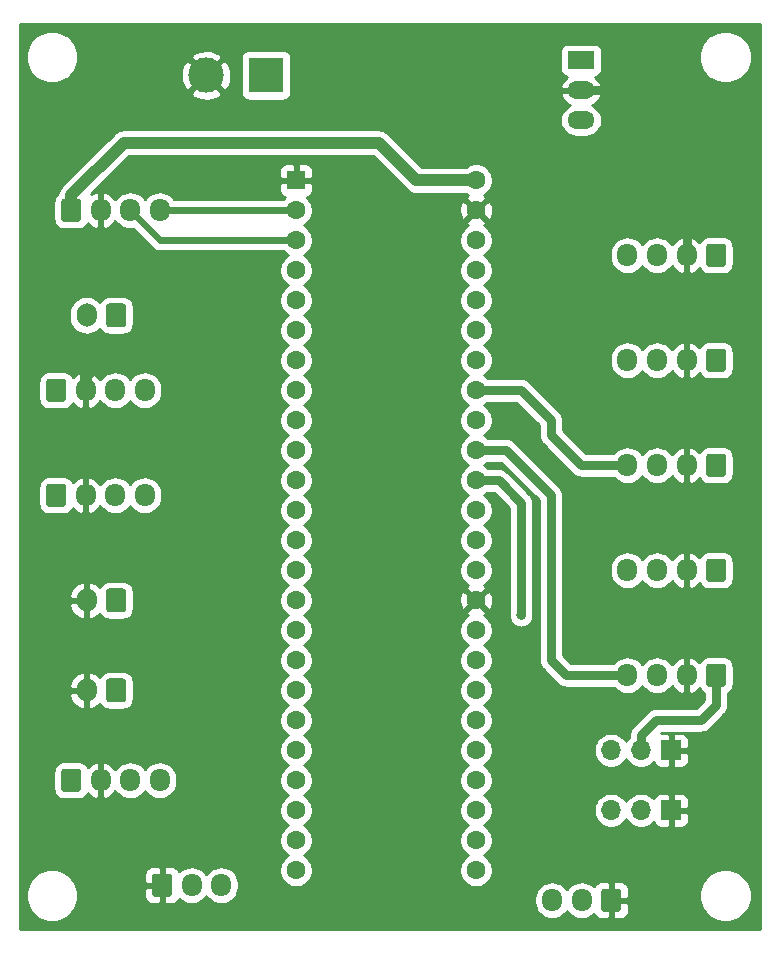
<source format=gbr>
%TF.GenerationSoftware,KiCad,Pcbnew,(5.1.9)-1*%
%TF.CreationDate,2021-03-25T13:19:16+01:00*%
%TF.ProjectId,kicad_robot_teensy,6b696361-645f-4726-9f62-6f745f746565,rev?*%
%TF.SameCoordinates,Original*%
%TF.FileFunction,Copper,L2,Bot*%
%TF.FilePolarity,Positive*%
%FSLAX46Y46*%
G04 Gerber Fmt 4.6, Leading zero omitted, Abs format (unit mm)*
G04 Created by KiCad (PCBNEW (5.1.9)-1) date 2021-03-25 13:19:16*
%MOMM*%
%LPD*%
G01*
G04 APERTURE LIST*
%TA.AperFunction,ComponentPad*%
%ADD10O,1.700000X1.700000*%
%TD*%
%TA.AperFunction,ComponentPad*%
%ADD11R,1.700000X1.700000*%
%TD*%
%TA.AperFunction,ComponentPad*%
%ADD12C,1.600000*%
%TD*%
%TA.AperFunction,ComponentPad*%
%ADD13R,1.600000X1.600000*%
%TD*%
%TA.AperFunction,ComponentPad*%
%ADD14R,3.000000X3.000000*%
%TD*%
%TA.AperFunction,ComponentPad*%
%ADD15C,3.000000*%
%TD*%
%TA.AperFunction,ComponentPad*%
%ADD16O,1.700000X1.950000*%
%TD*%
%TA.AperFunction,ComponentPad*%
%ADD17O,1.700000X2.000000*%
%TD*%
%TA.AperFunction,ComponentPad*%
%ADD18R,2.300000X1.500000*%
%TD*%
%TA.AperFunction,ComponentPad*%
%ADD19O,2.300000X1.500000*%
%TD*%
%TA.AperFunction,ViaPad*%
%ADD20C,0.800000*%
%TD*%
%TA.AperFunction,Conductor*%
%ADD21C,1.000000*%
%TD*%
%TA.AperFunction,Conductor*%
%ADD22C,0.800000*%
%TD*%
%TA.AperFunction,Conductor*%
%ADD23C,0.600000*%
%TD*%
%TA.AperFunction,Conductor*%
%ADD24C,0.254000*%
%TD*%
%TA.AperFunction,Conductor*%
%ADD25C,0.100000*%
%TD*%
G04 APERTURE END LIST*
D10*
%TO.P,CONN->SERV_BAR1,3*%
%TO.N,BAR_SERV*%
X180340000Y-139700000D03*
%TO.P,CONN->SERV_BAR1,2*%
%TO.N,+5V*%
X182880000Y-139700000D03*
D11*
%TO.P,CONN->SERV_BAR1,1*%
%TO.N,GND*%
X185420000Y-139700000D03*
%TD*%
D12*
%TO.P,CARTE_MICR_COTROL1,17*%
%TO.N,COL_GPIO*%
X153670000Y-132080000D03*
%TO.P,CARTE_MICR_COTROL1,18*%
%TO.N,Net-(CARTE_MICR_COTROL1-Pad18)*%
X153670000Y-134620000D03*
%TO.P,CARTE_MICR_COTROL1,19*%
%TO.N,Net-(CARTE_MICR_COTROL1-Pad19)*%
X153670000Y-137160000D03*
%TO.P,CARTE_MICR_COTROL1,20*%
%TO.N,Net-(CARTE_MICR_COTROL1-Pad20)*%
X153670000Y-139700000D03*
%TO.P,CARTE_MICR_COTROL1,16*%
%TO.N,TIR_GPIO*%
X153670000Y-129540000D03*
%TO.P,CARTE_MICR_COTROL1,15*%
%TO.N,Net-(CARTE_MICR_COTROL1-Pad15)*%
X153670000Y-127000000D03*
%TO.P,CARTE_MICR_COTROL1,14*%
%TO.N,Net-(CARTE_MICR_COTROL1-Pad14)*%
X153670000Y-124460000D03*
%TO.P,CARTE_MICR_COTROL1,21*%
%TO.N,R_COD_2_phA*%
X153670000Y-142240000D03*
%TO.P,CARTE_MICR_COTROL1,22*%
%TO.N,R_COD_2_phB*%
X153670000Y-144780000D03*
%TO.P,CARTE_MICR_COTROL1,23*%
%TO.N,Net-(CARTE_MICR_COTROL1-Pad23)*%
X153670000Y-147320000D03*
%TO.P,CARTE_MICR_COTROL1,24*%
%TO.N,Net-(CARTE_MICR_COTROL1-Pad24)*%
X153670000Y-149860000D03*
%TO.P,CARTE_MICR_COTROL1,30*%
%TO.N,MOT_1_DIR*%
X168910000Y-149860000D03*
%TO.P,CARTE_MICR_COTROL1,31*%
%TO.N,MOT_2_DIR*%
X168910000Y-147320000D03*
%TO.P,CARTE_MICR_COTROL1,32*%
%TO.N,MOT_2_PWM*%
X168910000Y-144780000D03*
%TO.P,CARTE_MICR_COTROL1,33*%
%TO.N,MOT_1_PWM*%
X168910000Y-142240000D03*
%TO.P,CARTE_MICR_COTROL1,34*%
%TO.N,PAV_SERV*%
X168910000Y-139700000D03*
%TO.P,CARTE_MICR_COTROL1,35*%
%TO.N,BAR_SERV*%
X168910000Y-137160000D03*
%TO.P,CARTE_MICR_COTROL1,36*%
%TO.N,Net-(CARTE_MICR_COTROL1-Pad36)*%
X168910000Y-134620000D03*
%TO.P,CARTE_MICR_COTROL1,37*%
%TO.N,Net-(CARTE_MICR_COTROL1-Pad37)*%
X168910000Y-132080000D03*
%TO.P,CARTE_MICR_COTROL1,13*%
%TO.N,Net-(CARTE_MICR_COTROL1-Pad13)*%
X153670000Y-121920000D03*
%TO.P,CARTE_MICR_COTROL1,12*%
%TO.N,X-BEE_TX*%
X153670000Y-119380000D03*
%TO.P,CARTE_MICR_COTROL1,11*%
%TO.N,X-BEE_RX*%
X153670000Y-116840000D03*
%TO.P,CARTE_MICR_COTROL1,10*%
%TO.N,GPIO_DISPLAY_2*%
X153670000Y-114300000D03*
%TO.P,CARTE_MICR_COTROL1,9*%
%TO.N,GPIO_DISPLAY_1*%
X153670000Y-111760000D03*
%TO.P,CARTE_MICR_COTROL1,8*%
%TO.N,Net-(CARTE_MICR_COTROL1-Pad8)*%
X153670000Y-109220000D03*
%TO.P,CARTE_MICR_COTROL1,7*%
%TO.N,Net-(CARTE_MICR_COTROL1-Pad7)*%
X153670000Y-106680000D03*
%TO.P,CARTE_MICR_COTROL1,6*%
%TO.N,Net-(CARTE_MICR_COTROL1-Pad6)*%
X153670000Y-104140000D03*
%TO.P,CARTE_MICR_COTROL1,5*%
%TO.N,Net-(CARTE_MICR_COTROL1-Pad5)*%
X153670000Y-101600000D03*
%TO.P,CARTE_MICR_COTROL1,4*%
%TO.N,LID_PWM*%
X153670000Y-99060000D03*
%TO.P,CARTE_MICR_COTROL1,3*%
%TO.N,LID_TX*%
X153670000Y-96520000D03*
%TO.P,CARTE_MICR_COTROL1,2*%
%TO.N,LID_RX*%
X153670000Y-93980000D03*
D13*
%TO.P,CARTE_MICR_COTROL1,1*%
%TO.N,GND*%
X153670000Y-91440000D03*
D12*
%TO.P,CARTE_MICR_COTROL1,38*%
%TO.N,Net-(CARTE_MICR_COTROL1-Pad38)*%
X168910000Y-129540000D03*
%TO.P,CARTE_MICR_COTROL1,39*%
%TO.N,GND*%
X168910000Y-127000000D03*
%TO.P,CARTE_MICR_COTROL1,40*%
%TO.N,Net-(CARTE_MICR_COTROL1-Pad40)*%
X168910000Y-124460000D03*
%TO.P,CARTE_MICR_COTROL1,41*%
%TO.N,Net-(CARTE_MICR_COTROL1-Pad41)*%
X168910000Y-121920000D03*
%TO.P,CARTE_MICR_COTROL1,42*%
%TO.N,Net-(CARTE_MICR_COTROL1-Pad42)*%
X168910000Y-119380000D03*
%TO.P,CARTE_MICR_COTROL1,43*%
%TO.N,R_COD_1_phA*%
X168910000Y-116840000D03*
%TO.P,CARTE_MICR_COTROL1,44*%
%TO.N,R_COD_1_phB*%
X168910000Y-114300000D03*
%TO.P,CARTE_MICR_COTROL1,45*%
%TO.N,I2C_SDAO*%
X168910000Y-111760000D03*
%TO.P,CARTE_MICR_COTROL1,46*%
%TO.N,I2C_SCLO*%
X168910000Y-109220000D03*
%TO.P,CARTE_MICR_COTROL1,47*%
%TO.N,MOT_1_COD_phB*%
X168910000Y-106680000D03*
%TO.P,CARTE_MICR_COTROL1,48*%
%TO.N,MOT_1_COD_phA*%
X168910000Y-104140000D03*
%TO.P,CARTE_MICR_COTROL1,49*%
%TO.N,MOT_2_COD_phB*%
X168910000Y-101600000D03*
%TO.P,CARTE_MICR_COTROL1,50*%
%TO.N,MOT_2_COD_phA*%
X168910000Y-99060000D03*
%TO.P,CARTE_MICR_COTROL1,51*%
%TO.N,Net-(CARTE_MICR_COTROL1-Pad51)*%
X168910000Y-96520000D03*
%TO.P,CARTE_MICR_COTROL1,52*%
%TO.N,GND*%
X168910000Y-93980000D03*
%TO.P,CARTE_MICR_COTROL1,53*%
%TO.N,+5V*%
X168910000Y-91440000D03*
%TD*%
D14*
%TO.P,ALIM_1,1*%
%TO.N,+12V*%
X151130000Y-82550000D03*
D15*
%TO.P,ALIM_1,2*%
%TO.N,GND*%
X146050000Y-82550000D03*
%TD*%
D16*
%TO.P,CONN->DISP1,4*%
%TO.N,GPIO_DISPLAY_2*%
X140850000Y-109220000D03*
%TO.P,CONN->DISP1,3*%
%TO.N,GPIO_DISPLAY_1*%
X138350000Y-109220000D03*
%TO.P,CONN->DISP1,2*%
%TO.N,GND*%
X135850000Y-109220000D03*
%TO.P,CONN->DISP1,1*%
%TO.N,+5V*%
%TA.AperFunction,ComponentPad*%
G36*
G01*
X132500000Y-109945000D02*
X132500000Y-108495000D01*
G75*
G02*
X132750000Y-108245000I250000J0D01*
G01*
X133950000Y-108245000D01*
G75*
G02*
X134200000Y-108495000I0J-250000D01*
G01*
X134200000Y-109945000D01*
G75*
G02*
X133950000Y-110195000I-250000J0D01*
G01*
X132750000Y-110195000D01*
G75*
G02*
X132500000Y-109945000I0J250000D01*
G01*
G37*
%TD.AperFunction*%
%TD*%
%TO.P,CONN->LID1,4*%
%TO.N,LID_RX*%
X142120000Y-93980000D03*
%TO.P,CONN->LID1,3*%
%TO.N,LID_TX*%
X139620000Y-93980000D03*
%TO.P,CONN->LID1,2*%
%TO.N,GND*%
X137120000Y-93980000D03*
%TO.P,CONN->LID1,1*%
%TO.N,+5V*%
%TA.AperFunction,ComponentPad*%
G36*
G01*
X133770000Y-94705000D02*
X133770000Y-93255000D01*
G75*
G02*
X134020000Y-93005000I250000J0D01*
G01*
X135220000Y-93005000D01*
G75*
G02*
X135470000Y-93255000I0J-250000D01*
G01*
X135470000Y-94705000D01*
G75*
G02*
X135220000Y-94955000I-250000J0D01*
G01*
X134020000Y-94955000D01*
G75*
G02*
X133770000Y-94705000I0J250000D01*
G01*
G37*
%TD.AperFunction*%
%TD*%
%TO.P,CONN->MD10_MOT_1,1*%
%TO.N,GND*%
%TA.AperFunction,ComponentPad*%
G36*
G01*
X141470000Y-151855000D02*
X141470000Y-150405000D01*
G75*
G02*
X141720000Y-150155000I250000J0D01*
G01*
X142920000Y-150155000D01*
G75*
G02*
X143170000Y-150405000I0J-250000D01*
G01*
X143170000Y-151855000D01*
G75*
G02*
X142920000Y-152105000I-250000J0D01*
G01*
X141720000Y-152105000D01*
G75*
G02*
X141470000Y-151855000I0J250000D01*
G01*
G37*
%TD.AperFunction*%
%TO.P,CONN->MD10_MOT_1,2*%
%TO.N,MOT_1_PWM*%
X144820000Y-151130000D03*
%TO.P,CONN->MD10_MOT_1,3*%
%TO.N,MOT_1_DIR*%
X147320000Y-151130000D03*
%TD*%
%TO.P,CONN->MD10_MOT_2,3*%
%TO.N,MOT_2_DIR*%
X175340000Y-152400000D03*
%TO.P,CONN->MD10_MOT_2,2*%
%TO.N,MOT_2_PWM*%
X177840000Y-152400000D03*
%TO.P,CONN->MD10_MOT_2,1*%
%TO.N,GND*%
%TA.AperFunction,ComponentPad*%
G36*
G01*
X181190000Y-151675000D02*
X181190000Y-153125000D01*
G75*
G02*
X180940000Y-153375000I-250000J0D01*
G01*
X179740000Y-153375000D01*
G75*
G02*
X179490000Y-153125000I0J250000D01*
G01*
X179490000Y-151675000D01*
G75*
G02*
X179740000Y-151425000I250000J0D01*
G01*
X180940000Y-151425000D01*
G75*
G02*
X181190000Y-151675000I0J-250000D01*
G01*
G37*
%TD.AperFunction*%
%TD*%
D17*
%TO.P,CONN->MOT_LID1,2*%
%TO.N,+5V*%
X135930000Y-102870000D03*
%TO.P,CONN->MOT_LID1,1*%
%TO.N,Net-(CONN->MOT_LID1-Pad1)*%
%TA.AperFunction,ComponentPad*%
G36*
G01*
X139280000Y-102120000D02*
X139280000Y-103620000D01*
G75*
G02*
X139030000Y-103870000I-250000J0D01*
G01*
X137830000Y-103870000D01*
G75*
G02*
X137580000Y-103620000I0J250000D01*
G01*
X137580000Y-102120000D01*
G75*
G02*
X137830000Y-101870000I250000J0D01*
G01*
X139030000Y-101870000D01*
G75*
G02*
X139280000Y-102120000I0J-250000D01*
G01*
G37*
%TD.AperFunction*%
%TD*%
D11*
%TO.P,CONN->SERV_PAV1,1*%
%TO.N,GND*%
X185420000Y-144780000D03*
D10*
%TO.P,CONN->SERV_PAV1,2*%
%TO.N,+5V*%
X182880000Y-144780000D03*
%TO.P,CONN->SERV_PAV1,3*%
%TO.N,PAV_SERV*%
X180340000Y-144780000D03*
%TD*%
%TO.P,CONN->X-BEE1,1*%
%TO.N,+5V*%
%TA.AperFunction,ComponentPad*%
G36*
G01*
X132500000Y-118835000D02*
X132500000Y-117385000D01*
G75*
G02*
X132750000Y-117135000I250000J0D01*
G01*
X133950000Y-117135000D01*
G75*
G02*
X134200000Y-117385000I0J-250000D01*
G01*
X134200000Y-118835000D01*
G75*
G02*
X133950000Y-119085000I-250000J0D01*
G01*
X132750000Y-119085000D01*
G75*
G02*
X132500000Y-118835000I0J250000D01*
G01*
G37*
%TD.AperFunction*%
D16*
%TO.P,CONN->X-BEE1,2*%
%TO.N,GND*%
X135850000Y-118110000D03*
%TO.P,CONN->X-BEE1,3*%
%TO.N,X-BEE_TX*%
X138350000Y-118110000D03*
%TO.P,CONN->X-BEE1,4*%
%TO.N,X-BEE_RX*%
X140850000Y-118110000D03*
%TD*%
%TO.P,CONN_COL1,1*%
%TO.N,COL_GPIO*%
%TA.AperFunction,ComponentPad*%
G36*
G01*
X139280000Y-133870000D02*
X139280000Y-135370000D01*
G75*
G02*
X139030000Y-135620000I-250000J0D01*
G01*
X137830000Y-135620000D01*
G75*
G02*
X137580000Y-135370000I0J250000D01*
G01*
X137580000Y-133870000D01*
G75*
G02*
X137830000Y-133620000I250000J0D01*
G01*
X139030000Y-133620000D01*
G75*
G02*
X139280000Y-133870000I0J-250000D01*
G01*
G37*
%TD.AperFunction*%
D17*
%TO.P,CONN_COL1,2*%
%TO.N,GND*%
X135930000Y-134620000D03*
%TD*%
%TO.P,CONN_TIR1,1*%
%TO.N,TIR_GPIO*%
%TA.AperFunction,ComponentPad*%
G36*
G01*
X139280000Y-126250000D02*
X139280000Y-127750000D01*
G75*
G02*
X139030000Y-128000000I-250000J0D01*
G01*
X137830000Y-128000000D01*
G75*
G02*
X137580000Y-127750000I0J250000D01*
G01*
X137580000Y-126250000D01*
G75*
G02*
X137830000Y-126000000I250000J0D01*
G01*
X139030000Y-126000000D01*
G75*
G02*
X139280000Y-126250000I0J-250000D01*
G01*
G37*
%TD.AperFunction*%
%TO.P,CONN_TIR1,2*%
%TO.N,GND*%
X135930000Y-127000000D03*
%TD*%
D16*
%TO.P,J1,4*%
%TO.N,MOT_1_COD_phB*%
X181730000Y-106680000D03*
%TO.P,J1,3*%
%TO.N,MOT_1_COD_phA*%
X184230000Y-106680000D03*
%TO.P,J1,2*%
%TO.N,GND*%
X186730000Y-106680000D03*
%TO.P,J1,1*%
%TO.N,+5V*%
%TA.AperFunction,ComponentPad*%
G36*
G01*
X190080000Y-105955000D02*
X190080000Y-107405000D01*
G75*
G02*
X189830000Y-107655000I-250000J0D01*
G01*
X188630000Y-107655000D01*
G75*
G02*
X188380000Y-107405000I0J250000D01*
G01*
X188380000Y-105955000D01*
G75*
G02*
X188630000Y-105705000I250000J0D01*
G01*
X189830000Y-105705000D01*
G75*
G02*
X190080000Y-105955000I0J-250000D01*
G01*
G37*
%TD.AperFunction*%
%TD*%
%TO.P,J2,1*%
%TO.N,+5V*%
%TA.AperFunction,ComponentPad*%
G36*
G01*
X190080000Y-97065000D02*
X190080000Y-98515000D01*
G75*
G02*
X189830000Y-98765000I-250000J0D01*
G01*
X188630000Y-98765000D01*
G75*
G02*
X188380000Y-98515000I0J250000D01*
G01*
X188380000Y-97065000D01*
G75*
G02*
X188630000Y-96815000I250000J0D01*
G01*
X189830000Y-96815000D01*
G75*
G02*
X190080000Y-97065000I0J-250000D01*
G01*
G37*
%TD.AperFunction*%
%TO.P,J2,2*%
%TO.N,GND*%
X186730000Y-97790000D03*
%TO.P,J2,3*%
%TO.N,MOT_2_COD_phA*%
X184230000Y-97790000D03*
%TO.P,J2,4*%
%TO.N,MOT_2_COD_phB*%
X181730000Y-97790000D03*
%TD*%
%TO.P,J_FTM->R_COD_1,4*%
%TO.N,R_COD_1_phB*%
X181730000Y-133350000D03*
%TO.P,J_FTM->R_COD_1,3*%
%TO.N,R_COD_1_phA*%
X184230000Y-133350000D03*
%TO.P,J_FTM->R_COD_1,2*%
%TO.N,GND*%
X186730000Y-133350000D03*
%TO.P,J_FTM->R_COD_1,1*%
%TO.N,+5V*%
%TA.AperFunction,ComponentPad*%
G36*
G01*
X190080000Y-132625000D02*
X190080000Y-134075000D01*
G75*
G02*
X189830000Y-134325000I-250000J0D01*
G01*
X188630000Y-134325000D01*
G75*
G02*
X188380000Y-134075000I0J250000D01*
G01*
X188380000Y-132625000D01*
G75*
G02*
X188630000Y-132375000I250000J0D01*
G01*
X189830000Y-132375000D01*
G75*
G02*
X190080000Y-132625000I0J-250000D01*
G01*
G37*
%TD.AperFunction*%
%TD*%
%TO.P,J_FTM->R_COD_2,1*%
%TO.N,+5V*%
%TA.AperFunction,ComponentPad*%
G36*
G01*
X133770000Y-142965000D02*
X133770000Y-141515000D01*
G75*
G02*
X134020000Y-141265000I250000J0D01*
G01*
X135220000Y-141265000D01*
G75*
G02*
X135470000Y-141515000I0J-250000D01*
G01*
X135470000Y-142965000D01*
G75*
G02*
X135220000Y-143215000I-250000J0D01*
G01*
X134020000Y-143215000D01*
G75*
G02*
X133770000Y-142965000I0J250000D01*
G01*
G37*
%TD.AperFunction*%
%TO.P,J_FTM->R_COD_2,2*%
%TO.N,GND*%
X137120000Y-142240000D03*
%TO.P,J_FTM->R_COD_2,3*%
%TO.N,R_COD_2_phA*%
X139620000Y-142240000D03*
%TO.P,J_FTM->R_COD_2,4*%
%TO.N,R_COD_2_phB*%
X142120000Y-142240000D03*
%TD*%
%TO.P,J_I2C->MULTIPLEX1,1*%
%TO.N,+5V*%
%TA.AperFunction,ComponentPad*%
G36*
G01*
X190080000Y-114845000D02*
X190080000Y-116295000D01*
G75*
G02*
X189830000Y-116545000I-250000J0D01*
G01*
X188630000Y-116545000D01*
G75*
G02*
X188380000Y-116295000I0J250000D01*
G01*
X188380000Y-114845000D01*
G75*
G02*
X188630000Y-114595000I250000J0D01*
G01*
X189830000Y-114595000D01*
G75*
G02*
X190080000Y-114845000I0J-250000D01*
G01*
G37*
%TD.AperFunction*%
%TO.P,J_I2C->MULTIPLEX1,2*%
%TO.N,GND*%
X186730000Y-115570000D03*
%TO.P,J_I2C->MULTIPLEX1,3*%
%TO.N,I2C_SDAO*%
X184230000Y-115570000D03*
%TO.P,J_I2C->MULTIPLEX1,4*%
%TO.N,I2C_SCLO*%
X181730000Y-115570000D03*
%TD*%
%TO.P,J_I2C->MULTIPLEX2,1*%
%TO.N,+5V*%
%TA.AperFunction,ComponentPad*%
G36*
G01*
X190080000Y-123735000D02*
X190080000Y-125185000D01*
G75*
G02*
X189830000Y-125435000I-250000J0D01*
G01*
X188630000Y-125435000D01*
G75*
G02*
X188380000Y-125185000I0J250000D01*
G01*
X188380000Y-123735000D01*
G75*
G02*
X188630000Y-123485000I250000J0D01*
G01*
X189830000Y-123485000D01*
G75*
G02*
X190080000Y-123735000I0J-250000D01*
G01*
G37*
%TD.AperFunction*%
%TO.P,J_I2C->MULTIPLEX2,2*%
%TO.N,GND*%
X186730000Y-124460000D03*
%TO.P,J_I2C->MULTIPLEX2,3*%
%TO.N,I2C_SDAO*%
X184230000Y-124460000D03*
%TO.P,J_I2C->MULTIPLEX2,4*%
%TO.N,I2C_SCLO*%
X181730000Y-124460000D03*
%TD*%
D18*
%TO.P,U12->5,1*%
%TO.N,+12V*%
X177800000Y-81280000D03*
D19*
%TO.P,U12->5,2*%
%TO.N,GND*%
X177800000Y-83820000D03*
%TO.P,U12->5,3*%
%TO.N,+5V*%
X177800000Y-86360000D03*
%TD*%
D20*
%TO.N,GND*%
X144510000Y-100600000D03*
%TO.N,R_COD_1_phA*%
X172720000Y-128270000D03*
%TD*%
D21*
%TO.N,GND*%
X135850000Y-109220000D02*
X135890000Y-109220000D01*
D22*
X177800000Y-83820000D02*
X180340000Y-83820000D01*
X186730000Y-90210000D02*
X186730000Y-97790000D01*
X180340000Y-83820000D02*
X186730000Y-90210000D01*
D21*
X135850000Y-109220000D02*
X135850000Y-107990000D01*
X135850000Y-107990000D02*
X138430000Y-105410000D01*
X139700000Y-105410000D02*
X144510000Y-100600000D01*
X138430000Y-105410000D02*
X139700000Y-105410000D01*
D23*
%TO.N,LID_TX*%
X151130000Y-96520000D02*
X153670000Y-96520000D01*
X142160000Y-96520000D02*
X151130000Y-96520000D01*
X139620000Y-93980000D02*
X142160000Y-96520000D01*
%TO.N,LID_RX*%
X153670000Y-93980000D02*
X142120000Y-93980000D01*
D22*
%TO.N,R_COD_1_phA*%
X170815000Y-116840000D02*
X168910000Y-116840000D01*
X172720000Y-118745000D02*
X170815000Y-116840000D01*
X172720000Y-128270000D02*
X172720000Y-118745000D01*
%TO.N,R_COD_1_phB*%
X168910000Y-114300000D02*
X171450000Y-114300000D01*
X171450000Y-114300000D02*
X175260000Y-118110000D01*
X175260000Y-118110000D02*
X175260000Y-132080000D01*
X176530000Y-133350000D02*
X181730000Y-133350000D01*
X175260000Y-132080000D02*
X176530000Y-133350000D01*
%TO.N,I2C_SCLO*%
X181730000Y-115570000D02*
X177800000Y-115570000D01*
X177800000Y-115570000D02*
X175260000Y-113030000D01*
X175260000Y-113030000D02*
X175260000Y-111760000D01*
X172720000Y-109220000D02*
X168910000Y-109220000D01*
X175260000Y-111760000D02*
X172720000Y-109220000D01*
%TO.N,+5V*%
X189230000Y-133350000D02*
X189230000Y-135890000D01*
X189230000Y-135890000D02*
X187960000Y-137160000D01*
X187960000Y-137160000D02*
X184150000Y-137160000D01*
X182880000Y-138430000D02*
X182880000Y-139700000D01*
X184150000Y-137160000D02*
X182880000Y-138430000D01*
D21*
X163830000Y-91440000D02*
X168910000Y-91440000D01*
X160655000Y-88265000D02*
X163830000Y-91440000D01*
X139065000Y-88265000D02*
X160655000Y-88265000D01*
X134620000Y-92710000D02*
X139065000Y-88265000D01*
X134620000Y-93980000D02*
X134620000Y-92710000D01*
%TD*%
D24*
%TO.N,GND*%
X192913000Y-154813000D02*
X130302000Y-154813000D01*
X130302000Y-151779872D01*
X130765000Y-151779872D01*
X130765000Y-152220128D01*
X130850890Y-152651925D01*
X131019369Y-153058669D01*
X131263962Y-153424729D01*
X131575271Y-153736038D01*
X131941331Y-153980631D01*
X132348075Y-154149110D01*
X132779872Y-154235000D01*
X133220128Y-154235000D01*
X133651925Y-154149110D01*
X134058669Y-153980631D01*
X134424729Y-153736038D01*
X134736038Y-153424729D01*
X134980631Y-153058669D01*
X135149110Y-152651925D01*
X135235000Y-152220128D01*
X135235000Y-152105000D01*
X140831928Y-152105000D01*
X140844188Y-152229482D01*
X140880498Y-152349180D01*
X140939463Y-152459494D01*
X141018815Y-152556185D01*
X141115506Y-152635537D01*
X141225820Y-152694502D01*
X141345518Y-152730812D01*
X141470000Y-152743072D01*
X142034250Y-152740000D01*
X142193000Y-152581250D01*
X142193000Y-151257000D01*
X140993750Y-151257000D01*
X140835000Y-151415750D01*
X140831928Y-152105000D01*
X135235000Y-152105000D01*
X135235000Y-151779872D01*
X135149110Y-151348075D01*
X134980631Y-150941331D01*
X134736038Y-150575271D01*
X134424729Y-150263962D01*
X134261656Y-150155000D01*
X140831928Y-150155000D01*
X140835000Y-150844250D01*
X140993750Y-151003000D01*
X142193000Y-151003000D01*
X142193000Y-149678750D01*
X142447000Y-149678750D01*
X142447000Y-151003000D01*
X142467000Y-151003000D01*
X142467000Y-151257000D01*
X142447000Y-151257000D01*
X142447000Y-152581250D01*
X142605750Y-152740000D01*
X143170000Y-152743072D01*
X143294482Y-152730812D01*
X143414180Y-152694502D01*
X143524494Y-152635537D01*
X143621185Y-152556185D01*
X143700537Y-152459494D01*
X143759502Y-152349180D01*
X143770055Y-152314392D01*
X143990987Y-152495706D01*
X144248967Y-152633599D01*
X144528890Y-152718513D01*
X144820000Y-152747185D01*
X145111111Y-152718513D01*
X145391034Y-152633599D01*
X145649014Y-152495706D01*
X145875134Y-152310134D01*
X146060706Y-152084014D01*
X146070000Y-152066626D01*
X146079294Y-152084014D01*
X146264866Y-152310134D01*
X146490987Y-152495706D01*
X146748967Y-152633599D01*
X147028890Y-152718513D01*
X147320000Y-152747185D01*
X147611111Y-152718513D01*
X147891034Y-152633599D01*
X148149014Y-152495706D01*
X148375134Y-152310134D01*
X148463836Y-152202050D01*
X173855000Y-152202050D01*
X173855000Y-152597949D01*
X173876487Y-152816110D01*
X173961401Y-153096033D01*
X174099294Y-153354013D01*
X174284866Y-153580134D01*
X174510986Y-153765706D01*
X174768966Y-153903599D01*
X175048889Y-153988513D01*
X175340000Y-154017185D01*
X175631110Y-153988513D01*
X175911033Y-153903599D01*
X176169013Y-153765706D01*
X176395134Y-153580134D01*
X176580706Y-153354014D01*
X176590000Y-153336626D01*
X176599294Y-153354013D01*
X176784866Y-153580134D01*
X177010986Y-153765706D01*
X177268966Y-153903599D01*
X177548889Y-153988513D01*
X177840000Y-154017185D01*
X178131110Y-153988513D01*
X178411033Y-153903599D01*
X178669013Y-153765706D01*
X178889945Y-153584392D01*
X178900498Y-153619180D01*
X178959463Y-153729494D01*
X179038815Y-153826185D01*
X179135506Y-153905537D01*
X179245820Y-153964502D01*
X179365518Y-154000812D01*
X179490000Y-154013072D01*
X180054250Y-154010000D01*
X180213000Y-153851250D01*
X180213000Y-152527000D01*
X180467000Y-152527000D01*
X180467000Y-153851250D01*
X180625750Y-154010000D01*
X181190000Y-154013072D01*
X181314482Y-154000812D01*
X181434180Y-153964502D01*
X181544494Y-153905537D01*
X181641185Y-153826185D01*
X181720537Y-153729494D01*
X181779502Y-153619180D01*
X181815812Y-153499482D01*
X181828072Y-153375000D01*
X181825000Y-152685750D01*
X181666250Y-152527000D01*
X180467000Y-152527000D01*
X180213000Y-152527000D01*
X180193000Y-152527000D01*
X180193000Y-152273000D01*
X180213000Y-152273000D01*
X180213000Y-150948750D01*
X180467000Y-150948750D01*
X180467000Y-152273000D01*
X181666250Y-152273000D01*
X181825000Y-152114250D01*
X181826490Y-151779872D01*
X187765000Y-151779872D01*
X187765000Y-152220128D01*
X187850890Y-152651925D01*
X188019369Y-153058669D01*
X188263962Y-153424729D01*
X188575271Y-153736038D01*
X188941331Y-153980631D01*
X189348075Y-154149110D01*
X189779872Y-154235000D01*
X190220128Y-154235000D01*
X190651925Y-154149110D01*
X191058669Y-153980631D01*
X191424729Y-153736038D01*
X191736038Y-153424729D01*
X191980631Y-153058669D01*
X192149110Y-152651925D01*
X192235000Y-152220128D01*
X192235000Y-151779872D01*
X192149110Y-151348075D01*
X191980631Y-150941331D01*
X191736038Y-150575271D01*
X191424729Y-150263962D01*
X191058669Y-150019369D01*
X190651925Y-149850890D01*
X190220128Y-149765000D01*
X189779872Y-149765000D01*
X189348075Y-149850890D01*
X188941331Y-150019369D01*
X188575271Y-150263962D01*
X188263962Y-150575271D01*
X188019369Y-150941331D01*
X187850890Y-151348075D01*
X187765000Y-151779872D01*
X181826490Y-151779872D01*
X181828072Y-151425000D01*
X181815812Y-151300518D01*
X181779502Y-151180820D01*
X181720537Y-151070506D01*
X181641185Y-150973815D01*
X181544494Y-150894463D01*
X181434180Y-150835498D01*
X181314482Y-150799188D01*
X181190000Y-150786928D01*
X180625750Y-150790000D01*
X180467000Y-150948750D01*
X180213000Y-150948750D01*
X180054250Y-150790000D01*
X179490000Y-150786928D01*
X179365518Y-150799188D01*
X179245820Y-150835498D01*
X179135506Y-150894463D01*
X179038815Y-150973815D01*
X178959463Y-151070506D01*
X178900498Y-151180820D01*
X178889945Y-151215608D01*
X178669014Y-151034294D01*
X178411034Y-150896401D01*
X178131111Y-150811487D01*
X177840000Y-150782815D01*
X177548890Y-150811487D01*
X177268967Y-150896401D01*
X177010987Y-151034294D01*
X176784866Y-151219866D01*
X176599294Y-151445986D01*
X176590000Y-151463374D01*
X176580706Y-151445986D01*
X176395134Y-151219866D01*
X176169014Y-151034294D01*
X175911034Y-150896401D01*
X175631111Y-150811487D01*
X175340000Y-150782815D01*
X175048890Y-150811487D01*
X174768967Y-150896401D01*
X174510987Y-151034294D01*
X174284866Y-151219866D01*
X174099294Y-151445986D01*
X173961401Y-151703966D01*
X173876487Y-151983889D01*
X173855000Y-152202050D01*
X148463836Y-152202050D01*
X148560706Y-152084014D01*
X148698599Y-151826033D01*
X148783513Y-151546110D01*
X148805000Y-151327949D01*
X148805000Y-150932050D01*
X148783513Y-150713889D01*
X148698599Y-150433966D01*
X148560706Y-150175986D01*
X148375134Y-149949866D01*
X148149013Y-149764294D01*
X147891033Y-149626401D01*
X147611110Y-149541487D01*
X147320000Y-149512815D01*
X147028889Y-149541487D01*
X146748966Y-149626401D01*
X146490986Y-149764294D01*
X146264866Y-149949866D01*
X146079294Y-150175987D01*
X146070000Y-150193374D01*
X146060706Y-150175986D01*
X145875134Y-149949866D01*
X145649013Y-149764294D01*
X145391033Y-149626401D01*
X145111110Y-149541487D01*
X144820000Y-149512815D01*
X144528889Y-149541487D01*
X144248966Y-149626401D01*
X143990986Y-149764294D01*
X143770055Y-149945608D01*
X143759502Y-149910820D01*
X143700537Y-149800506D01*
X143621185Y-149703815D01*
X143524494Y-149624463D01*
X143414180Y-149565498D01*
X143294482Y-149529188D01*
X143170000Y-149516928D01*
X142605750Y-149520000D01*
X142447000Y-149678750D01*
X142193000Y-149678750D01*
X142034250Y-149520000D01*
X141470000Y-149516928D01*
X141345518Y-149529188D01*
X141225820Y-149565498D01*
X141115506Y-149624463D01*
X141018815Y-149703815D01*
X140939463Y-149800506D01*
X140880498Y-149910820D01*
X140844188Y-150030518D01*
X140831928Y-150155000D01*
X134261656Y-150155000D01*
X134058669Y-150019369D01*
X133651925Y-149850890D01*
X133220128Y-149765000D01*
X132779872Y-149765000D01*
X132348075Y-149850890D01*
X131941331Y-150019369D01*
X131575271Y-150263962D01*
X131263962Y-150575271D01*
X131019369Y-150941331D01*
X130850890Y-151348075D01*
X130765000Y-151779872D01*
X130302000Y-151779872D01*
X130302000Y-141515000D01*
X133131928Y-141515000D01*
X133131928Y-142965000D01*
X133148992Y-143138254D01*
X133199528Y-143304850D01*
X133281595Y-143458386D01*
X133392038Y-143592962D01*
X133526614Y-143703405D01*
X133680150Y-143785472D01*
X133846746Y-143836008D01*
X134020000Y-143853072D01*
X135220000Y-143853072D01*
X135393254Y-143836008D01*
X135559850Y-143785472D01*
X135713386Y-143703405D01*
X135847962Y-143592962D01*
X135958405Y-143458386D01*
X136014714Y-143353039D01*
X136030951Y-143374429D01*
X136248807Y-143567496D01*
X136500142Y-143714352D01*
X136763110Y-143806476D01*
X136993000Y-143685155D01*
X136993000Y-142367000D01*
X136973000Y-142367000D01*
X136973000Y-142113000D01*
X136993000Y-142113000D01*
X136993000Y-140794845D01*
X137247000Y-140794845D01*
X137247000Y-142113000D01*
X137267000Y-142113000D01*
X137267000Y-142367000D01*
X137247000Y-142367000D01*
X137247000Y-143685155D01*
X137476890Y-143806476D01*
X137739858Y-143714352D01*
X137991193Y-143567496D01*
X138209049Y-143374429D01*
X138365538Y-143168278D01*
X138379294Y-143194014D01*
X138564866Y-143420134D01*
X138790987Y-143605706D01*
X139048967Y-143743599D01*
X139328890Y-143828513D01*
X139620000Y-143857185D01*
X139911111Y-143828513D01*
X140191034Y-143743599D01*
X140449014Y-143605706D01*
X140675134Y-143420134D01*
X140860706Y-143194014D01*
X140870000Y-143176626D01*
X140879294Y-143194014D01*
X141064866Y-143420134D01*
X141290987Y-143605706D01*
X141548967Y-143743599D01*
X141828890Y-143828513D01*
X142120000Y-143857185D01*
X142411111Y-143828513D01*
X142691034Y-143743599D01*
X142949014Y-143605706D01*
X143175134Y-143420134D01*
X143360706Y-143194014D01*
X143498599Y-142936033D01*
X143583513Y-142656110D01*
X143605000Y-142437949D01*
X143605000Y-142042050D01*
X143583513Y-141823889D01*
X143498599Y-141543966D01*
X143360706Y-141285986D01*
X143175134Y-141059866D01*
X142949013Y-140874294D01*
X142691033Y-140736401D01*
X142411110Y-140651487D01*
X142120000Y-140622815D01*
X141828889Y-140651487D01*
X141548966Y-140736401D01*
X141290986Y-140874294D01*
X141064866Y-141059866D01*
X140879294Y-141285987D01*
X140870000Y-141303374D01*
X140860706Y-141285986D01*
X140675134Y-141059866D01*
X140449013Y-140874294D01*
X140191033Y-140736401D01*
X139911110Y-140651487D01*
X139620000Y-140622815D01*
X139328889Y-140651487D01*
X139048966Y-140736401D01*
X138790986Y-140874294D01*
X138564866Y-141059866D01*
X138379294Y-141285987D01*
X138365538Y-141311722D01*
X138209049Y-141105571D01*
X137991193Y-140912504D01*
X137739858Y-140765648D01*
X137476890Y-140673524D01*
X137247000Y-140794845D01*
X136993000Y-140794845D01*
X136763110Y-140673524D01*
X136500142Y-140765648D01*
X136248807Y-140912504D01*
X136030951Y-141105571D01*
X136014714Y-141126961D01*
X135958405Y-141021614D01*
X135847962Y-140887038D01*
X135713386Y-140776595D01*
X135559850Y-140694528D01*
X135393254Y-140643992D01*
X135220000Y-140626928D01*
X134020000Y-140626928D01*
X133846746Y-140643992D01*
X133680150Y-140694528D01*
X133526614Y-140776595D01*
X133392038Y-140887038D01*
X133281595Y-141021614D01*
X133199528Y-141175150D01*
X133148992Y-141341746D01*
X133131928Y-141515000D01*
X130302000Y-141515000D01*
X130302000Y-134979742D01*
X134458715Y-134979742D01*
X134527904Y-135262745D01*
X134650975Y-135526812D01*
X134823198Y-135761795D01*
X135037954Y-135958664D01*
X135286991Y-136109854D01*
X135560739Y-136209554D01*
X135573110Y-136211476D01*
X135803000Y-136090155D01*
X135803000Y-134747000D01*
X134602768Y-134747000D01*
X134458715Y-134979742D01*
X130302000Y-134979742D01*
X130302000Y-134260258D01*
X134458715Y-134260258D01*
X134602768Y-134493000D01*
X135803000Y-134493000D01*
X135803000Y-133149845D01*
X136057000Y-133149845D01*
X136057000Y-134493000D01*
X136077000Y-134493000D01*
X136077000Y-134747000D01*
X136057000Y-134747000D01*
X136057000Y-136090155D01*
X136286890Y-136211476D01*
X136299261Y-136209554D01*
X136573009Y-136109854D01*
X136822046Y-135958664D01*
X137036802Y-135761795D01*
X137037086Y-135761407D01*
X137091595Y-135863386D01*
X137202038Y-135997962D01*
X137336614Y-136108405D01*
X137490150Y-136190472D01*
X137656746Y-136241008D01*
X137830000Y-136258072D01*
X139030000Y-136258072D01*
X139203254Y-136241008D01*
X139369850Y-136190472D01*
X139523386Y-136108405D01*
X139657962Y-135997962D01*
X139768405Y-135863386D01*
X139850472Y-135709850D01*
X139901008Y-135543254D01*
X139918072Y-135370000D01*
X139918072Y-133870000D01*
X139901008Y-133696746D01*
X139850472Y-133530150D01*
X139768405Y-133376614D01*
X139657962Y-133242038D01*
X139523386Y-133131595D01*
X139369850Y-133049528D01*
X139203254Y-132998992D01*
X139030000Y-132981928D01*
X137830000Y-132981928D01*
X137656746Y-132998992D01*
X137490150Y-133049528D01*
X137336614Y-133131595D01*
X137202038Y-133242038D01*
X137091595Y-133376614D01*
X137037086Y-133478593D01*
X137036802Y-133478205D01*
X136822046Y-133281336D01*
X136573009Y-133130146D01*
X136299261Y-133030446D01*
X136286890Y-133028524D01*
X136057000Y-133149845D01*
X135803000Y-133149845D01*
X135573110Y-133028524D01*
X135560739Y-133030446D01*
X135286991Y-133130146D01*
X135037954Y-133281336D01*
X134823198Y-133478205D01*
X134650975Y-133713188D01*
X134527904Y-133977255D01*
X134458715Y-134260258D01*
X130302000Y-134260258D01*
X130302000Y-127359742D01*
X134458715Y-127359742D01*
X134527904Y-127642745D01*
X134650975Y-127906812D01*
X134823198Y-128141795D01*
X135037954Y-128338664D01*
X135286991Y-128489854D01*
X135560739Y-128589554D01*
X135573110Y-128591476D01*
X135803000Y-128470155D01*
X135803000Y-127127000D01*
X134602768Y-127127000D01*
X134458715Y-127359742D01*
X130302000Y-127359742D01*
X130302000Y-126640258D01*
X134458715Y-126640258D01*
X134602768Y-126873000D01*
X135803000Y-126873000D01*
X135803000Y-125529845D01*
X136057000Y-125529845D01*
X136057000Y-126873000D01*
X136077000Y-126873000D01*
X136077000Y-127127000D01*
X136057000Y-127127000D01*
X136057000Y-128470155D01*
X136286890Y-128591476D01*
X136299261Y-128589554D01*
X136573009Y-128489854D01*
X136822046Y-128338664D01*
X137036802Y-128141795D01*
X137037086Y-128141407D01*
X137091595Y-128243386D01*
X137202038Y-128377962D01*
X137336614Y-128488405D01*
X137490150Y-128570472D01*
X137656746Y-128621008D01*
X137830000Y-128638072D01*
X139030000Y-128638072D01*
X139203254Y-128621008D01*
X139369850Y-128570472D01*
X139523386Y-128488405D01*
X139657962Y-128377962D01*
X139768405Y-128243386D01*
X139850472Y-128089850D01*
X139901008Y-127923254D01*
X139918072Y-127750000D01*
X139918072Y-126250000D01*
X139901008Y-126076746D01*
X139850472Y-125910150D01*
X139768405Y-125756614D01*
X139657962Y-125622038D01*
X139523386Y-125511595D01*
X139369850Y-125429528D01*
X139203254Y-125378992D01*
X139030000Y-125361928D01*
X137830000Y-125361928D01*
X137656746Y-125378992D01*
X137490150Y-125429528D01*
X137336614Y-125511595D01*
X137202038Y-125622038D01*
X137091595Y-125756614D01*
X137037086Y-125858593D01*
X137036802Y-125858205D01*
X136822046Y-125661336D01*
X136573009Y-125510146D01*
X136299261Y-125410446D01*
X136286890Y-125408524D01*
X136057000Y-125529845D01*
X135803000Y-125529845D01*
X135573110Y-125408524D01*
X135560739Y-125410446D01*
X135286991Y-125510146D01*
X135037954Y-125661336D01*
X134823198Y-125858205D01*
X134650975Y-126093188D01*
X134527904Y-126357255D01*
X134458715Y-126640258D01*
X130302000Y-126640258D01*
X130302000Y-117385000D01*
X131861928Y-117385000D01*
X131861928Y-118835000D01*
X131878992Y-119008254D01*
X131929528Y-119174850D01*
X132011595Y-119328386D01*
X132122038Y-119462962D01*
X132256614Y-119573405D01*
X132410150Y-119655472D01*
X132576746Y-119706008D01*
X132750000Y-119723072D01*
X133950000Y-119723072D01*
X134123254Y-119706008D01*
X134289850Y-119655472D01*
X134443386Y-119573405D01*
X134577962Y-119462962D01*
X134688405Y-119328386D01*
X134744714Y-119223039D01*
X134760951Y-119244429D01*
X134978807Y-119437496D01*
X135230142Y-119584352D01*
X135493110Y-119676476D01*
X135723000Y-119555155D01*
X135723000Y-118237000D01*
X135703000Y-118237000D01*
X135703000Y-117983000D01*
X135723000Y-117983000D01*
X135723000Y-116664845D01*
X135977000Y-116664845D01*
X135977000Y-117983000D01*
X135997000Y-117983000D01*
X135997000Y-118237000D01*
X135977000Y-118237000D01*
X135977000Y-119555155D01*
X136206890Y-119676476D01*
X136469858Y-119584352D01*
X136721193Y-119437496D01*
X136939049Y-119244429D01*
X137095538Y-119038278D01*
X137109294Y-119064014D01*
X137294866Y-119290134D01*
X137520987Y-119475706D01*
X137778967Y-119613599D01*
X138058890Y-119698513D01*
X138350000Y-119727185D01*
X138641111Y-119698513D01*
X138921034Y-119613599D01*
X139179014Y-119475706D01*
X139405134Y-119290134D01*
X139590706Y-119064014D01*
X139600000Y-119046626D01*
X139609294Y-119064014D01*
X139794866Y-119290134D01*
X140020987Y-119475706D01*
X140278967Y-119613599D01*
X140558890Y-119698513D01*
X140850000Y-119727185D01*
X141141111Y-119698513D01*
X141421034Y-119613599D01*
X141679014Y-119475706D01*
X141905134Y-119290134D01*
X142090706Y-119064014D01*
X142228599Y-118806033D01*
X142313513Y-118526110D01*
X142335000Y-118307949D01*
X142335000Y-117912050D01*
X142313513Y-117693889D01*
X142228599Y-117413966D01*
X142090706Y-117155986D01*
X141905134Y-116929866D01*
X141679013Y-116744294D01*
X141421033Y-116606401D01*
X141141110Y-116521487D01*
X140850000Y-116492815D01*
X140558889Y-116521487D01*
X140278966Y-116606401D01*
X140020986Y-116744294D01*
X139794866Y-116929866D01*
X139609294Y-117155987D01*
X139600000Y-117173374D01*
X139590706Y-117155986D01*
X139405134Y-116929866D01*
X139179013Y-116744294D01*
X138921033Y-116606401D01*
X138641110Y-116521487D01*
X138350000Y-116492815D01*
X138058889Y-116521487D01*
X137778966Y-116606401D01*
X137520986Y-116744294D01*
X137294866Y-116929866D01*
X137109294Y-117155987D01*
X137095538Y-117181722D01*
X136939049Y-116975571D01*
X136721193Y-116782504D01*
X136469858Y-116635648D01*
X136206890Y-116543524D01*
X135977000Y-116664845D01*
X135723000Y-116664845D01*
X135493110Y-116543524D01*
X135230142Y-116635648D01*
X134978807Y-116782504D01*
X134760951Y-116975571D01*
X134744714Y-116996961D01*
X134688405Y-116891614D01*
X134577962Y-116757038D01*
X134443386Y-116646595D01*
X134289850Y-116564528D01*
X134123254Y-116513992D01*
X133950000Y-116496928D01*
X132750000Y-116496928D01*
X132576746Y-116513992D01*
X132410150Y-116564528D01*
X132256614Y-116646595D01*
X132122038Y-116757038D01*
X132011595Y-116891614D01*
X131929528Y-117045150D01*
X131878992Y-117211746D01*
X131861928Y-117385000D01*
X130302000Y-117385000D01*
X130302000Y-108495000D01*
X131861928Y-108495000D01*
X131861928Y-109945000D01*
X131878992Y-110118254D01*
X131929528Y-110284850D01*
X132011595Y-110438386D01*
X132122038Y-110572962D01*
X132256614Y-110683405D01*
X132410150Y-110765472D01*
X132576746Y-110816008D01*
X132750000Y-110833072D01*
X133950000Y-110833072D01*
X134123254Y-110816008D01*
X134289850Y-110765472D01*
X134443386Y-110683405D01*
X134577962Y-110572962D01*
X134688405Y-110438386D01*
X134744714Y-110333039D01*
X134760951Y-110354429D01*
X134978807Y-110547496D01*
X135230142Y-110694352D01*
X135493110Y-110786476D01*
X135723000Y-110665155D01*
X135723000Y-109347000D01*
X135703000Y-109347000D01*
X135703000Y-109093000D01*
X135723000Y-109093000D01*
X135723000Y-107774845D01*
X135977000Y-107774845D01*
X135977000Y-109093000D01*
X135997000Y-109093000D01*
X135997000Y-109347000D01*
X135977000Y-109347000D01*
X135977000Y-110665155D01*
X136206890Y-110786476D01*
X136469858Y-110694352D01*
X136721193Y-110547496D01*
X136939049Y-110354429D01*
X137095538Y-110148278D01*
X137109294Y-110174014D01*
X137294866Y-110400134D01*
X137520987Y-110585706D01*
X137778967Y-110723599D01*
X138058890Y-110808513D01*
X138350000Y-110837185D01*
X138641111Y-110808513D01*
X138921034Y-110723599D01*
X139179014Y-110585706D01*
X139405134Y-110400134D01*
X139590706Y-110174014D01*
X139600000Y-110156626D01*
X139609294Y-110174014D01*
X139794866Y-110400134D01*
X140020987Y-110585706D01*
X140278967Y-110723599D01*
X140558890Y-110808513D01*
X140850000Y-110837185D01*
X141141111Y-110808513D01*
X141421034Y-110723599D01*
X141679014Y-110585706D01*
X141905134Y-110400134D01*
X142090706Y-110174014D01*
X142228599Y-109916033D01*
X142313513Y-109636110D01*
X142335000Y-109417949D01*
X142335000Y-109022050D01*
X142313513Y-108803889D01*
X142228599Y-108523966D01*
X142090706Y-108265986D01*
X141905134Y-108039866D01*
X141679013Y-107854294D01*
X141421033Y-107716401D01*
X141141110Y-107631487D01*
X140850000Y-107602815D01*
X140558889Y-107631487D01*
X140278966Y-107716401D01*
X140020986Y-107854294D01*
X139794866Y-108039866D01*
X139609294Y-108265987D01*
X139600000Y-108283374D01*
X139590706Y-108265986D01*
X139405134Y-108039866D01*
X139179013Y-107854294D01*
X138921033Y-107716401D01*
X138641110Y-107631487D01*
X138350000Y-107602815D01*
X138058889Y-107631487D01*
X137778966Y-107716401D01*
X137520986Y-107854294D01*
X137294866Y-108039866D01*
X137109294Y-108265987D01*
X137095538Y-108291722D01*
X136939049Y-108085571D01*
X136721193Y-107892504D01*
X136469858Y-107745648D01*
X136206890Y-107653524D01*
X135977000Y-107774845D01*
X135723000Y-107774845D01*
X135493110Y-107653524D01*
X135230142Y-107745648D01*
X134978807Y-107892504D01*
X134760951Y-108085571D01*
X134744714Y-108106961D01*
X134688405Y-108001614D01*
X134577962Y-107867038D01*
X134443386Y-107756595D01*
X134289850Y-107674528D01*
X134123254Y-107623992D01*
X133950000Y-107606928D01*
X132750000Y-107606928D01*
X132576746Y-107623992D01*
X132410150Y-107674528D01*
X132256614Y-107756595D01*
X132122038Y-107867038D01*
X132011595Y-108001614D01*
X131929528Y-108155150D01*
X131878992Y-108321746D01*
X131861928Y-108495000D01*
X130302000Y-108495000D01*
X130302000Y-102647050D01*
X134445000Y-102647050D01*
X134445000Y-103092949D01*
X134466487Y-103311110D01*
X134551401Y-103591033D01*
X134689294Y-103849013D01*
X134874866Y-104075134D01*
X135100986Y-104260706D01*
X135358966Y-104398599D01*
X135638889Y-104483513D01*
X135930000Y-104512185D01*
X136221110Y-104483513D01*
X136501033Y-104398599D01*
X136759013Y-104260706D01*
X136985134Y-104075134D01*
X137037223Y-104011663D01*
X137091595Y-104113386D01*
X137202038Y-104247962D01*
X137336614Y-104358405D01*
X137490150Y-104440472D01*
X137656746Y-104491008D01*
X137830000Y-104508072D01*
X139030000Y-104508072D01*
X139203254Y-104491008D01*
X139369850Y-104440472D01*
X139523386Y-104358405D01*
X139657962Y-104247962D01*
X139768405Y-104113386D01*
X139850472Y-103959850D01*
X139901008Y-103793254D01*
X139918072Y-103620000D01*
X139918072Y-102120000D01*
X139901008Y-101946746D01*
X139850472Y-101780150D01*
X139768405Y-101626614D01*
X139657962Y-101492038D01*
X139523386Y-101381595D01*
X139369850Y-101299528D01*
X139203254Y-101248992D01*
X139030000Y-101231928D01*
X137830000Y-101231928D01*
X137656746Y-101248992D01*
X137490150Y-101299528D01*
X137336614Y-101381595D01*
X137202038Y-101492038D01*
X137091595Y-101626614D01*
X137037223Y-101728337D01*
X136985134Y-101664866D01*
X136759014Y-101479294D01*
X136501034Y-101341401D01*
X136221111Y-101256487D01*
X135930000Y-101227815D01*
X135638890Y-101256487D01*
X135358967Y-101341401D01*
X135100987Y-101479294D01*
X134874866Y-101664866D01*
X134689294Y-101890986D01*
X134551401Y-102148966D01*
X134466487Y-102428889D01*
X134445000Y-102647050D01*
X130302000Y-102647050D01*
X130302000Y-93255000D01*
X133131928Y-93255000D01*
X133131928Y-94705000D01*
X133148992Y-94878254D01*
X133199528Y-95044850D01*
X133281595Y-95198386D01*
X133392038Y-95332962D01*
X133526614Y-95443405D01*
X133680150Y-95525472D01*
X133846746Y-95576008D01*
X134020000Y-95593072D01*
X135220000Y-95593072D01*
X135393254Y-95576008D01*
X135559850Y-95525472D01*
X135713386Y-95443405D01*
X135847962Y-95332962D01*
X135958405Y-95198386D01*
X136014714Y-95093039D01*
X136030951Y-95114429D01*
X136248807Y-95307496D01*
X136500142Y-95454352D01*
X136763110Y-95546476D01*
X136993000Y-95425155D01*
X136993000Y-94107000D01*
X136973000Y-94107000D01*
X136973000Y-93853000D01*
X136993000Y-93853000D01*
X136993000Y-92534845D01*
X137247000Y-92534845D01*
X137247000Y-93853000D01*
X137267000Y-93853000D01*
X137267000Y-94107000D01*
X137247000Y-94107000D01*
X137247000Y-95425155D01*
X137476890Y-95546476D01*
X137739858Y-95454352D01*
X137991193Y-95307496D01*
X138209049Y-95114429D01*
X138365538Y-94908278D01*
X138379294Y-94934014D01*
X138564866Y-95160134D01*
X138790987Y-95345706D01*
X139048967Y-95483599D01*
X139328890Y-95568513D01*
X139620000Y-95597185D01*
X139888455Y-95570744D01*
X141466374Y-97148664D01*
X141495656Y-97184344D01*
X141638028Y-97301186D01*
X141800460Y-97388007D01*
X141923243Y-97425253D01*
X141976707Y-97441471D01*
X141995110Y-97443283D01*
X142114068Y-97455000D01*
X142114074Y-97455000D01*
X142159999Y-97459523D01*
X142205924Y-97455000D01*
X152575604Y-97455000D01*
X152755241Y-97634637D01*
X152987759Y-97790000D01*
X152755241Y-97945363D01*
X152555363Y-98145241D01*
X152398320Y-98380273D01*
X152290147Y-98641426D01*
X152235000Y-98918665D01*
X152235000Y-99201335D01*
X152290147Y-99478574D01*
X152398320Y-99739727D01*
X152555363Y-99974759D01*
X152755241Y-100174637D01*
X152987759Y-100330000D01*
X152755241Y-100485363D01*
X152555363Y-100685241D01*
X152398320Y-100920273D01*
X152290147Y-101181426D01*
X152235000Y-101458665D01*
X152235000Y-101741335D01*
X152290147Y-102018574D01*
X152398320Y-102279727D01*
X152555363Y-102514759D01*
X152755241Y-102714637D01*
X152987759Y-102870000D01*
X152755241Y-103025363D01*
X152555363Y-103225241D01*
X152398320Y-103460273D01*
X152290147Y-103721426D01*
X152235000Y-103998665D01*
X152235000Y-104281335D01*
X152290147Y-104558574D01*
X152398320Y-104819727D01*
X152555363Y-105054759D01*
X152755241Y-105254637D01*
X152987759Y-105410000D01*
X152755241Y-105565363D01*
X152555363Y-105765241D01*
X152398320Y-106000273D01*
X152290147Y-106261426D01*
X152235000Y-106538665D01*
X152235000Y-106821335D01*
X152290147Y-107098574D01*
X152398320Y-107359727D01*
X152555363Y-107594759D01*
X152755241Y-107794637D01*
X152987759Y-107950000D01*
X152755241Y-108105363D01*
X152555363Y-108305241D01*
X152398320Y-108540273D01*
X152290147Y-108801426D01*
X152235000Y-109078665D01*
X152235000Y-109361335D01*
X152290147Y-109638574D01*
X152398320Y-109899727D01*
X152555363Y-110134759D01*
X152755241Y-110334637D01*
X152987759Y-110490000D01*
X152755241Y-110645363D01*
X152555363Y-110845241D01*
X152398320Y-111080273D01*
X152290147Y-111341426D01*
X152235000Y-111618665D01*
X152235000Y-111901335D01*
X152290147Y-112178574D01*
X152398320Y-112439727D01*
X152555363Y-112674759D01*
X152755241Y-112874637D01*
X152987759Y-113030000D01*
X152755241Y-113185363D01*
X152555363Y-113385241D01*
X152398320Y-113620273D01*
X152290147Y-113881426D01*
X152235000Y-114158665D01*
X152235000Y-114441335D01*
X152290147Y-114718574D01*
X152398320Y-114979727D01*
X152555363Y-115214759D01*
X152755241Y-115414637D01*
X152987759Y-115570000D01*
X152755241Y-115725363D01*
X152555363Y-115925241D01*
X152398320Y-116160273D01*
X152290147Y-116421426D01*
X152235000Y-116698665D01*
X152235000Y-116981335D01*
X152290147Y-117258574D01*
X152398320Y-117519727D01*
X152555363Y-117754759D01*
X152755241Y-117954637D01*
X152987759Y-118110000D01*
X152755241Y-118265363D01*
X152555363Y-118465241D01*
X152398320Y-118700273D01*
X152290147Y-118961426D01*
X152235000Y-119238665D01*
X152235000Y-119521335D01*
X152290147Y-119798574D01*
X152398320Y-120059727D01*
X152555363Y-120294759D01*
X152755241Y-120494637D01*
X152987759Y-120650000D01*
X152755241Y-120805363D01*
X152555363Y-121005241D01*
X152398320Y-121240273D01*
X152290147Y-121501426D01*
X152235000Y-121778665D01*
X152235000Y-122061335D01*
X152290147Y-122338574D01*
X152398320Y-122599727D01*
X152555363Y-122834759D01*
X152755241Y-123034637D01*
X152987759Y-123190000D01*
X152755241Y-123345363D01*
X152555363Y-123545241D01*
X152398320Y-123780273D01*
X152290147Y-124041426D01*
X152235000Y-124318665D01*
X152235000Y-124601335D01*
X152290147Y-124878574D01*
X152398320Y-125139727D01*
X152555363Y-125374759D01*
X152755241Y-125574637D01*
X152987759Y-125730000D01*
X152755241Y-125885363D01*
X152555363Y-126085241D01*
X152398320Y-126320273D01*
X152290147Y-126581426D01*
X152235000Y-126858665D01*
X152235000Y-127141335D01*
X152290147Y-127418574D01*
X152398320Y-127679727D01*
X152555363Y-127914759D01*
X152755241Y-128114637D01*
X152987759Y-128270000D01*
X152755241Y-128425363D01*
X152555363Y-128625241D01*
X152398320Y-128860273D01*
X152290147Y-129121426D01*
X152235000Y-129398665D01*
X152235000Y-129681335D01*
X152290147Y-129958574D01*
X152398320Y-130219727D01*
X152555363Y-130454759D01*
X152755241Y-130654637D01*
X152987759Y-130810000D01*
X152755241Y-130965363D01*
X152555363Y-131165241D01*
X152398320Y-131400273D01*
X152290147Y-131661426D01*
X152235000Y-131938665D01*
X152235000Y-132221335D01*
X152290147Y-132498574D01*
X152398320Y-132759727D01*
X152555363Y-132994759D01*
X152755241Y-133194637D01*
X152987759Y-133350000D01*
X152755241Y-133505363D01*
X152555363Y-133705241D01*
X152398320Y-133940273D01*
X152290147Y-134201426D01*
X152235000Y-134478665D01*
X152235000Y-134761335D01*
X152290147Y-135038574D01*
X152398320Y-135299727D01*
X152555363Y-135534759D01*
X152755241Y-135734637D01*
X152987759Y-135890000D01*
X152755241Y-136045363D01*
X152555363Y-136245241D01*
X152398320Y-136480273D01*
X152290147Y-136741426D01*
X152235000Y-137018665D01*
X152235000Y-137301335D01*
X152290147Y-137578574D01*
X152398320Y-137839727D01*
X152555363Y-138074759D01*
X152755241Y-138274637D01*
X152987759Y-138430000D01*
X152755241Y-138585363D01*
X152555363Y-138785241D01*
X152398320Y-139020273D01*
X152290147Y-139281426D01*
X152235000Y-139558665D01*
X152235000Y-139841335D01*
X152290147Y-140118574D01*
X152398320Y-140379727D01*
X152555363Y-140614759D01*
X152755241Y-140814637D01*
X152987759Y-140970000D01*
X152755241Y-141125363D01*
X152555363Y-141325241D01*
X152398320Y-141560273D01*
X152290147Y-141821426D01*
X152235000Y-142098665D01*
X152235000Y-142381335D01*
X152290147Y-142658574D01*
X152398320Y-142919727D01*
X152555363Y-143154759D01*
X152755241Y-143354637D01*
X152987759Y-143510000D01*
X152755241Y-143665363D01*
X152555363Y-143865241D01*
X152398320Y-144100273D01*
X152290147Y-144361426D01*
X152235000Y-144638665D01*
X152235000Y-144921335D01*
X152290147Y-145198574D01*
X152398320Y-145459727D01*
X152555363Y-145694759D01*
X152755241Y-145894637D01*
X152987759Y-146050000D01*
X152755241Y-146205363D01*
X152555363Y-146405241D01*
X152398320Y-146640273D01*
X152290147Y-146901426D01*
X152235000Y-147178665D01*
X152235000Y-147461335D01*
X152290147Y-147738574D01*
X152398320Y-147999727D01*
X152555363Y-148234759D01*
X152755241Y-148434637D01*
X152987759Y-148590000D01*
X152755241Y-148745363D01*
X152555363Y-148945241D01*
X152398320Y-149180273D01*
X152290147Y-149441426D01*
X152235000Y-149718665D01*
X152235000Y-150001335D01*
X152290147Y-150278574D01*
X152398320Y-150539727D01*
X152555363Y-150774759D01*
X152755241Y-150974637D01*
X152990273Y-151131680D01*
X153251426Y-151239853D01*
X153528665Y-151295000D01*
X153811335Y-151295000D01*
X154088574Y-151239853D01*
X154349727Y-151131680D01*
X154584759Y-150974637D01*
X154784637Y-150774759D01*
X154941680Y-150539727D01*
X155049853Y-150278574D01*
X155105000Y-150001335D01*
X155105000Y-149718665D01*
X155049853Y-149441426D01*
X154941680Y-149180273D01*
X154784637Y-148945241D01*
X154584759Y-148745363D01*
X154352241Y-148590000D01*
X154584759Y-148434637D01*
X154784637Y-148234759D01*
X154941680Y-147999727D01*
X155049853Y-147738574D01*
X155105000Y-147461335D01*
X155105000Y-147178665D01*
X155049853Y-146901426D01*
X154941680Y-146640273D01*
X154784637Y-146405241D01*
X154584759Y-146205363D01*
X154352241Y-146050000D01*
X154584759Y-145894637D01*
X154784637Y-145694759D01*
X154941680Y-145459727D01*
X155049853Y-145198574D01*
X155105000Y-144921335D01*
X155105000Y-144638665D01*
X155049853Y-144361426D01*
X154941680Y-144100273D01*
X154784637Y-143865241D01*
X154584759Y-143665363D01*
X154352241Y-143510000D01*
X154584759Y-143354637D01*
X154784637Y-143154759D01*
X154941680Y-142919727D01*
X155049853Y-142658574D01*
X155105000Y-142381335D01*
X155105000Y-142098665D01*
X155049853Y-141821426D01*
X154941680Y-141560273D01*
X154784637Y-141325241D01*
X154584759Y-141125363D01*
X154352241Y-140970000D01*
X154584759Y-140814637D01*
X154784637Y-140614759D01*
X154941680Y-140379727D01*
X155049853Y-140118574D01*
X155105000Y-139841335D01*
X155105000Y-139558665D01*
X155049853Y-139281426D01*
X154941680Y-139020273D01*
X154784637Y-138785241D01*
X154584759Y-138585363D01*
X154352241Y-138430000D01*
X154584759Y-138274637D01*
X154784637Y-138074759D01*
X154941680Y-137839727D01*
X155049853Y-137578574D01*
X155105000Y-137301335D01*
X155105000Y-137018665D01*
X155049853Y-136741426D01*
X154941680Y-136480273D01*
X154784637Y-136245241D01*
X154584759Y-136045363D01*
X154352241Y-135890000D01*
X154584759Y-135734637D01*
X154784637Y-135534759D01*
X154941680Y-135299727D01*
X155049853Y-135038574D01*
X155105000Y-134761335D01*
X155105000Y-134478665D01*
X155049853Y-134201426D01*
X154941680Y-133940273D01*
X154784637Y-133705241D01*
X154584759Y-133505363D01*
X154352241Y-133350000D01*
X154584759Y-133194637D01*
X154784637Y-132994759D01*
X154941680Y-132759727D01*
X155049853Y-132498574D01*
X155105000Y-132221335D01*
X155105000Y-131938665D01*
X155049853Y-131661426D01*
X154941680Y-131400273D01*
X154784637Y-131165241D01*
X154584759Y-130965363D01*
X154352241Y-130810000D01*
X154584759Y-130654637D01*
X154784637Y-130454759D01*
X154941680Y-130219727D01*
X155049853Y-129958574D01*
X155105000Y-129681335D01*
X155105000Y-129398665D01*
X167475000Y-129398665D01*
X167475000Y-129681335D01*
X167530147Y-129958574D01*
X167638320Y-130219727D01*
X167795363Y-130454759D01*
X167995241Y-130654637D01*
X168227759Y-130810000D01*
X167995241Y-130965363D01*
X167795363Y-131165241D01*
X167638320Y-131400273D01*
X167530147Y-131661426D01*
X167475000Y-131938665D01*
X167475000Y-132221335D01*
X167530147Y-132498574D01*
X167638320Y-132759727D01*
X167795363Y-132994759D01*
X167995241Y-133194637D01*
X168227759Y-133350000D01*
X167995241Y-133505363D01*
X167795363Y-133705241D01*
X167638320Y-133940273D01*
X167530147Y-134201426D01*
X167475000Y-134478665D01*
X167475000Y-134761335D01*
X167530147Y-135038574D01*
X167638320Y-135299727D01*
X167795363Y-135534759D01*
X167995241Y-135734637D01*
X168227759Y-135890000D01*
X167995241Y-136045363D01*
X167795363Y-136245241D01*
X167638320Y-136480273D01*
X167530147Y-136741426D01*
X167475000Y-137018665D01*
X167475000Y-137301335D01*
X167530147Y-137578574D01*
X167638320Y-137839727D01*
X167795363Y-138074759D01*
X167995241Y-138274637D01*
X168227759Y-138430000D01*
X167995241Y-138585363D01*
X167795363Y-138785241D01*
X167638320Y-139020273D01*
X167530147Y-139281426D01*
X167475000Y-139558665D01*
X167475000Y-139841335D01*
X167530147Y-140118574D01*
X167638320Y-140379727D01*
X167795363Y-140614759D01*
X167995241Y-140814637D01*
X168227759Y-140970000D01*
X167995241Y-141125363D01*
X167795363Y-141325241D01*
X167638320Y-141560273D01*
X167530147Y-141821426D01*
X167475000Y-142098665D01*
X167475000Y-142381335D01*
X167530147Y-142658574D01*
X167638320Y-142919727D01*
X167795363Y-143154759D01*
X167995241Y-143354637D01*
X168227759Y-143510000D01*
X167995241Y-143665363D01*
X167795363Y-143865241D01*
X167638320Y-144100273D01*
X167530147Y-144361426D01*
X167475000Y-144638665D01*
X167475000Y-144921335D01*
X167530147Y-145198574D01*
X167638320Y-145459727D01*
X167795363Y-145694759D01*
X167995241Y-145894637D01*
X168227759Y-146050000D01*
X167995241Y-146205363D01*
X167795363Y-146405241D01*
X167638320Y-146640273D01*
X167530147Y-146901426D01*
X167475000Y-147178665D01*
X167475000Y-147461335D01*
X167530147Y-147738574D01*
X167638320Y-147999727D01*
X167795363Y-148234759D01*
X167995241Y-148434637D01*
X168227759Y-148590000D01*
X167995241Y-148745363D01*
X167795363Y-148945241D01*
X167638320Y-149180273D01*
X167530147Y-149441426D01*
X167475000Y-149718665D01*
X167475000Y-150001335D01*
X167530147Y-150278574D01*
X167638320Y-150539727D01*
X167795363Y-150774759D01*
X167995241Y-150974637D01*
X168230273Y-151131680D01*
X168491426Y-151239853D01*
X168768665Y-151295000D01*
X169051335Y-151295000D01*
X169328574Y-151239853D01*
X169589727Y-151131680D01*
X169824759Y-150974637D01*
X170024637Y-150774759D01*
X170181680Y-150539727D01*
X170289853Y-150278574D01*
X170345000Y-150001335D01*
X170345000Y-149718665D01*
X170289853Y-149441426D01*
X170181680Y-149180273D01*
X170024637Y-148945241D01*
X169824759Y-148745363D01*
X169592241Y-148590000D01*
X169824759Y-148434637D01*
X170024637Y-148234759D01*
X170181680Y-147999727D01*
X170289853Y-147738574D01*
X170345000Y-147461335D01*
X170345000Y-147178665D01*
X170289853Y-146901426D01*
X170181680Y-146640273D01*
X170024637Y-146405241D01*
X169824759Y-146205363D01*
X169592241Y-146050000D01*
X169824759Y-145894637D01*
X170024637Y-145694759D01*
X170181680Y-145459727D01*
X170289853Y-145198574D01*
X170345000Y-144921335D01*
X170345000Y-144638665D01*
X170344021Y-144633740D01*
X178855000Y-144633740D01*
X178855000Y-144926260D01*
X178912068Y-145213158D01*
X179024010Y-145483411D01*
X179186525Y-145726632D01*
X179393368Y-145933475D01*
X179636589Y-146095990D01*
X179906842Y-146207932D01*
X180193740Y-146265000D01*
X180486260Y-146265000D01*
X180773158Y-146207932D01*
X181043411Y-146095990D01*
X181286632Y-145933475D01*
X181493475Y-145726632D01*
X181610000Y-145552240D01*
X181726525Y-145726632D01*
X181933368Y-145933475D01*
X182176589Y-146095990D01*
X182446842Y-146207932D01*
X182733740Y-146265000D01*
X183026260Y-146265000D01*
X183313158Y-146207932D01*
X183583411Y-146095990D01*
X183826632Y-145933475D01*
X183958487Y-145801620D01*
X183980498Y-145874180D01*
X184039463Y-145984494D01*
X184118815Y-146081185D01*
X184215506Y-146160537D01*
X184325820Y-146219502D01*
X184445518Y-146255812D01*
X184570000Y-146268072D01*
X185134250Y-146265000D01*
X185293000Y-146106250D01*
X185293000Y-144907000D01*
X185547000Y-144907000D01*
X185547000Y-146106250D01*
X185705750Y-146265000D01*
X186270000Y-146268072D01*
X186394482Y-146255812D01*
X186514180Y-146219502D01*
X186624494Y-146160537D01*
X186721185Y-146081185D01*
X186800537Y-145984494D01*
X186859502Y-145874180D01*
X186895812Y-145754482D01*
X186908072Y-145630000D01*
X186905000Y-145065750D01*
X186746250Y-144907000D01*
X185547000Y-144907000D01*
X185293000Y-144907000D01*
X185273000Y-144907000D01*
X185273000Y-144653000D01*
X185293000Y-144653000D01*
X185293000Y-143453750D01*
X185547000Y-143453750D01*
X185547000Y-144653000D01*
X186746250Y-144653000D01*
X186905000Y-144494250D01*
X186908072Y-143930000D01*
X186895812Y-143805518D01*
X186859502Y-143685820D01*
X186800537Y-143575506D01*
X186721185Y-143478815D01*
X186624494Y-143399463D01*
X186514180Y-143340498D01*
X186394482Y-143304188D01*
X186270000Y-143291928D01*
X185705750Y-143295000D01*
X185547000Y-143453750D01*
X185293000Y-143453750D01*
X185134250Y-143295000D01*
X184570000Y-143291928D01*
X184445518Y-143304188D01*
X184325820Y-143340498D01*
X184215506Y-143399463D01*
X184118815Y-143478815D01*
X184039463Y-143575506D01*
X183980498Y-143685820D01*
X183958487Y-143758380D01*
X183826632Y-143626525D01*
X183583411Y-143464010D01*
X183313158Y-143352068D01*
X183026260Y-143295000D01*
X182733740Y-143295000D01*
X182446842Y-143352068D01*
X182176589Y-143464010D01*
X181933368Y-143626525D01*
X181726525Y-143833368D01*
X181610000Y-144007760D01*
X181493475Y-143833368D01*
X181286632Y-143626525D01*
X181043411Y-143464010D01*
X180773158Y-143352068D01*
X180486260Y-143295000D01*
X180193740Y-143295000D01*
X179906842Y-143352068D01*
X179636589Y-143464010D01*
X179393368Y-143626525D01*
X179186525Y-143833368D01*
X179024010Y-144076589D01*
X178912068Y-144346842D01*
X178855000Y-144633740D01*
X170344021Y-144633740D01*
X170289853Y-144361426D01*
X170181680Y-144100273D01*
X170024637Y-143865241D01*
X169824759Y-143665363D01*
X169592241Y-143510000D01*
X169824759Y-143354637D01*
X170024637Y-143154759D01*
X170181680Y-142919727D01*
X170289853Y-142658574D01*
X170345000Y-142381335D01*
X170345000Y-142098665D01*
X170289853Y-141821426D01*
X170181680Y-141560273D01*
X170024637Y-141325241D01*
X169824759Y-141125363D01*
X169592241Y-140970000D01*
X169824759Y-140814637D01*
X170024637Y-140614759D01*
X170181680Y-140379727D01*
X170289853Y-140118574D01*
X170345000Y-139841335D01*
X170345000Y-139558665D01*
X170344021Y-139553740D01*
X178855000Y-139553740D01*
X178855000Y-139846260D01*
X178912068Y-140133158D01*
X179024010Y-140403411D01*
X179186525Y-140646632D01*
X179393368Y-140853475D01*
X179636589Y-141015990D01*
X179906842Y-141127932D01*
X180193740Y-141185000D01*
X180486260Y-141185000D01*
X180773158Y-141127932D01*
X181043411Y-141015990D01*
X181286632Y-140853475D01*
X181493475Y-140646632D01*
X181610000Y-140472240D01*
X181726525Y-140646632D01*
X181933368Y-140853475D01*
X182176589Y-141015990D01*
X182446842Y-141127932D01*
X182733740Y-141185000D01*
X183026260Y-141185000D01*
X183313158Y-141127932D01*
X183583411Y-141015990D01*
X183826632Y-140853475D01*
X183958487Y-140721620D01*
X183980498Y-140794180D01*
X184039463Y-140904494D01*
X184118815Y-141001185D01*
X184215506Y-141080537D01*
X184325820Y-141139502D01*
X184445518Y-141175812D01*
X184570000Y-141188072D01*
X185134250Y-141185000D01*
X185293000Y-141026250D01*
X185293000Y-139827000D01*
X185547000Y-139827000D01*
X185547000Y-141026250D01*
X185705750Y-141185000D01*
X186270000Y-141188072D01*
X186394482Y-141175812D01*
X186514180Y-141139502D01*
X186624494Y-141080537D01*
X186721185Y-141001185D01*
X186800537Y-140904494D01*
X186859502Y-140794180D01*
X186895812Y-140674482D01*
X186908072Y-140550000D01*
X186905000Y-139985750D01*
X186746250Y-139827000D01*
X185547000Y-139827000D01*
X185293000Y-139827000D01*
X185273000Y-139827000D01*
X185273000Y-139573000D01*
X185293000Y-139573000D01*
X185293000Y-138373750D01*
X185547000Y-138373750D01*
X185547000Y-139573000D01*
X186746250Y-139573000D01*
X186905000Y-139414250D01*
X186908072Y-138850000D01*
X186895812Y-138725518D01*
X186859502Y-138605820D01*
X186800537Y-138495506D01*
X186721185Y-138398815D01*
X186624494Y-138319463D01*
X186514180Y-138260498D01*
X186394482Y-138224188D01*
X186270000Y-138211928D01*
X185705750Y-138215000D01*
X185547000Y-138373750D01*
X185293000Y-138373750D01*
X185134250Y-138215000D01*
X184570000Y-138211928D01*
X184560885Y-138212826D01*
X184578711Y-138195000D01*
X187909172Y-138195000D01*
X187960000Y-138200006D01*
X188010828Y-138195000D01*
X188010838Y-138195000D01*
X188162895Y-138180024D01*
X188357993Y-138120841D01*
X188537797Y-138024734D01*
X188695396Y-137895396D01*
X188727807Y-137855903D01*
X189925908Y-136657803D01*
X189965396Y-136625396D01*
X190000844Y-136582203D01*
X190094734Y-136467798D01*
X190146104Y-136371691D01*
X190190841Y-136287993D01*
X190250024Y-136092895D01*
X190265000Y-135940838D01*
X190265000Y-135940829D01*
X190270006Y-135890001D01*
X190265000Y-135839173D01*
X190265000Y-134844613D01*
X190323386Y-134813405D01*
X190457962Y-134702962D01*
X190568405Y-134568386D01*
X190650472Y-134414850D01*
X190701008Y-134248254D01*
X190718072Y-134075000D01*
X190718072Y-132625000D01*
X190701008Y-132451746D01*
X190650472Y-132285150D01*
X190568405Y-132131614D01*
X190457962Y-131997038D01*
X190323386Y-131886595D01*
X190169850Y-131804528D01*
X190003254Y-131753992D01*
X189830000Y-131736928D01*
X188630000Y-131736928D01*
X188456746Y-131753992D01*
X188290150Y-131804528D01*
X188136614Y-131886595D01*
X188002038Y-131997038D01*
X187891595Y-132131614D01*
X187835286Y-132236961D01*
X187819049Y-132215571D01*
X187601193Y-132022504D01*
X187349858Y-131875648D01*
X187086890Y-131783524D01*
X186857000Y-131904845D01*
X186857000Y-133223000D01*
X186877000Y-133223000D01*
X186877000Y-133477000D01*
X186857000Y-133477000D01*
X186857000Y-134795155D01*
X187086890Y-134916476D01*
X187349858Y-134824352D01*
X187601193Y-134677496D01*
X187819049Y-134484429D01*
X187835286Y-134463039D01*
X187891595Y-134568386D01*
X188002038Y-134702962D01*
X188136614Y-134813405D01*
X188195001Y-134844613D01*
X188195001Y-135461288D01*
X187531290Y-136125000D01*
X184200827Y-136125000D01*
X184149999Y-136119994D01*
X184099171Y-136125000D01*
X184099162Y-136125000D01*
X183947105Y-136139976D01*
X183752007Y-136199159D01*
X183673713Y-136241008D01*
X183572202Y-136295266D01*
X183454092Y-136392197D01*
X183414604Y-136424604D01*
X183382197Y-136464092D01*
X182184097Y-137662193D01*
X182144604Y-137694604D01*
X182015266Y-137852203D01*
X181919159Y-138032008D01*
X181859976Y-138227106D01*
X181845000Y-138379163D01*
X181845000Y-138379172D01*
X181839994Y-138430000D01*
X181845000Y-138480829D01*
X181845000Y-138634893D01*
X181726525Y-138753368D01*
X181610000Y-138927760D01*
X181493475Y-138753368D01*
X181286632Y-138546525D01*
X181043411Y-138384010D01*
X180773158Y-138272068D01*
X180486260Y-138215000D01*
X180193740Y-138215000D01*
X179906842Y-138272068D01*
X179636589Y-138384010D01*
X179393368Y-138546525D01*
X179186525Y-138753368D01*
X179024010Y-138996589D01*
X178912068Y-139266842D01*
X178855000Y-139553740D01*
X170344021Y-139553740D01*
X170289853Y-139281426D01*
X170181680Y-139020273D01*
X170024637Y-138785241D01*
X169824759Y-138585363D01*
X169592241Y-138430000D01*
X169824759Y-138274637D01*
X170024637Y-138074759D01*
X170181680Y-137839727D01*
X170289853Y-137578574D01*
X170345000Y-137301335D01*
X170345000Y-137018665D01*
X170289853Y-136741426D01*
X170181680Y-136480273D01*
X170024637Y-136245241D01*
X169824759Y-136045363D01*
X169592241Y-135890000D01*
X169824759Y-135734637D01*
X170024637Y-135534759D01*
X170181680Y-135299727D01*
X170289853Y-135038574D01*
X170345000Y-134761335D01*
X170345000Y-134478665D01*
X170289853Y-134201426D01*
X170181680Y-133940273D01*
X170024637Y-133705241D01*
X169824759Y-133505363D01*
X169592241Y-133350000D01*
X169824759Y-133194637D01*
X170024637Y-132994759D01*
X170181680Y-132759727D01*
X170289853Y-132498574D01*
X170345000Y-132221335D01*
X170345000Y-131938665D01*
X170289853Y-131661426D01*
X170181680Y-131400273D01*
X170024637Y-131165241D01*
X169824759Y-130965363D01*
X169592241Y-130810000D01*
X169824759Y-130654637D01*
X170024637Y-130454759D01*
X170181680Y-130219727D01*
X170289853Y-129958574D01*
X170345000Y-129681335D01*
X170345000Y-129398665D01*
X170289853Y-129121426D01*
X170181680Y-128860273D01*
X170024637Y-128625241D01*
X169824759Y-128425363D01*
X169590872Y-128269085D01*
X169651514Y-128236671D01*
X169723097Y-127992702D01*
X168910000Y-127179605D01*
X168096903Y-127992702D01*
X168168486Y-128236671D01*
X168232992Y-128267194D01*
X168230273Y-128268320D01*
X167995241Y-128425363D01*
X167795363Y-128625241D01*
X167638320Y-128860273D01*
X167530147Y-129121426D01*
X167475000Y-129398665D01*
X155105000Y-129398665D01*
X155049853Y-129121426D01*
X154941680Y-128860273D01*
X154784637Y-128625241D01*
X154584759Y-128425363D01*
X154352241Y-128270000D01*
X154584759Y-128114637D01*
X154784637Y-127914759D01*
X154941680Y-127679727D01*
X155049853Y-127418574D01*
X155105000Y-127141335D01*
X155105000Y-127070512D01*
X167469783Y-127070512D01*
X167511213Y-127350130D01*
X167606397Y-127616292D01*
X167673329Y-127741514D01*
X167917298Y-127813097D01*
X168730395Y-127000000D01*
X169089605Y-127000000D01*
X169902702Y-127813097D01*
X170146671Y-127741514D01*
X170267571Y-127486004D01*
X170336300Y-127211816D01*
X170350217Y-126929488D01*
X170308787Y-126649870D01*
X170213603Y-126383708D01*
X170146671Y-126258486D01*
X169902702Y-126186903D01*
X169089605Y-127000000D01*
X168730395Y-127000000D01*
X167917298Y-126186903D01*
X167673329Y-126258486D01*
X167552429Y-126513996D01*
X167483700Y-126788184D01*
X167469783Y-127070512D01*
X155105000Y-127070512D01*
X155105000Y-126858665D01*
X155049853Y-126581426D01*
X154941680Y-126320273D01*
X154784637Y-126085241D01*
X154584759Y-125885363D01*
X154352241Y-125730000D01*
X154584759Y-125574637D01*
X154784637Y-125374759D01*
X154941680Y-125139727D01*
X155049853Y-124878574D01*
X155105000Y-124601335D01*
X155105000Y-124318665D01*
X155049853Y-124041426D01*
X154941680Y-123780273D01*
X154784637Y-123545241D01*
X154584759Y-123345363D01*
X154352241Y-123190000D01*
X154584759Y-123034637D01*
X154784637Y-122834759D01*
X154941680Y-122599727D01*
X155049853Y-122338574D01*
X155105000Y-122061335D01*
X155105000Y-121778665D01*
X155049853Y-121501426D01*
X154941680Y-121240273D01*
X154784637Y-121005241D01*
X154584759Y-120805363D01*
X154352241Y-120650000D01*
X154584759Y-120494637D01*
X154784637Y-120294759D01*
X154941680Y-120059727D01*
X155049853Y-119798574D01*
X155105000Y-119521335D01*
X155105000Y-119238665D01*
X155049853Y-118961426D01*
X154941680Y-118700273D01*
X154784637Y-118465241D01*
X154584759Y-118265363D01*
X154352241Y-118110000D01*
X154584759Y-117954637D01*
X154784637Y-117754759D01*
X154941680Y-117519727D01*
X155049853Y-117258574D01*
X155105000Y-116981335D01*
X155105000Y-116698665D01*
X155049853Y-116421426D01*
X154941680Y-116160273D01*
X154784637Y-115925241D01*
X154584759Y-115725363D01*
X154352241Y-115570000D01*
X154584759Y-115414637D01*
X154784637Y-115214759D01*
X154941680Y-114979727D01*
X155049853Y-114718574D01*
X155105000Y-114441335D01*
X155105000Y-114158665D01*
X155049853Y-113881426D01*
X154941680Y-113620273D01*
X154784637Y-113385241D01*
X154584759Y-113185363D01*
X154352241Y-113030000D01*
X154584759Y-112874637D01*
X154784637Y-112674759D01*
X154941680Y-112439727D01*
X155049853Y-112178574D01*
X155105000Y-111901335D01*
X155105000Y-111618665D01*
X155049853Y-111341426D01*
X154941680Y-111080273D01*
X154784637Y-110845241D01*
X154584759Y-110645363D01*
X154352241Y-110490000D01*
X154584759Y-110334637D01*
X154784637Y-110134759D01*
X154941680Y-109899727D01*
X155049853Y-109638574D01*
X155105000Y-109361335D01*
X155105000Y-109078665D01*
X155049853Y-108801426D01*
X154941680Y-108540273D01*
X154784637Y-108305241D01*
X154584759Y-108105363D01*
X154352241Y-107950000D01*
X154584759Y-107794637D01*
X154784637Y-107594759D01*
X154941680Y-107359727D01*
X155049853Y-107098574D01*
X155105000Y-106821335D01*
X155105000Y-106538665D01*
X155049853Y-106261426D01*
X154941680Y-106000273D01*
X154784637Y-105765241D01*
X154584759Y-105565363D01*
X154352241Y-105410000D01*
X154584759Y-105254637D01*
X154784637Y-105054759D01*
X154941680Y-104819727D01*
X155049853Y-104558574D01*
X155105000Y-104281335D01*
X155105000Y-103998665D01*
X155049853Y-103721426D01*
X154941680Y-103460273D01*
X154784637Y-103225241D01*
X154584759Y-103025363D01*
X154352241Y-102870000D01*
X154584759Y-102714637D01*
X154784637Y-102514759D01*
X154941680Y-102279727D01*
X155049853Y-102018574D01*
X155105000Y-101741335D01*
X155105000Y-101458665D01*
X155049853Y-101181426D01*
X154941680Y-100920273D01*
X154784637Y-100685241D01*
X154584759Y-100485363D01*
X154352241Y-100330000D01*
X154584759Y-100174637D01*
X154784637Y-99974759D01*
X154941680Y-99739727D01*
X155049853Y-99478574D01*
X155105000Y-99201335D01*
X155105000Y-98918665D01*
X155049853Y-98641426D01*
X154941680Y-98380273D01*
X154784637Y-98145241D01*
X154584759Y-97945363D01*
X154352241Y-97790000D01*
X154584759Y-97634637D01*
X154784637Y-97434759D01*
X154941680Y-97199727D01*
X155049853Y-96938574D01*
X155105000Y-96661335D01*
X155105000Y-96378665D01*
X167475000Y-96378665D01*
X167475000Y-96661335D01*
X167530147Y-96938574D01*
X167638320Y-97199727D01*
X167795363Y-97434759D01*
X167995241Y-97634637D01*
X168227759Y-97790000D01*
X167995241Y-97945363D01*
X167795363Y-98145241D01*
X167638320Y-98380273D01*
X167530147Y-98641426D01*
X167475000Y-98918665D01*
X167475000Y-99201335D01*
X167530147Y-99478574D01*
X167638320Y-99739727D01*
X167795363Y-99974759D01*
X167995241Y-100174637D01*
X168227759Y-100330000D01*
X167995241Y-100485363D01*
X167795363Y-100685241D01*
X167638320Y-100920273D01*
X167530147Y-101181426D01*
X167475000Y-101458665D01*
X167475000Y-101741335D01*
X167530147Y-102018574D01*
X167638320Y-102279727D01*
X167795363Y-102514759D01*
X167995241Y-102714637D01*
X168227759Y-102870000D01*
X167995241Y-103025363D01*
X167795363Y-103225241D01*
X167638320Y-103460273D01*
X167530147Y-103721426D01*
X167475000Y-103998665D01*
X167475000Y-104281335D01*
X167530147Y-104558574D01*
X167638320Y-104819727D01*
X167795363Y-105054759D01*
X167995241Y-105254637D01*
X168227759Y-105410000D01*
X167995241Y-105565363D01*
X167795363Y-105765241D01*
X167638320Y-106000273D01*
X167530147Y-106261426D01*
X167475000Y-106538665D01*
X167475000Y-106821335D01*
X167530147Y-107098574D01*
X167638320Y-107359727D01*
X167795363Y-107594759D01*
X167995241Y-107794637D01*
X168227759Y-107950000D01*
X167995241Y-108105363D01*
X167795363Y-108305241D01*
X167638320Y-108540273D01*
X167530147Y-108801426D01*
X167475000Y-109078665D01*
X167475000Y-109361335D01*
X167530147Y-109638574D01*
X167638320Y-109899727D01*
X167795363Y-110134759D01*
X167995241Y-110334637D01*
X168227759Y-110490000D01*
X167995241Y-110645363D01*
X167795363Y-110845241D01*
X167638320Y-111080273D01*
X167530147Y-111341426D01*
X167475000Y-111618665D01*
X167475000Y-111901335D01*
X167530147Y-112178574D01*
X167638320Y-112439727D01*
X167795363Y-112674759D01*
X167995241Y-112874637D01*
X168227759Y-113030000D01*
X167995241Y-113185363D01*
X167795363Y-113385241D01*
X167638320Y-113620273D01*
X167530147Y-113881426D01*
X167475000Y-114158665D01*
X167475000Y-114441335D01*
X167530147Y-114718574D01*
X167638320Y-114979727D01*
X167795363Y-115214759D01*
X167995241Y-115414637D01*
X168227759Y-115570000D01*
X167995241Y-115725363D01*
X167795363Y-115925241D01*
X167638320Y-116160273D01*
X167530147Y-116421426D01*
X167475000Y-116698665D01*
X167475000Y-116981335D01*
X167530147Y-117258574D01*
X167638320Y-117519727D01*
X167795363Y-117754759D01*
X167995241Y-117954637D01*
X168227759Y-118110000D01*
X167995241Y-118265363D01*
X167795363Y-118465241D01*
X167638320Y-118700273D01*
X167530147Y-118961426D01*
X167475000Y-119238665D01*
X167475000Y-119521335D01*
X167530147Y-119798574D01*
X167638320Y-120059727D01*
X167795363Y-120294759D01*
X167995241Y-120494637D01*
X168227759Y-120650000D01*
X167995241Y-120805363D01*
X167795363Y-121005241D01*
X167638320Y-121240273D01*
X167530147Y-121501426D01*
X167475000Y-121778665D01*
X167475000Y-122061335D01*
X167530147Y-122338574D01*
X167638320Y-122599727D01*
X167795363Y-122834759D01*
X167995241Y-123034637D01*
X168227759Y-123190000D01*
X167995241Y-123345363D01*
X167795363Y-123545241D01*
X167638320Y-123780273D01*
X167530147Y-124041426D01*
X167475000Y-124318665D01*
X167475000Y-124601335D01*
X167530147Y-124878574D01*
X167638320Y-125139727D01*
X167795363Y-125374759D01*
X167995241Y-125574637D01*
X168229128Y-125730915D01*
X168168486Y-125763329D01*
X168096903Y-126007298D01*
X168910000Y-126820395D01*
X169723097Y-126007298D01*
X169651514Y-125763329D01*
X169587008Y-125732806D01*
X169589727Y-125731680D01*
X169824759Y-125574637D01*
X170024637Y-125374759D01*
X170181680Y-125139727D01*
X170289853Y-124878574D01*
X170345000Y-124601335D01*
X170345000Y-124318665D01*
X170289853Y-124041426D01*
X170181680Y-123780273D01*
X170024637Y-123545241D01*
X169824759Y-123345363D01*
X169592241Y-123190000D01*
X169824759Y-123034637D01*
X170024637Y-122834759D01*
X170181680Y-122599727D01*
X170289853Y-122338574D01*
X170345000Y-122061335D01*
X170345000Y-121778665D01*
X170289853Y-121501426D01*
X170181680Y-121240273D01*
X170024637Y-121005241D01*
X169824759Y-120805363D01*
X169592241Y-120650000D01*
X169824759Y-120494637D01*
X170024637Y-120294759D01*
X170181680Y-120059727D01*
X170289853Y-119798574D01*
X170345000Y-119521335D01*
X170345000Y-119238665D01*
X170289853Y-118961426D01*
X170181680Y-118700273D01*
X170024637Y-118465241D01*
X169824759Y-118265363D01*
X169592241Y-118110000D01*
X169824759Y-117954637D01*
X169904396Y-117875000D01*
X170386290Y-117875000D01*
X171685001Y-119173712D01*
X171685000Y-128168061D01*
X171685000Y-128371939D01*
X171694969Y-128422058D01*
X171699976Y-128472894D01*
X171714804Y-128521774D01*
X171724774Y-128571898D01*
X171744332Y-128619116D01*
X171759159Y-128667992D01*
X171783237Y-128713039D01*
X171802795Y-128760256D01*
X171831186Y-128802747D01*
X171855266Y-128847797D01*
X171887672Y-128887284D01*
X171916063Y-128929774D01*
X171952197Y-128965908D01*
X171984604Y-129005396D01*
X172024092Y-129037803D01*
X172060226Y-129073937D01*
X172102716Y-129102328D01*
X172142203Y-129134734D01*
X172187254Y-129158814D01*
X172229744Y-129187205D01*
X172276958Y-129206762D01*
X172322007Y-129230841D01*
X172370887Y-129245669D01*
X172418102Y-129265226D01*
X172468223Y-129275196D01*
X172517105Y-129290024D01*
X172567943Y-129295031D01*
X172618061Y-129305000D01*
X172669162Y-129305000D01*
X172720000Y-129310007D01*
X172770838Y-129305000D01*
X172821939Y-129305000D01*
X172872058Y-129295031D01*
X172922894Y-129290024D01*
X172971774Y-129275196D01*
X173021898Y-129265226D01*
X173069116Y-129245668D01*
X173117992Y-129230841D01*
X173163039Y-129206763D01*
X173210256Y-129187205D01*
X173252747Y-129158814D01*
X173297797Y-129134734D01*
X173337284Y-129102328D01*
X173379774Y-129073937D01*
X173415908Y-129037803D01*
X173455396Y-129005396D01*
X173487803Y-128965908D01*
X173523937Y-128929774D01*
X173552328Y-128887284D01*
X173584734Y-128847797D01*
X173608814Y-128802746D01*
X173637205Y-128760256D01*
X173656762Y-128713042D01*
X173680841Y-128667993D01*
X173695669Y-128619113D01*
X173715226Y-128571898D01*
X173725196Y-128521777D01*
X173740024Y-128472895D01*
X173745031Y-128422057D01*
X173755000Y-128371939D01*
X173755000Y-118795835D01*
X173760007Y-118745000D01*
X173754373Y-118687797D01*
X173740024Y-118542105D01*
X173680841Y-118347007D01*
X173612876Y-118219853D01*
X173584734Y-118167202D01*
X173487803Y-118049092D01*
X173455396Y-118009604D01*
X173415908Y-117977197D01*
X171582807Y-116144097D01*
X171550396Y-116104604D01*
X171392797Y-115975266D01*
X171212993Y-115879159D01*
X171017895Y-115819976D01*
X170865838Y-115805000D01*
X170865828Y-115805000D01*
X170815000Y-115799994D01*
X170764172Y-115805000D01*
X169904396Y-115805000D01*
X169824759Y-115725363D01*
X169592241Y-115570000D01*
X169824759Y-115414637D01*
X169904396Y-115335000D01*
X171021290Y-115335000D01*
X174225000Y-118538711D01*
X174225001Y-132029162D01*
X174219994Y-132080000D01*
X174239977Y-132282895D01*
X174299160Y-132477993D01*
X174395266Y-132657797D01*
X174489157Y-132772203D01*
X174524605Y-132815396D01*
X174564092Y-132847802D01*
X175762197Y-134045908D01*
X175794604Y-134085396D01*
X175834092Y-134117803D01*
X175952202Y-134214734D01*
X176022989Y-134252570D01*
X176132007Y-134310841D01*
X176327105Y-134370024D01*
X176479162Y-134385000D01*
X176479171Y-134385000D01*
X176529999Y-134390006D01*
X176580827Y-134385000D01*
X180555758Y-134385000D01*
X180674866Y-134530134D01*
X180900986Y-134715706D01*
X181158966Y-134853599D01*
X181438889Y-134938513D01*
X181730000Y-134967185D01*
X182021110Y-134938513D01*
X182301033Y-134853599D01*
X182559013Y-134715706D01*
X182785134Y-134530134D01*
X182970706Y-134304014D01*
X182980000Y-134286626D01*
X182989294Y-134304013D01*
X183174866Y-134530134D01*
X183400986Y-134715706D01*
X183658966Y-134853599D01*
X183938889Y-134938513D01*
X184230000Y-134967185D01*
X184521110Y-134938513D01*
X184801033Y-134853599D01*
X185059013Y-134715706D01*
X185285134Y-134530134D01*
X185470706Y-134304014D01*
X185484462Y-134278278D01*
X185640951Y-134484429D01*
X185858807Y-134677496D01*
X186110142Y-134824352D01*
X186373110Y-134916476D01*
X186603000Y-134795155D01*
X186603000Y-133477000D01*
X186583000Y-133477000D01*
X186583000Y-133223000D01*
X186603000Y-133223000D01*
X186603000Y-131904845D01*
X186373110Y-131783524D01*
X186110142Y-131875648D01*
X185858807Y-132022504D01*
X185640951Y-132215571D01*
X185484462Y-132421722D01*
X185470706Y-132395986D01*
X185285134Y-132169866D01*
X185059014Y-131984294D01*
X184801034Y-131846401D01*
X184521111Y-131761487D01*
X184230000Y-131732815D01*
X183938890Y-131761487D01*
X183658967Y-131846401D01*
X183400987Y-131984294D01*
X183174866Y-132169866D01*
X182989294Y-132395986D01*
X182980000Y-132413374D01*
X182970706Y-132395986D01*
X182785134Y-132169866D01*
X182559014Y-131984294D01*
X182301034Y-131846401D01*
X182021111Y-131761487D01*
X181730000Y-131732815D01*
X181438890Y-131761487D01*
X181158967Y-131846401D01*
X180900987Y-131984294D01*
X180674866Y-132169866D01*
X180555758Y-132315000D01*
X176958711Y-132315000D01*
X176295000Y-131651290D01*
X176295000Y-124262050D01*
X180245000Y-124262050D01*
X180245000Y-124657949D01*
X180266487Y-124876110D01*
X180351401Y-125156033D01*
X180489294Y-125414013D01*
X180674866Y-125640134D01*
X180900986Y-125825706D01*
X181158966Y-125963599D01*
X181438889Y-126048513D01*
X181730000Y-126077185D01*
X182021110Y-126048513D01*
X182301033Y-125963599D01*
X182559013Y-125825706D01*
X182785134Y-125640134D01*
X182970706Y-125414014D01*
X182980000Y-125396626D01*
X182989294Y-125414013D01*
X183174866Y-125640134D01*
X183400986Y-125825706D01*
X183658966Y-125963599D01*
X183938889Y-126048513D01*
X184230000Y-126077185D01*
X184521110Y-126048513D01*
X184801033Y-125963599D01*
X185059013Y-125825706D01*
X185285134Y-125640134D01*
X185470706Y-125414014D01*
X185484462Y-125388278D01*
X185640951Y-125594429D01*
X185858807Y-125787496D01*
X186110142Y-125934352D01*
X186373110Y-126026476D01*
X186603000Y-125905155D01*
X186603000Y-124587000D01*
X186583000Y-124587000D01*
X186583000Y-124333000D01*
X186603000Y-124333000D01*
X186603000Y-123014845D01*
X186857000Y-123014845D01*
X186857000Y-124333000D01*
X186877000Y-124333000D01*
X186877000Y-124587000D01*
X186857000Y-124587000D01*
X186857000Y-125905155D01*
X187086890Y-126026476D01*
X187349858Y-125934352D01*
X187601193Y-125787496D01*
X187819049Y-125594429D01*
X187835286Y-125573039D01*
X187891595Y-125678386D01*
X188002038Y-125812962D01*
X188136614Y-125923405D01*
X188290150Y-126005472D01*
X188456746Y-126056008D01*
X188630000Y-126073072D01*
X189830000Y-126073072D01*
X190003254Y-126056008D01*
X190169850Y-126005472D01*
X190323386Y-125923405D01*
X190457962Y-125812962D01*
X190568405Y-125678386D01*
X190650472Y-125524850D01*
X190701008Y-125358254D01*
X190718072Y-125185000D01*
X190718072Y-123735000D01*
X190701008Y-123561746D01*
X190650472Y-123395150D01*
X190568405Y-123241614D01*
X190457962Y-123107038D01*
X190323386Y-122996595D01*
X190169850Y-122914528D01*
X190003254Y-122863992D01*
X189830000Y-122846928D01*
X188630000Y-122846928D01*
X188456746Y-122863992D01*
X188290150Y-122914528D01*
X188136614Y-122996595D01*
X188002038Y-123107038D01*
X187891595Y-123241614D01*
X187835286Y-123346961D01*
X187819049Y-123325571D01*
X187601193Y-123132504D01*
X187349858Y-122985648D01*
X187086890Y-122893524D01*
X186857000Y-123014845D01*
X186603000Y-123014845D01*
X186373110Y-122893524D01*
X186110142Y-122985648D01*
X185858807Y-123132504D01*
X185640951Y-123325571D01*
X185484462Y-123531722D01*
X185470706Y-123505986D01*
X185285134Y-123279866D01*
X185059014Y-123094294D01*
X184801034Y-122956401D01*
X184521111Y-122871487D01*
X184230000Y-122842815D01*
X183938890Y-122871487D01*
X183658967Y-122956401D01*
X183400987Y-123094294D01*
X183174866Y-123279866D01*
X182989294Y-123505986D01*
X182980000Y-123523374D01*
X182970706Y-123505986D01*
X182785134Y-123279866D01*
X182559014Y-123094294D01*
X182301034Y-122956401D01*
X182021111Y-122871487D01*
X181730000Y-122842815D01*
X181438890Y-122871487D01*
X181158967Y-122956401D01*
X180900987Y-123094294D01*
X180674866Y-123279866D01*
X180489294Y-123505986D01*
X180351401Y-123763966D01*
X180266487Y-124043889D01*
X180245000Y-124262050D01*
X176295000Y-124262050D01*
X176295000Y-118160835D01*
X176300007Y-118110000D01*
X176290119Y-118009604D01*
X176280024Y-117907105D01*
X176220841Y-117712007D01*
X176126714Y-117535907D01*
X176124734Y-117532202D01*
X176027803Y-117414092D01*
X175995396Y-117374604D01*
X175955908Y-117342197D01*
X172217807Y-113604097D01*
X172185396Y-113564604D01*
X172027797Y-113435266D01*
X171847993Y-113339159D01*
X171652895Y-113279976D01*
X171500838Y-113265000D01*
X171500828Y-113265000D01*
X171450000Y-113259994D01*
X171399172Y-113265000D01*
X169904396Y-113265000D01*
X169824759Y-113185363D01*
X169592241Y-113030000D01*
X169824759Y-112874637D01*
X170024637Y-112674759D01*
X170181680Y-112439727D01*
X170289853Y-112178574D01*
X170345000Y-111901335D01*
X170345000Y-111618665D01*
X170289853Y-111341426D01*
X170181680Y-111080273D01*
X170024637Y-110845241D01*
X169824759Y-110645363D01*
X169592241Y-110490000D01*
X169824759Y-110334637D01*
X169904396Y-110255000D01*
X172291290Y-110255000D01*
X174225001Y-112188712D01*
X174225000Y-112979171D01*
X174219994Y-113030000D01*
X174225000Y-113080828D01*
X174225000Y-113080837D01*
X174239976Y-113232894D01*
X174299159Y-113427992D01*
X174395266Y-113607797D01*
X174524604Y-113765396D01*
X174564097Y-113797807D01*
X177032197Y-116265908D01*
X177064604Y-116305396D01*
X177104092Y-116337803D01*
X177222202Y-116434734D01*
X177292989Y-116472570D01*
X177402007Y-116530841D01*
X177597105Y-116590024D01*
X177749162Y-116605000D01*
X177749171Y-116605000D01*
X177799999Y-116610006D01*
X177850827Y-116605000D01*
X180555758Y-116605000D01*
X180674866Y-116750134D01*
X180900986Y-116935706D01*
X181158966Y-117073599D01*
X181438889Y-117158513D01*
X181730000Y-117187185D01*
X182021110Y-117158513D01*
X182301033Y-117073599D01*
X182559013Y-116935706D01*
X182785134Y-116750134D01*
X182970706Y-116524014D01*
X182980000Y-116506626D01*
X182989294Y-116524013D01*
X183174866Y-116750134D01*
X183400986Y-116935706D01*
X183658966Y-117073599D01*
X183938889Y-117158513D01*
X184230000Y-117187185D01*
X184521110Y-117158513D01*
X184801033Y-117073599D01*
X185059013Y-116935706D01*
X185285134Y-116750134D01*
X185470706Y-116524014D01*
X185484462Y-116498278D01*
X185640951Y-116704429D01*
X185858807Y-116897496D01*
X186110142Y-117044352D01*
X186373110Y-117136476D01*
X186603000Y-117015155D01*
X186603000Y-115697000D01*
X186583000Y-115697000D01*
X186583000Y-115443000D01*
X186603000Y-115443000D01*
X186603000Y-114124845D01*
X186857000Y-114124845D01*
X186857000Y-115443000D01*
X186877000Y-115443000D01*
X186877000Y-115697000D01*
X186857000Y-115697000D01*
X186857000Y-117015155D01*
X187086890Y-117136476D01*
X187349858Y-117044352D01*
X187601193Y-116897496D01*
X187819049Y-116704429D01*
X187835286Y-116683039D01*
X187891595Y-116788386D01*
X188002038Y-116922962D01*
X188136614Y-117033405D01*
X188290150Y-117115472D01*
X188456746Y-117166008D01*
X188630000Y-117183072D01*
X189830000Y-117183072D01*
X190003254Y-117166008D01*
X190169850Y-117115472D01*
X190323386Y-117033405D01*
X190457962Y-116922962D01*
X190568405Y-116788386D01*
X190650472Y-116634850D01*
X190701008Y-116468254D01*
X190718072Y-116295000D01*
X190718072Y-114845000D01*
X190701008Y-114671746D01*
X190650472Y-114505150D01*
X190568405Y-114351614D01*
X190457962Y-114217038D01*
X190323386Y-114106595D01*
X190169850Y-114024528D01*
X190003254Y-113973992D01*
X189830000Y-113956928D01*
X188630000Y-113956928D01*
X188456746Y-113973992D01*
X188290150Y-114024528D01*
X188136614Y-114106595D01*
X188002038Y-114217038D01*
X187891595Y-114351614D01*
X187835286Y-114456961D01*
X187819049Y-114435571D01*
X187601193Y-114242504D01*
X187349858Y-114095648D01*
X187086890Y-114003524D01*
X186857000Y-114124845D01*
X186603000Y-114124845D01*
X186373110Y-114003524D01*
X186110142Y-114095648D01*
X185858807Y-114242504D01*
X185640951Y-114435571D01*
X185484462Y-114641722D01*
X185470706Y-114615986D01*
X185285134Y-114389866D01*
X185059014Y-114204294D01*
X184801034Y-114066401D01*
X184521111Y-113981487D01*
X184230000Y-113952815D01*
X183938890Y-113981487D01*
X183658967Y-114066401D01*
X183400987Y-114204294D01*
X183174866Y-114389866D01*
X182989294Y-114615986D01*
X182980000Y-114633374D01*
X182970706Y-114615986D01*
X182785134Y-114389866D01*
X182559014Y-114204294D01*
X182301034Y-114066401D01*
X182021111Y-113981487D01*
X181730000Y-113952815D01*
X181438890Y-113981487D01*
X181158967Y-114066401D01*
X180900987Y-114204294D01*
X180674866Y-114389866D01*
X180555758Y-114535000D01*
X178228711Y-114535000D01*
X176295000Y-112601290D01*
X176295000Y-111810827D01*
X176300006Y-111759999D01*
X176295000Y-111709171D01*
X176295000Y-111709162D01*
X176280024Y-111557105D01*
X176220841Y-111362007D01*
X176176104Y-111278309D01*
X176124734Y-111182202D01*
X176027803Y-111064092D01*
X175995396Y-111024604D01*
X175955908Y-110992197D01*
X173487807Y-108524097D01*
X173455396Y-108484604D01*
X173297797Y-108355266D01*
X173117993Y-108259159D01*
X172922895Y-108199976D01*
X172770838Y-108185000D01*
X172770828Y-108185000D01*
X172720000Y-108179994D01*
X172669172Y-108185000D01*
X169904396Y-108185000D01*
X169824759Y-108105363D01*
X169592241Y-107950000D01*
X169824759Y-107794637D01*
X170024637Y-107594759D01*
X170181680Y-107359727D01*
X170289853Y-107098574D01*
X170345000Y-106821335D01*
X170345000Y-106538665D01*
X170333739Y-106482050D01*
X180245000Y-106482050D01*
X180245000Y-106877949D01*
X180266487Y-107096110D01*
X180351401Y-107376033D01*
X180489294Y-107634013D01*
X180674866Y-107860134D01*
X180900986Y-108045706D01*
X181158966Y-108183599D01*
X181438889Y-108268513D01*
X181730000Y-108297185D01*
X182021110Y-108268513D01*
X182301033Y-108183599D01*
X182559013Y-108045706D01*
X182785134Y-107860134D01*
X182970706Y-107634014D01*
X182980000Y-107616626D01*
X182989294Y-107634013D01*
X183174866Y-107860134D01*
X183400986Y-108045706D01*
X183658966Y-108183599D01*
X183938889Y-108268513D01*
X184230000Y-108297185D01*
X184521110Y-108268513D01*
X184801033Y-108183599D01*
X185059013Y-108045706D01*
X185285134Y-107860134D01*
X185470706Y-107634014D01*
X185484462Y-107608278D01*
X185640951Y-107814429D01*
X185858807Y-108007496D01*
X186110142Y-108154352D01*
X186373110Y-108246476D01*
X186603000Y-108125155D01*
X186603000Y-106807000D01*
X186583000Y-106807000D01*
X186583000Y-106553000D01*
X186603000Y-106553000D01*
X186603000Y-105234845D01*
X186857000Y-105234845D01*
X186857000Y-106553000D01*
X186877000Y-106553000D01*
X186877000Y-106807000D01*
X186857000Y-106807000D01*
X186857000Y-108125155D01*
X187086890Y-108246476D01*
X187349858Y-108154352D01*
X187601193Y-108007496D01*
X187819049Y-107814429D01*
X187835286Y-107793039D01*
X187891595Y-107898386D01*
X188002038Y-108032962D01*
X188136614Y-108143405D01*
X188290150Y-108225472D01*
X188456746Y-108276008D01*
X188630000Y-108293072D01*
X189830000Y-108293072D01*
X190003254Y-108276008D01*
X190169850Y-108225472D01*
X190323386Y-108143405D01*
X190457962Y-108032962D01*
X190568405Y-107898386D01*
X190650472Y-107744850D01*
X190701008Y-107578254D01*
X190718072Y-107405000D01*
X190718072Y-105955000D01*
X190701008Y-105781746D01*
X190650472Y-105615150D01*
X190568405Y-105461614D01*
X190457962Y-105327038D01*
X190323386Y-105216595D01*
X190169850Y-105134528D01*
X190003254Y-105083992D01*
X189830000Y-105066928D01*
X188630000Y-105066928D01*
X188456746Y-105083992D01*
X188290150Y-105134528D01*
X188136614Y-105216595D01*
X188002038Y-105327038D01*
X187891595Y-105461614D01*
X187835286Y-105566961D01*
X187819049Y-105545571D01*
X187601193Y-105352504D01*
X187349858Y-105205648D01*
X187086890Y-105113524D01*
X186857000Y-105234845D01*
X186603000Y-105234845D01*
X186373110Y-105113524D01*
X186110142Y-105205648D01*
X185858807Y-105352504D01*
X185640951Y-105545571D01*
X185484462Y-105751722D01*
X185470706Y-105725986D01*
X185285134Y-105499866D01*
X185059014Y-105314294D01*
X184801034Y-105176401D01*
X184521111Y-105091487D01*
X184230000Y-105062815D01*
X183938890Y-105091487D01*
X183658967Y-105176401D01*
X183400987Y-105314294D01*
X183174866Y-105499866D01*
X182989294Y-105725986D01*
X182980000Y-105743374D01*
X182970706Y-105725986D01*
X182785134Y-105499866D01*
X182559014Y-105314294D01*
X182301034Y-105176401D01*
X182021111Y-105091487D01*
X181730000Y-105062815D01*
X181438890Y-105091487D01*
X181158967Y-105176401D01*
X180900987Y-105314294D01*
X180674866Y-105499866D01*
X180489294Y-105725986D01*
X180351401Y-105983966D01*
X180266487Y-106263889D01*
X180245000Y-106482050D01*
X170333739Y-106482050D01*
X170289853Y-106261426D01*
X170181680Y-106000273D01*
X170024637Y-105765241D01*
X169824759Y-105565363D01*
X169592241Y-105410000D01*
X169824759Y-105254637D01*
X170024637Y-105054759D01*
X170181680Y-104819727D01*
X170289853Y-104558574D01*
X170345000Y-104281335D01*
X170345000Y-103998665D01*
X170289853Y-103721426D01*
X170181680Y-103460273D01*
X170024637Y-103225241D01*
X169824759Y-103025363D01*
X169592241Y-102870000D01*
X169824759Y-102714637D01*
X170024637Y-102514759D01*
X170181680Y-102279727D01*
X170289853Y-102018574D01*
X170345000Y-101741335D01*
X170345000Y-101458665D01*
X170289853Y-101181426D01*
X170181680Y-100920273D01*
X170024637Y-100685241D01*
X169824759Y-100485363D01*
X169592241Y-100330000D01*
X169824759Y-100174637D01*
X170024637Y-99974759D01*
X170181680Y-99739727D01*
X170289853Y-99478574D01*
X170345000Y-99201335D01*
X170345000Y-98918665D01*
X170289853Y-98641426D01*
X170181680Y-98380273D01*
X170024637Y-98145241D01*
X169824759Y-97945363D01*
X169592241Y-97790000D01*
X169824759Y-97634637D01*
X169867346Y-97592050D01*
X180245000Y-97592050D01*
X180245000Y-97987949D01*
X180266487Y-98206110D01*
X180351401Y-98486033D01*
X180489294Y-98744013D01*
X180674866Y-98970134D01*
X180900986Y-99155706D01*
X181158966Y-99293599D01*
X181438889Y-99378513D01*
X181730000Y-99407185D01*
X182021110Y-99378513D01*
X182301033Y-99293599D01*
X182559013Y-99155706D01*
X182785134Y-98970134D01*
X182970706Y-98744014D01*
X182980000Y-98726626D01*
X182989294Y-98744013D01*
X183174866Y-98970134D01*
X183400986Y-99155706D01*
X183658966Y-99293599D01*
X183938889Y-99378513D01*
X184230000Y-99407185D01*
X184521110Y-99378513D01*
X184801033Y-99293599D01*
X185059013Y-99155706D01*
X185285134Y-98970134D01*
X185470706Y-98744014D01*
X185484462Y-98718278D01*
X185640951Y-98924429D01*
X185858807Y-99117496D01*
X186110142Y-99264352D01*
X186373110Y-99356476D01*
X186603000Y-99235155D01*
X186603000Y-97917000D01*
X186583000Y-97917000D01*
X186583000Y-97663000D01*
X186603000Y-97663000D01*
X186603000Y-96344845D01*
X186857000Y-96344845D01*
X186857000Y-97663000D01*
X186877000Y-97663000D01*
X186877000Y-97917000D01*
X186857000Y-97917000D01*
X186857000Y-99235155D01*
X187086890Y-99356476D01*
X187349858Y-99264352D01*
X187601193Y-99117496D01*
X187819049Y-98924429D01*
X187835286Y-98903039D01*
X187891595Y-99008386D01*
X188002038Y-99142962D01*
X188136614Y-99253405D01*
X188290150Y-99335472D01*
X188456746Y-99386008D01*
X188630000Y-99403072D01*
X189830000Y-99403072D01*
X190003254Y-99386008D01*
X190169850Y-99335472D01*
X190323386Y-99253405D01*
X190457962Y-99142962D01*
X190568405Y-99008386D01*
X190650472Y-98854850D01*
X190701008Y-98688254D01*
X190718072Y-98515000D01*
X190718072Y-97065000D01*
X190701008Y-96891746D01*
X190650472Y-96725150D01*
X190568405Y-96571614D01*
X190457962Y-96437038D01*
X190323386Y-96326595D01*
X190169850Y-96244528D01*
X190003254Y-96193992D01*
X189830000Y-96176928D01*
X188630000Y-96176928D01*
X188456746Y-96193992D01*
X188290150Y-96244528D01*
X188136614Y-96326595D01*
X188002038Y-96437038D01*
X187891595Y-96571614D01*
X187835286Y-96676961D01*
X187819049Y-96655571D01*
X187601193Y-96462504D01*
X187349858Y-96315648D01*
X187086890Y-96223524D01*
X186857000Y-96344845D01*
X186603000Y-96344845D01*
X186373110Y-96223524D01*
X186110142Y-96315648D01*
X185858807Y-96462504D01*
X185640951Y-96655571D01*
X185484462Y-96861722D01*
X185470706Y-96835986D01*
X185285134Y-96609866D01*
X185059014Y-96424294D01*
X184801034Y-96286401D01*
X184521111Y-96201487D01*
X184230000Y-96172815D01*
X183938890Y-96201487D01*
X183658967Y-96286401D01*
X183400987Y-96424294D01*
X183174866Y-96609866D01*
X182989294Y-96835986D01*
X182980000Y-96853374D01*
X182970706Y-96835986D01*
X182785134Y-96609866D01*
X182559014Y-96424294D01*
X182301034Y-96286401D01*
X182021111Y-96201487D01*
X181730000Y-96172815D01*
X181438890Y-96201487D01*
X181158967Y-96286401D01*
X180900987Y-96424294D01*
X180674866Y-96609866D01*
X180489294Y-96835986D01*
X180351401Y-97093966D01*
X180266487Y-97373889D01*
X180245000Y-97592050D01*
X169867346Y-97592050D01*
X170024637Y-97434759D01*
X170181680Y-97199727D01*
X170289853Y-96938574D01*
X170345000Y-96661335D01*
X170345000Y-96378665D01*
X170289853Y-96101426D01*
X170181680Y-95840273D01*
X170024637Y-95605241D01*
X169824759Y-95405363D01*
X169590872Y-95249085D01*
X169651514Y-95216671D01*
X169723097Y-94972702D01*
X168910000Y-94159605D01*
X168096903Y-94972702D01*
X168168486Y-95216671D01*
X168232992Y-95247194D01*
X168230273Y-95248320D01*
X167995241Y-95405363D01*
X167795363Y-95605241D01*
X167638320Y-95840273D01*
X167530147Y-96101426D01*
X167475000Y-96378665D01*
X155105000Y-96378665D01*
X155049853Y-96101426D01*
X154941680Y-95840273D01*
X154784637Y-95605241D01*
X154584759Y-95405363D01*
X154352241Y-95250000D01*
X154584759Y-95094637D01*
X154784637Y-94894759D01*
X154941680Y-94659727D01*
X155049853Y-94398574D01*
X155105000Y-94121335D01*
X155105000Y-94050512D01*
X167469783Y-94050512D01*
X167511213Y-94330130D01*
X167606397Y-94596292D01*
X167673329Y-94721514D01*
X167917298Y-94793097D01*
X168730395Y-93980000D01*
X169089605Y-93980000D01*
X169902702Y-94793097D01*
X170146671Y-94721514D01*
X170267571Y-94466004D01*
X170336300Y-94191816D01*
X170350217Y-93909488D01*
X170308787Y-93629870D01*
X170213603Y-93363708D01*
X170146671Y-93238486D01*
X169902702Y-93166903D01*
X169089605Y-93980000D01*
X168730395Y-93980000D01*
X167917298Y-93166903D01*
X167673329Y-93238486D01*
X167552429Y-93493996D01*
X167483700Y-93768184D01*
X167469783Y-94050512D01*
X155105000Y-94050512D01*
X155105000Y-93838665D01*
X155049853Y-93561426D01*
X154941680Y-93300273D01*
X154784637Y-93065241D01*
X154586039Y-92866643D01*
X154594482Y-92865812D01*
X154714180Y-92829502D01*
X154824494Y-92770537D01*
X154921185Y-92691185D01*
X155000537Y-92594494D01*
X155059502Y-92484180D01*
X155095812Y-92364482D01*
X155108072Y-92240000D01*
X155105000Y-91725750D01*
X154946250Y-91567000D01*
X153797000Y-91567000D01*
X153797000Y-91587000D01*
X153543000Y-91587000D01*
X153543000Y-91567000D01*
X152393750Y-91567000D01*
X152235000Y-91725750D01*
X152231928Y-92240000D01*
X152244188Y-92364482D01*
X152280498Y-92484180D01*
X152339463Y-92594494D01*
X152418815Y-92691185D01*
X152515506Y-92770537D01*
X152625820Y-92829502D01*
X152745518Y-92865812D01*
X152753961Y-92866643D01*
X152575604Y-93045000D01*
X143370869Y-93045000D01*
X143360706Y-93025986D01*
X143175134Y-92799866D01*
X142949013Y-92614294D01*
X142691033Y-92476401D01*
X142411110Y-92391487D01*
X142120000Y-92362815D01*
X141828889Y-92391487D01*
X141548966Y-92476401D01*
X141290986Y-92614294D01*
X141064866Y-92799866D01*
X140879294Y-93025987D01*
X140870000Y-93043374D01*
X140860706Y-93025986D01*
X140675134Y-92799866D01*
X140449013Y-92614294D01*
X140191033Y-92476401D01*
X139911110Y-92391487D01*
X139620000Y-92362815D01*
X139328889Y-92391487D01*
X139048966Y-92476401D01*
X138790986Y-92614294D01*
X138564866Y-92799866D01*
X138379294Y-93025987D01*
X138365538Y-93051722D01*
X138209049Y-92845571D01*
X137991193Y-92652504D01*
X137739858Y-92505648D01*
X137476890Y-92413524D01*
X137247000Y-92534845D01*
X136993000Y-92534845D01*
X136763110Y-92413524D01*
X136500142Y-92505648D01*
X136330165Y-92604966D01*
X138295131Y-90640000D01*
X152231928Y-90640000D01*
X152235000Y-91154250D01*
X152393750Y-91313000D01*
X153543000Y-91313000D01*
X153543000Y-90163750D01*
X153797000Y-90163750D01*
X153797000Y-91313000D01*
X154946250Y-91313000D01*
X155105000Y-91154250D01*
X155108072Y-90640000D01*
X155095812Y-90515518D01*
X155059502Y-90395820D01*
X155000537Y-90285506D01*
X154921185Y-90188815D01*
X154824494Y-90109463D01*
X154714180Y-90050498D01*
X154594482Y-90014188D01*
X154470000Y-90001928D01*
X153955750Y-90005000D01*
X153797000Y-90163750D01*
X153543000Y-90163750D01*
X153384250Y-90005000D01*
X152870000Y-90001928D01*
X152745518Y-90014188D01*
X152625820Y-90050498D01*
X152515506Y-90109463D01*
X152418815Y-90188815D01*
X152339463Y-90285506D01*
X152280498Y-90395820D01*
X152244188Y-90515518D01*
X152231928Y-90640000D01*
X138295131Y-90640000D01*
X139535132Y-89400000D01*
X160184869Y-89400000D01*
X162988009Y-92203141D01*
X163023551Y-92246449D01*
X163196377Y-92388284D01*
X163361234Y-92476401D01*
X163393553Y-92493676D01*
X163607501Y-92558577D01*
X163829999Y-92580491D01*
X163885751Y-92575000D01*
X168025716Y-92575000D01*
X168229128Y-92710915D01*
X168168486Y-92743329D01*
X168096903Y-92987298D01*
X168910000Y-93800395D01*
X169723097Y-92987298D01*
X169651514Y-92743329D01*
X169587008Y-92712806D01*
X169589727Y-92711680D01*
X169824759Y-92554637D01*
X170024637Y-92354759D01*
X170181680Y-92119727D01*
X170289853Y-91858574D01*
X170345000Y-91581335D01*
X170345000Y-91298665D01*
X170289853Y-91021426D01*
X170181680Y-90760273D01*
X170024637Y-90525241D01*
X169824759Y-90325363D01*
X169589727Y-90168320D01*
X169328574Y-90060147D01*
X169051335Y-90005000D01*
X168768665Y-90005000D01*
X168491426Y-90060147D01*
X168230273Y-90168320D01*
X168025716Y-90305000D01*
X164300132Y-90305000D01*
X161496996Y-87501865D01*
X161461449Y-87458551D01*
X161288623Y-87316716D01*
X161091447Y-87211324D01*
X160877499Y-87146423D01*
X160710752Y-87130000D01*
X160710751Y-87130000D01*
X160655000Y-87124509D01*
X160599249Y-87130000D01*
X139120741Y-87130000D01*
X139064999Y-87124510D01*
X139009257Y-87130000D01*
X139009248Y-87130000D01*
X138842501Y-87146423D01*
X138628553Y-87211324D01*
X138431377Y-87316716D01*
X138258551Y-87458551D01*
X138223009Y-87501859D01*
X133856860Y-91868009D01*
X133813552Y-91903551D01*
X133671717Y-92076377D01*
X133566324Y-92273553D01*
X133501423Y-92487501D01*
X133496090Y-92541645D01*
X133392038Y-92627038D01*
X133281595Y-92761614D01*
X133199528Y-92915150D01*
X133148992Y-93081746D01*
X133131928Y-93255000D01*
X130302000Y-93255000D01*
X130302000Y-86360000D01*
X176008299Y-86360000D01*
X176035040Y-86631507D01*
X176114236Y-86892581D01*
X176242843Y-87133188D01*
X176415919Y-87344081D01*
X176626812Y-87517157D01*
X176867419Y-87645764D01*
X177128493Y-87724960D01*
X177331963Y-87745000D01*
X178268037Y-87745000D01*
X178471507Y-87724960D01*
X178732581Y-87645764D01*
X178973188Y-87517157D01*
X179184081Y-87344081D01*
X179357157Y-87133188D01*
X179485764Y-86892581D01*
X179564960Y-86631507D01*
X179591701Y-86360000D01*
X179564960Y-86088493D01*
X179485764Y-85827419D01*
X179357157Y-85586812D01*
X179184081Y-85375919D01*
X178973188Y-85202843D01*
X178757422Y-85087514D01*
X178847349Y-85050972D01*
X179075061Y-84901028D01*
X179269145Y-84709540D01*
X179422142Y-84483868D01*
X179528173Y-84232684D01*
X179542318Y-84161185D01*
X179419656Y-83947000D01*
X177927000Y-83947000D01*
X177927000Y-83967000D01*
X177673000Y-83967000D01*
X177673000Y-83947000D01*
X176180344Y-83947000D01*
X176057682Y-84161185D01*
X176071827Y-84232684D01*
X176177858Y-84483868D01*
X176330855Y-84709540D01*
X176524939Y-84901028D01*
X176752651Y-85050972D01*
X176842578Y-85087514D01*
X176626812Y-85202843D01*
X176415919Y-85375919D01*
X176242843Y-85586812D01*
X176114236Y-85827419D01*
X176035040Y-86088493D01*
X176008299Y-86360000D01*
X130302000Y-86360000D01*
X130302000Y-84041653D01*
X144737952Y-84041653D01*
X144893962Y-84357214D01*
X145268745Y-84548020D01*
X145673551Y-84662044D01*
X146092824Y-84694902D01*
X146510451Y-84645334D01*
X146910383Y-84515243D01*
X147206038Y-84357214D01*
X147362048Y-84041653D01*
X146050000Y-82729605D01*
X144737952Y-84041653D01*
X130302000Y-84041653D01*
X130302000Y-80779872D01*
X130765000Y-80779872D01*
X130765000Y-81220128D01*
X130850890Y-81651925D01*
X131019369Y-82058669D01*
X131263962Y-82424729D01*
X131575271Y-82736038D01*
X131941331Y-82980631D01*
X132348075Y-83149110D01*
X132779872Y-83235000D01*
X133220128Y-83235000D01*
X133651925Y-83149110D01*
X134058669Y-82980631D01*
X134424729Y-82736038D01*
X134567943Y-82592824D01*
X143905098Y-82592824D01*
X143954666Y-83010451D01*
X144084757Y-83410383D01*
X144242786Y-83706038D01*
X144558347Y-83862048D01*
X145870395Y-82550000D01*
X146229605Y-82550000D01*
X147541653Y-83862048D01*
X147857214Y-83706038D01*
X148048020Y-83331255D01*
X148162044Y-82926449D01*
X148194902Y-82507176D01*
X148145334Y-82089549D01*
X148015243Y-81689617D01*
X147857214Y-81393962D01*
X147541653Y-81237952D01*
X146229605Y-82550000D01*
X145870395Y-82550000D01*
X144558347Y-81237952D01*
X144242786Y-81393962D01*
X144051980Y-81768745D01*
X143937956Y-82173551D01*
X143905098Y-82592824D01*
X134567943Y-82592824D01*
X134736038Y-82424729D01*
X134980631Y-82058669D01*
X135149110Y-81651925D01*
X135235000Y-81220128D01*
X135235000Y-81058347D01*
X144737952Y-81058347D01*
X146050000Y-82370395D01*
X147362048Y-81058347D01*
X147357922Y-81050000D01*
X148991928Y-81050000D01*
X148991928Y-84050000D01*
X149004188Y-84174482D01*
X149040498Y-84294180D01*
X149099463Y-84404494D01*
X149178815Y-84501185D01*
X149275506Y-84580537D01*
X149385820Y-84639502D01*
X149505518Y-84675812D01*
X149630000Y-84688072D01*
X152630000Y-84688072D01*
X152754482Y-84675812D01*
X152874180Y-84639502D01*
X152984494Y-84580537D01*
X153081185Y-84501185D01*
X153160537Y-84404494D01*
X153219502Y-84294180D01*
X153255812Y-84174482D01*
X153268072Y-84050000D01*
X153268072Y-81050000D01*
X153255812Y-80925518D01*
X153219502Y-80805820D01*
X153160537Y-80695506D01*
X153081185Y-80598815D01*
X152997334Y-80530000D01*
X176011928Y-80530000D01*
X176011928Y-82030000D01*
X176024188Y-82154482D01*
X176060498Y-82274180D01*
X176119463Y-82384494D01*
X176198815Y-82481185D01*
X176295506Y-82560537D01*
X176405820Y-82619502D01*
X176525518Y-82655812D01*
X176634874Y-82666582D01*
X176524939Y-82738972D01*
X176330855Y-82930460D01*
X176177858Y-83156132D01*
X176071827Y-83407316D01*
X176057682Y-83478815D01*
X176180344Y-83693000D01*
X177673000Y-83693000D01*
X177673000Y-83673000D01*
X177927000Y-83673000D01*
X177927000Y-83693000D01*
X179419656Y-83693000D01*
X179542318Y-83478815D01*
X179528173Y-83407316D01*
X179422142Y-83156132D01*
X179269145Y-82930460D01*
X179075061Y-82738972D01*
X178965126Y-82666582D01*
X179074482Y-82655812D01*
X179194180Y-82619502D01*
X179304494Y-82560537D01*
X179401185Y-82481185D01*
X179480537Y-82384494D01*
X179539502Y-82274180D01*
X179575812Y-82154482D01*
X179588072Y-82030000D01*
X179588072Y-80779872D01*
X187765000Y-80779872D01*
X187765000Y-81220128D01*
X187850890Y-81651925D01*
X188019369Y-82058669D01*
X188263962Y-82424729D01*
X188575271Y-82736038D01*
X188941331Y-82980631D01*
X189348075Y-83149110D01*
X189779872Y-83235000D01*
X190220128Y-83235000D01*
X190651925Y-83149110D01*
X191058669Y-82980631D01*
X191424729Y-82736038D01*
X191736038Y-82424729D01*
X191980631Y-82058669D01*
X192149110Y-81651925D01*
X192235000Y-81220128D01*
X192235000Y-80779872D01*
X192149110Y-80348075D01*
X191980631Y-79941331D01*
X191736038Y-79575271D01*
X191424729Y-79263962D01*
X191058669Y-79019369D01*
X190651925Y-78850890D01*
X190220128Y-78765000D01*
X189779872Y-78765000D01*
X189348075Y-78850890D01*
X188941331Y-79019369D01*
X188575271Y-79263962D01*
X188263962Y-79575271D01*
X188019369Y-79941331D01*
X187850890Y-80348075D01*
X187765000Y-80779872D01*
X179588072Y-80779872D01*
X179588072Y-80530000D01*
X179575812Y-80405518D01*
X179539502Y-80285820D01*
X179480537Y-80175506D01*
X179401185Y-80078815D01*
X179304494Y-79999463D01*
X179194180Y-79940498D01*
X179074482Y-79904188D01*
X178950000Y-79891928D01*
X176650000Y-79891928D01*
X176525518Y-79904188D01*
X176405820Y-79940498D01*
X176295506Y-79999463D01*
X176198815Y-80078815D01*
X176119463Y-80175506D01*
X176060498Y-80285820D01*
X176024188Y-80405518D01*
X176011928Y-80530000D01*
X152997334Y-80530000D01*
X152984494Y-80519463D01*
X152874180Y-80460498D01*
X152754482Y-80424188D01*
X152630000Y-80411928D01*
X149630000Y-80411928D01*
X149505518Y-80424188D01*
X149385820Y-80460498D01*
X149275506Y-80519463D01*
X149178815Y-80598815D01*
X149099463Y-80695506D01*
X149040498Y-80805820D01*
X149004188Y-80925518D01*
X148991928Y-81050000D01*
X147357922Y-81050000D01*
X147206038Y-80742786D01*
X146831255Y-80551980D01*
X146426449Y-80437956D01*
X146007176Y-80405098D01*
X145589549Y-80454666D01*
X145189617Y-80584757D01*
X144893962Y-80742786D01*
X144737952Y-81058347D01*
X135235000Y-81058347D01*
X135235000Y-80779872D01*
X135149110Y-80348075D01*
X134980631Y-79941331D01*
X134736038Y-79575271D01*
X134424729Y-79263962D01*
X134058669Y-79019369D01*
X133651925Y-78850890D01*
X133220128Y-78765000D01*
X132779872Y-78765000D01*
X132348075Y-78850890D01*
X131941331Y-79019369D01*
X131575271Y-79263962D01*
X131263962Y-79575271D01*
X131019369Y-79941331D01*
X130850890Y-80348075D01*
X130765000Y-80779872D01*
X130302000Y-80779872D01*
X130302000Y-78232000D01*
X192913000Y-78232000D01*
X192913000Y-154813000D01*
%TA.AperFunction,Conductor*%
D25*
G36*
X192913000Y-154813000D02*
G01*
X130302000Y-154813000D01*
X130302000Y-151779872D01*
X130765000Y-151779872D01*
X130765000Y-152220128D01*
X130850890Y-152651925D01*
X131019369Y-153058669D01*
X131263962Y-153424729D01*
X131575271Y-153736038D01*
X131941331Y-153980631D01*
X132348075Y-154149110D01*
X132779872Y-154235000D01*
X133220128Y-154235000D01*
X133651925Y-154149110D01*
X134058669Y-153980631D01*
X134424729Y-153736038D01*
X134736038Y-153424729D01*
X134980631Y-153058669D01*
X135149110Y-152651925D01*
X135235000Y-152220128D01*
X135235000Y-152105000D01*
X140831928Y-152105000D01*
X140844188Y-152229482D01*
X140880498Y-152349180D01*
X140939463Y-152459494D01*
X141018815Y-152556185D01*
X141115506Y-152635537D01*
X141225820Y-152694502D01*
X141345518Y-152730812D01*
X141470000Y-152743072D01*
X142034250Y-152740000D01*
X142193000Y-152581250D01*
X142193000Y-151257000D01*
X140993750Y-151257000D01*
X140835000Y-151415750D01*
X140831928Y-152105000D01*
X135235000Y-152105000D01*
X135235000Y-151779872D01*
X135149110Y-151348075D01*
X134980631Y-150941331D01*
X134736038Y-150575271D01*
X134424729Y-150263962D01*
X134261656Y-150155000D01*
X140831928Y-150155000D01*
X140835000Y-150844250D01*
X140993750Y-151003000D01*
X142193000Y-151003000D01*
X142193000Y-149678750D01*
X142447000Y-149678750D01*
X142447000Y-151003000D01*
X142467000Y-151003000D01*
X142467000Y-151257000D01*
X142447000Y-151257000D01*
X142447000Y-152581250D01*
X142605750Y-152740000D01*
X143170000Y-152743072D01*
X143294482Y-152730812D01*
X143414180Y-152694502D01*
X143524494Y-152635537D01*
X143621185Y-152556185D01*
X143700537Y-152459494D01*
X143759502Y-152349180D01*
X143770055Y-152314392D01*
X143990987Y-152495706D01*
X144248967Y-152633599D01*
X144528890Y-152718513D01*
X144820000Y-152747185D01*
X145111111Y-152718513D01*
X145391034Y-152633599D01*
X145649014Y-152495706D01*
X145875134Y-152310134D01*
X146060706Y-152084014D01*
X146070000Y-152066626D01*
X146079294Y-152084014D01*
X146264866Y-152310134D01*
X146490987Y-152495706D01*
X146748967Y-152633599D01*
X147028890Y-152718513D01*
X147320000Y-152747185D01*
X147611111Y-152718513D01*
X147891034Y-152633599D01*
X148149014Y-152495706D01*
X148375134Y-152310134D01*
X148463836Y-152202050D01*
X173855000Y-152202050D01*
X173855000Y-152597949D01*
X173876487Y-152816110D01*
X173961401Y-153096033D01*
X174099294Y-153354013D01*
X174284866Y-153580134D01*
X174510986Y-153765706D01*
X174768966Y-153903599D01*
X175048889Y-153988513D01*
X175340000Y-154017185D01*
X175631110Y-153988513D01*
X175911033Y-153903599D01*
X176169013Y-153765706D01*
X176395134Y-153580134D01*
X176580706Y-153354014D01*
X176590000Y-153336626D01*
X176599294Y-153354013D01*
X176784866Y-153580134D01*
X177010986Y-153765706D01*
X177268966Y-153903599D01*
X177548889Y-153988513D01*
X177840000Y-154017185D01*
X178131110Y-153988513D01*
X178411033Y-153903599D01*
X178669013Y-153765706D01*
X178889945Y-153584392D01*
X178900498Y-153619180D01*
X178959463Y-153729494D01*
X179038815Y-153826185D01*
X179135506Y-153905537D01*
X179245820Y-153964502D01*
X179365518Y-154000812D01*
X179490000Y-154013072D01*
X180054250Y-154010000D01*
X180213000Y-153851250D01*
X180213000Y-152527000D01*
X180467000Y-152527000D01*
X180467000Y-153851250D01*
X180625750Y-154010000D01*
X181190000Y-154013072D01*
X181314482Y-154000812D01*
X181434180Y-153964502D01*
X181544494Y-153905537D01*
X181641185Y-153826185D01*
X181720537Y-153729494D01*
X181779502Y-153619180D01*
X181815812Y-153499482D01*
X181828072Y-153375000D01*
X181825000Y-152685750D01*
X181666250Y-152527000D01*
X180467000Y-152527000D01*
X180213000Y-152527000D01*
X180193000Y-152527000D01*
X180193000Y-152273000D01*
X180213000Y-152273000D01*
X180213000Y-150948750D01*
X180467000Y-150948750D01*
X180467000Y-152273000D01*
X181666250Y-152273000D01*
X181825000Y-152114250D01*
X181826490Y-151779872D01*
X187765000Y-151779872D01*
X187765000Y-152220128D01*
X187850890Y-152651925D01*
X188019369Y-153058669D01*
X188263962Y-153424729D01*
X188575271Y-153736038D01*
X188941331Y-153980631D01*
X189348075Y-154149110D01*
X189779872Y-154235000D01*
X190220128Y-154235000D01*
X190651925Y-154149110D01*
X191058669Y-153980631D01*
X191424729Y-153736038D01*
X191736038Y-153424729D01*
X191980631Y-153058669D01*
X192149110Y-152651925D01*
X192235000Y-152220128D01*
X192235000Y-151779872D01*
X192149110Y-151348075D01*
X191980631Y-150941331D01*
X191736038Y-150575271D01*
X191424729Y-150263962D01*
X191058669Y-150019369D01*
X190651925Y-149850890D01*
X190220128Y-149765000D01*
X189779872Y-149765000D01*
X189348075Y-149850890D01*
X188941331Y-150019369D01*
X188575271Y-150263962D01*
X188263962Y-150575271D01*
X188019369Y-150941331D01*
X187850890Y-151348075D01*
X187765000Y-151779872D01*
X181826490Y-151779872D01*
X181828072Y-151425000D01*
X181815812Y-151300518D01*
X181779502Y-151180820D01*
X181720537Y-151070506D01*
X181641185Y-150973815D01*
X181544494Y-150894463D01*
X181434180Y-150835498D01*
X181314482Y-150799188D01*
X181190000Y-150786928D01*
X180625750Y-150790000D01*
X180467000Y-150948750D01*
X180213000Y-150948750D01*
X180054250Y-150790000D01*
X179490000Y-150786928D01*
X179365518Y-150799188D01*
X179245820Y-150835498D01*
X179135506Y-150894463D01*
X179038815Y-150973815D01*
X178959463Y-151070506D01*
X178900498Y-151180820D01*
X178889945Y-151215608D01*
X178669014Y-151034294D01*
X178411034Y-150896401D01*
X178131111Y-150811487D01*
X177840000Y-150782815D01*
X177548890Y-150811487D01*
X177268967Y-150896401D01*
X177010987Y-151034294D01*
X176784866Y-151219866D01*
X176599294Y-151445986D01*
X176590000Y-151463374D01*
X176580706Y-151445986D01*
X176395134Y-151219866D01*
X176169014Y-151034294D01*
X175911034Y-150896401D01*
X175631111Y-150811487D01*
X175340000Y-150782815D01*
X175048890Y-150811487D01*
X174768967Y-150896401D01*
X174510987Y-151034294D01*
X174284866Y-151219866D01*
X174099294Y-151445986D01*
X173961401Y-151703966D01*
X173876487Y-151983889D01*
X173855000Y-152202050D01*
X148463836Y-152202050D01*
X148560706Y-152084014D01*
X148698599Y-151826033D01*
X148783513Y-151546110D01*
X148805000Y-151327949D01*
X148805000Y-150932050D01*
X148783513Y-150713889D01*
X148698599Y-150433966D01*
X148560706Y-150175986D01*
X148375134Y-149949866D01*
X148149013Y-149764294D01*
X147891033Y-149626401D01*
X147611110Y-149541487D01*
X147320000Y-149512815D01*
X147028889Y-149541487D01*
X146748966Y-149626401D01*
X146490986Y-149764294D01*
X146264866Y-149949866D01*
X146079294Y-150175987D01*
X146070000Y-150193374D01*
X146060706Y-150175986D01*
X145875134Y-149949866D01*
X145649013Y-149764294D01*
X145391033Y-149626401D01*
X145111110Y-149541487D01*
X144820000Y-149512815D01*
X144528889Y-149541487D01*
X144248966Y-149626401D01*
X143990986Y-149764294D01*
X143770055Y-149945608D01*
X143759502Y-149910820D01*
X143700537Y-149800506D01*
X143621185Y-149703815D01*
X143524494Y-149624463D01*
X143414180Y-149565498D01*
X143294482Y-149529188D01*
X143170000Y-149516928D01*
X142605750Y-149520000D01*
X142447000Y-149678750D01*
X142193000Y-149678750D01*
X142034250Y-149520000D01*
X141470000Y-149516928D01*
X141345518Y-149529188D01*
X141225820Y-149565498D01*
X141115506Y-149624463D01*
X141018815Y-149703815D01*
X140939463Y-149800506D01*
X140880498Y-149910820D01*
X140844188Y-150030518D01*
X140831928Y-150155000D01*
X134261656Y-150155000D01*
X134058669Y-150019369D01*
X133651925Y-149850890D01*
X133220128Y-149765000D01*
X132779872Y-149765000D01*
X132348075Y-149850890D01*
X131941331Y-150019369D01*
X131575271Y-150263962D01*
X131263962Y-150575271D01*
X131019369Y-150941331D01*
X130850890Y-151348075D01*
X130765000Y-151779872D01*
X130302000Y-151779872D01*
X130302000Y-141515000D01*
X133131928Y-141515000D01*
X133131928Y-142965000D01*
X133148992Y-143138254D01*
X133199528Y-143304850D01*
X133281595Y-143458386D01*
X133392038Y-143592962D01*
X133526614Y-143703405D01*
X133680150Y-143785472D01*
X133846746Y-143836008D01*
X134020000Y-143853072D01*
X135220000Y-143853072D01*
X135393254Y-143836008D01*
X135559850Y-143785472D01*
X135713386Y-143703405D01*
X135847962Y-143592962D01*
X135958405Y-143458386D01*
X136014714Y-143353039D01*
X136030951Y-143374429D01*
X136248807Y-143567496D01*
X136500142Y-143714352D01*
X136763110Y-143806476D01*
X136993000Y-143685155D01*
X136993000Y-142367000D01*
X136973000Y-142367000D01*
X136973000Y-142113000D01*
X136993000Y-142113000D01*
X136993000Y-140794845D01*
X137247000Y-140794845D01*
X137247000Y-142113000D01*
X137267000Y-142113000D01*
X137267000Y-142367000D01*
X137247000Y-142367000D01*
X137247000Y-143685155D01*
X137476890Y-143806476D01*
X137739858Y-143714352D01*
X137991193Y-143567496D01*
X138209049Y-143374429D01*
X138365538Y-143168278D01*
X138379294Y-143194014D01*
X138564866Y-143420134D01*
X138790987Y-143605706D01*
X139048967Y-143743599D01*
X139328890Y-143828513D01*
X139620000Y-143857185D01*
X139911111Y-143828513D01*
X140191034Y-143743599D01*
X140449014Y-143605706D01*
X140675134Y-143420134D01*
X140860706Y-143194014D01*
X140870000Y-143176626D01*
X140879294Y-143194014D01*
X141064866Y-143420134D01*
X141290987Y-143605706D01*
X141548967Y-143743599D01*
X141828890Y-143828513D01*
X142120000Y-143857185D01*
X142411111Y-143828513D01*
X142691034Y-143743599D01*
X142949014Y-143605706D01*
X143175134Y-143420134D01*
X143360706Y-143194014D01*
X143498599Y-142936033D01*
X143583513Y-142656110D01*
X143605000Y-142437949D01*
X143605000Y-142042050D01*
X143583513Y-141823889D01*
X143498599Y-141543966D01*
X143360706Y-141285986D01*
X143175134Y-141059866D01*
X142949013Y-140874294D01*
X142691033Y-140736401D01*
X142411110Y-140651487D01*
X142120000Y-140622815D01*
X141828889Y-140651487D01*
X141548966Y-140736401D01*
X141290986Y-140874294D01*
X141064866Y-141059866D01*
X140879294Y-141285987D01*
X140870000Y-141303374D01*
X140860706Y-141285986D01*
X140675134Y-141059866D01*
X140449013Y-140874294D01*
X140191033Y-140736401D01*
X139911110Y-140651487D01*
X139620000Y-140622815D01*
X139328889Y-140651487D01*
X139048966Y-140736401D01*
X138790986Y-140874294D01*
X138564866Y-141059866D01*
X138379294Y-141285987D01*
X138365538Y-141311722D01*
X138209049Y-141105571D01*
X137991193Y-140912504D01*
X137739858Y-140765648D01*
X137476890Y-140673524D01*
X137247000Y-140794845D01*
X136993000Y-140794845D01*
X136763110Y-140673524D01*
X136500142Y-140765648D01*
X136248807Y-140912504D01*
X136030951Y-141105571D01*
X136014714Y-141126961D01*
X135958405Y-141021614D01*
X135847962Y-140887038D01*
X135713386Y-140776595D01*
X135559850Y-140694528D01*
X135393254Y-140643992D01*
X135220000Y-140626928D01*
X134020000Y-140626928D01*
X133846746Y-140643992D01*
X133680150Y-140694528D01*
X133526614Y-140776595D01*
X133392038Y-140887038D01*
X133281595Y-141021614D01*
X133199528Y-141175150D01*
X133148992Y-141341746D01*
X133131928Y-141515000D01*
X130302000Y-141515000D01*
X130302000Y-134979742D01*
X134458715Y-134979742D01*
X134527904Y-135262745D01*
X134650975Y-135526812D01*
X134823198Y-135761795D01*
X135037954Y-135958664D01*
X135286991Y-136109854D01*
X135560739Y-136209554D01*
X135573110Y-136211476D01*
X135803000Y-136090155D01*
X135803000Y-134747000D01*
X134602768Y-134747000D01*
X134458715Y-134979742D01*
X130302000Y-134979742D01*
X130302000Y-134260258D01*
X134458715Y-134260258D01*
X134602768Y-134493000D01*
X135803000Y-134493000D01*
X135803000Y-133149845D01*
X136057000Y-133149845D01*
X136057000Y-134493000D01*
X136077000Y-134493000D01*
X136077000Y-134747000D01*
X136057000Y-134747000D01*
X136057000Y-136090155D01*
X136286890Y-136211476D01*
X136299261Y-136209554D01*
X136573009Y-136109854D01*
X136822046Y-135958664D01*
X137036802Y-135761795D01*
X137037086Y-135761407D01*
X137091595Y-135863386D01*
X137202038Y-135997962D01*
X137336614Y-136108405D01*
X137490150Y-136190472D01*
X137656746Y-136241008D01*
X137830000Y-136258072D01*
X139030000Y-136258072D01*
X139203254Y-136241008D01*
X139369850Y-136190472D01*
X139523386Y-136108405D01*
X139657962Y-135997962D01*
X139768405Y-135863386D01*
X139850472Y-135709850D01*
X139901008Y-135543254D01*
X139918072Y-135370000D01*
X139918072Y-133870000D01*
X139901008Y-133696746D01*
X139850472Y-133530150D01*
X139768405Y-133376614D01*
X139657962Y-133242038D01*
X139523386Y-133131595D01*
X139369850Y-133049528D01*
X139203254Y-132998992D01*
X139030000Y-132981928D01*
X137830000Y-132981928D01*
X137656746Y-132998992D01*
X137490150Y-133049528D01*
X137336614Y-133131595D01*
X137202038Y-133242038D01*
X137091595Y-133376614D01*
X137037086Y-133478593D01*
X137036802Y-133478205D01*
X136822046Y-133281336D01*
X136573009Y-133130146D01*
X136299261Y-133030446D01*
X136286890Y-133028524D01*
X136057000Y-133149845D01*
X135803000Y-133149845D01*
X135573110Y-133028524D01*
X135560739Y-133030446D01*
X135286991Y-133130146D01*
X135037954Y-133281336D01*
X134823198Y-133478205D01*
X134650975Y-133713188D01*
X134527904Y-133977255D01*
X134458715Y-134260258D01*
X130302000Y-134260258D01*
X130302000Y-127359742D01*
X134458715Y-127359742D01*
X134527904Y-127642745D01*
X134650975Y-127906812D01*
X134823198Y-128141795D01*
X135037954Y-128338664D01*
X135286991Y-128489854D01*
X135560739Y-128589554D01*
X135573110Y-128591476D01*
X135803000Y-128470155D01*
X135803000Y-127127000D01*
X134602768Y-127127000D01*
X134458715Y-127359742D01*
X130302000Y-127359742D01*
X130302000Y-126640258D01*
X134458715Y-126640258D01*
X134602768Y-126873000D01*
X135803000Y-126873000D01*
X135803000Y-125529845D01*
X136057000Y-125529845D01*
X136057000Y-126873000D01*
X136077000Y-126873000D01*
X136077000Y-127127000D01*
X136057000Y-127127000D01*
X136057000Y-128470155D01*
X136286890Y-128591476D01*
X136299261Y-128589554D01*
X136573009Y-128489854D01*
X136822046Y-128338664D01*
X137036802Y-128141795D01*
X137037086Y-128141407D01*
X137091595Y-128243386D01*
X137202038Y-128377962D01*
X137336614Y-128488405D01*
X137490150Y-128570472D01*
X137656746Y-128621008D01*
X137830000Y-128638072D01*
X139030000Y-128638072D01*
X139203254Y-128621008D01*
X139369850Y-128570472D01*
X139523386Y-128488405D01*
X139657962Y-128377962D01*
X139768405Y-128243386D01*
X139850472Y-128089850D01*
X139901008Y-127923254D01*
X139918072Y-127750000D01*
X139918072Y-126250000D01*
X139901008Y-126076746D01*
X139850472Y-125910150D01*
X139768405Y-125756614D01*
X139657962Y-125622038D01*
X139523386Y-125511595D01*
X139369850Y-125429528D01*
X139203254Y-125378992D01*
X139030000Y-125361928D01*
X137830000Y-125361928D01*
X137656746Y-125378992D01*
X137490150Y-125429528D01*
X137336614Y-125511595D01*
X137202038Y-125622038D01*
X137091595Y-125756614D01*
X137037086Y-125858593D01*
X137036802Y-125858205D01*
X136822046Y-125661336D01*
X136573009Y-125510146D01*
X136299261Y-125410446D01*
X136286890Y-125408524D01*
X136057000Y-125529845D01*
X135803000Y-125529845D01*
X135573110Y-125408524D01*
X135560739Y-125410446D01*
X135286991Y-125510146D01*
X135037954Y-125661336D01*
X134823198Y-125858205D01*
X134650975Y-126093188D01*
X134527904Y-126357255D01*
X134458715Y-126640258D01*
X130302000Y-126640258D01*
X130302000Y-117385000D01*
X131861928Y-117385000D01*
X131861928Y-118835000D01*
X131878992Y-119008254D01*
X131929528Y-119174850D01*
X132011595Y-119328386D01*
X132122038Y-119462962D01*
X132256614Y-119573405D01*
X132410150Y-119655472D01*
X132576746Y-119706008D01*
X132750000Y-119723072D01*
X133950000Y-119723072D01*
X134123254Y-119706008D01*
X134289850Y-119655472D01*
X134443386Y-119573405D01*
X134577962Y-119462962D01*
X134688405Y-119328386D01*
X134744714Y-119223039D01*
X134760951Y-119244429D01*
X134978807Y-119437496D01*
X135230142Y-119584352D01*
X135493110Y-119676476D01*
X135723000Y-119555155D01*
X135723000Y-118237000D01*
X135703000Y-118237000D01*
X135703000Y-117983000D01*
X135723000Y-117983000D01*
X135723000Y-116664845D01*
X135977000Y-116664845D01*
X135977000Y-117983000D01*
X135997000Y-117983000D01*
X135997000Y-118237000D01*
X135977000Y-118237000D01*
X135977000Y-119555155D01*
X136206890Y-119676476D01*
X136469858Y-119584352D01*
X136721193Y-119437496D01*
X136939049Y-119244429D01*
X137095538Y-119038278D01*
X137109294Y-119064014D01*
X137294866Y-119290134D01*
X137520987Y-119475706D01*
X137778967Y-119613599D01*
X138058890Y-119698513D01*
X138350000Y-119727185D01*
X138641111Y-119698513D01*
X138921034Y-119613599D01*
X139179014Y-119475706D01*
X139405134Y-119290134D01*
X139590706Y-119064014D01*
X139600000Y-119046626D01*
X139609294Y-119064014D01*
X139794866Y-119290134D01*
X140020987Y-119475706D01*
X140278967Y-119613599D01*
X140558890Y-119698513D01*
X140850000Y-119727185D01*
X141141111Y-119698513D01*
X141421034Y-119613599D01*
X141679014Y-119475706D01*
X141905134Y-119290134D01*
X142090706Y-119064014D01*
X142228599Y-118806033D01*
X142313513Y-118526110D01*
X142335000Y-118307949D01*
X142335000Y-117912050D01*
X142313513Y-117693889D01*
X142228599Y-117413966D01*
X142090706Y-117155986D01*
X141905134Y-116929866D01*
X141679013Y-116744294D01*
X141421033Y-116606401D01*
X141141110Y-116521487D01*
X140850000Y-116492815D01*
X140558889Y-116521487D01*
X140278966Y-116606401D01*
X140020986Y-116744294D01*
X139794866Y-116929866D01*
X139609294Y-117155987D01*
X139600000Y-117173374D01*
X139590706Y-117155986D01*
X139405134Y-116929866D01*
X139179013Y-116744294D01*
X138921033Y-116606401D01*
X138641110Y-116521487D01*
X138350000Y-116492815D01*
X138058889Y-116521487D01*
X137778966Y-116606401D01*
X137520986Y-116744294D01*
X137294866Y-116929866D01*
X137109294Y-117155987D01*
X137095538Y-117181722D01*
X136939049Y-116975571D01*
X136721193Y-116782504D01*
X136469858Y-116635648D01*
X136206890Y-116543524D01*
X135977000Y-116664845D01*
X135723000Y-116664845D01*
X135493110Y-116543524D01*
X135230142Y-116635648D01*
X134978807Y-116782504D01*
X134760951Y-116975571D01*
X134744714Y-116996961D01*
X134688405Y-116891614D01*
X134577962Y-116757038D01*
X134443386Y-116646595D01*
X134289850Y-116564528D01*
X134123254Y-116513992D01*
X133950000Y-116496928D01*
X132750000Y-116496928D01*
X132576746Y-116513992D01*
X132410150Y-116564528D01*
X132256614Y-116646595D01*
X132122038Y-116757038D01*
X132011595Y-116891614D01*
X131929528Y-117045150D01*
X131878992Y-117211746D01*
X131861928Y-117385000D01*
X130302000Y-117385000D01*
X130302000Y-108495000D01*
X131861928Y-108495000D01*
X131861928Y-109945000D01*
X131878992Y-110118254D01*
X131929528Y-110284850D01*
X132011595Y-110438386D01*
X132122038Y-110572962D01*
X132256614Y-110683405D01*
X132410150Y-110765472D01*
X132576746Y-110816008D01*
X132750000Y-110833072D01*
X133950000Y-110833072D01*
X134123254Y-110816008D01*
X134289850Y-110765472D01*
X134443386Y-110683405D01*
X134577962Y-110572962D01*
X134688405Y-110438386D01*
X134744714Y-110333039D01*
X134760951Y-110354429D01*
X134978807Y-110547496D01*
X135230142Y-110694352D01*
X135493110Y-110786476D01*
X135723000Y-110665155D01*
X135723000Y-109347000D01*
X135703000Y-109347000D01*
X135703000Y-109093000D01*
X135723000Y-109093000D01*
X135723000Y-107774845D01*
X135977000Y-107774845D01*
X135977000Y-109093000D01*
X135997000Y-109093000D01*
X135997000Y-109347000D01*
X135977000Y-109347000D01*
X135977000Y-110665155D01*
X136206890Y-110786476D01*
X136469858Y-110694352D01*
X136721193Y-110547496D01*
X136939049Y-110354429D01*
X137095538Y-110148278D01*
X137109294Y-110174014D01*
X137294866Y-110400134D01*
X137520987Y-110585706D01*
X137778967Y-110723599D01*
X138058890Y-110808513D01*
X138350000Y-110837185D01*
X138641111Y-110808513D01*
X138921034Y-110723599D01*
X139179014Y-110585706D01*
X139405134Y-110400134D01*
X139590706Y-110174014D01*
X139600000Y-110156626D01*
X139609294Y-110174014D01*
X139794866Y-110400134D01*
X140020987Y-110585706D01*
X140278967Y-110723599D01*
X140558890Y-110808513D01*
X140850000Y-110837185D01*
X141141111Y-110808513D01*
X141421034Y-110723599D01*
X141679014Y-110585706D01*
X141905134Y-110400134D01*
X142090706Y-110174014D01*
X142228599Y-109916033D01*
X142313513Y-109636110D01*
X142335000Y-109417949D01*
X142335000Y-109022050D01*
X142313513Y-108803889D01*
X142228599Y-108523966D01*
X142090706Y-108265986D01*
X141905134Y-108039866D01*
X141679013Y-107854294D01*
X141421033Y-107716401D01*
X141141110Y-107631487D01*
X140850000Y-107602815D01*
X140558889Y-107631487D01*
X140278966Y-107716401D01*
X140020986Y-107854294D01*
X139794866Y-108039866D01*
X139609294Y-108265987D01*
X139600000Y-108283374D01*
X139590706Y-108265986D01*
X139405134Y-108039866D01*
X139179013Y-107854294D01*
X138921033Y-107716401D01*
X138641110Y-107631487D01*
X138350000Y-107602815D01*
X138058889Y-107631487D01*
X137778966Y-107716401D01*
X137520986Y-107854294D01*
X137294866Y-108039866D01*
X137109294Y-108265987D01*
X137095538Y-108291722D01*
X136939049Y-108085571D01*
X136721193Y-107892504D01*
X136469858Y-107745648D01*
X136206890Y-107653524D01*
X135977000Y-107774845D01*
X135723000Y-107774845D01*
X135493110Y-107653524D01*
X135230142Y-107745648D01*
X134978807Y-107892504D01*
X134760951Y-108085571D01*
X134744714Y-108106961D01*
X134688405Y-108001614D01*
X134577962Y-107867038D01*
X134443386Y-107756595D01*
X134289850Y-107674528D01*
X134123254Y-107623992D01*
X133950000Y-107606928D01*
X132750000Y-107606928D01*
X132576746Y-107623992D01*
X132410150Y-107674528D01*
X132256614Y-107756595D01*
X132122038Y-107867038D01*
X132011595Y-108001614D01*
X131929528Y-108155150D01*
X131878992Y-108321746D01*
X131861928Y-108495000D01*
X130302000Y-108495000D01*
X130302000Y-102647050D01*
X134445000Y-102647050D01*
X134445000Y-103092949D01*
X134466487Y-103311110D01*
X134551401Y-103591033D01*
X134689294Y-103849013D01*
X134874866Y-104075134D01*
X135100986Y-104260706D01*
X135358966Y-104398599D01*
X135638889Y-104483513D01*
X135930000Y-104512185D01*
X136221110Y-104483513D01*
X136501033Y-104398599D01*
X136759013Y-104260706D01*
X136985134Y-104075134D01*
X137037223Y-104011663D01*
X137091595Y-104113386D01*
X137202038Y-104247962D01*
X137336614Y-104358405D01*
X137490150Y-104440472D01*
X137656746Y-104491008D01*
X137830000Y-104508072D01*
X139030000Y-104508072D01*
X139203254Y-104491008D01*
X139369850Y-104440472D01*
X139523386Y-104358405D01*
X139657962Y-104247962D01*
X139768405Y-104113386D01*
X139850472Y-103959850D01*
X139901008Y-103793254D01*
X139918072Y-103620000D01*
X139918072Y-102120000D01*
X139901008Y-101946746D01*
X139850472Y-101780150D01*
X139768405Y-101626614D01*
X139657962Y-101492038D01*
X139523386Y-101381595D01*
X139369850Y-101299528D01*
X139203254Y-101248992D01*
X139030000Y-101231928D01*
X137830000Y-101231928D01*
X137656746Y-101248992D01*
X137490150Y-101299528D01*
X137336614Y-101381595D01*
X137202038Y-101492038D01*
X137091595Y-101626614D01*
X137037223Y-101728337D01*
X136985134Y-101664866D01*
X136759014Y-101479294D01*
X136501034Y-101341401D01*
X136221111Y-101256487D01*
X135930000Y-101227815D01*
X135638890Y-101256487D01*
X135358967Y-101341401D01*
X135100987Y-101479294D01*
X134874866Y-101664866D01*
X134689294Y-101890986D01*
X134551401Y-102148966D01*
X134466487Y-102428889D01*
X134445000Y-102647050D01*
X130302000Y-102647050D01*
X130302000Y-93255000D01*
X133131928Y-93255000D01*
X133131928Y-94705000D01*
X133148992Y-94878254D01*
X133199528Y-95044850D01*
X133281595Y-95198386D01*
X133392038Y-95332962D01*
X133526614Y-95443405D01*
X133680150Y-95525472D01*
X133846746Y-95576008D01*
X134020000Y-95593072D01*
X135220000Y-95593072D01*
X135393254Y-95576008D01*
X135559850Y-95525472D01*
X135713386Y-95443405D01*
X135847962Y-95332962D01*
X135958405Y-95198386D01*
X136014714Y-95093039D01*
X136030951Y-95114429D01*
X136248807Y-95307496D01*
X136500142Y-95454352D01*
X136763110Y-95546476D01*
X136993000Y-95425155D01*
X136993000Y-94107000D01*
X136973000Y-94107000D01*
X136973000Y-93853000D01*
X136993000Y-93853000D01*
X136993000Y-92534845D01*
X137247000Y-92534845D01*
X137247000Y-93853000D01*
X137267000Y-93853000D01*
X137267000Y-94107000D01*
X137247000Y-94107000D01*
X137247000Y-95425155D01*
X137476890Y-95546476D01*
X137739858Y-95454352D01*
X137991193Y-95307496D01*
X138209049Y-95114429D01*
X138365538Y-94908278D01*
X138379294Y-94934014D01*
X138564866Y-95160134D01*
X138790987Y-95345706D01*
X139048967Y-95483599D01*
X139328890Y-95568513D01*
X139620000Y-95597185D01*
X139888455Y-95570744D01*
X141466374Y-97148664D01*
X141495656Y-97184344D01*
X141638028Y-97301186D01*
X141800460Y-97388007D01*
X141923243Y-97425253D01*
X141976707Y-97441471D01*
X141995110Y-97443283D01*
X142114068Y-97455000D01*
X142114074Y-97455000D01*
X142159999Y-97459523D01*
X142205924Y-97455000D01*
X152575604Y-97455000D01*
X152755241Y-97634637D01*
X152987759Y-97790000D01*
X152755241Y-97945363D01*
X152555363Y-98145241D01*
X152398320Y-98380273D01*
X152290147Y-98641426D01*
X152235000Y-98918665D01*
X152235000Y-99201335D01*
X152290147Y-99478574D01*
X152398320Y-99739727D01*
X152555363Y-99974759D01*
X152755241Y-100174637D01*
X152987759Y-100330000D01*
X152755241Y-100485363D01*
X152555363Y-100685241D01*
X152398320Y-100920273D01*
X152290147Y-101181426D01*
X152235000Y-101458665D01*
X152235000Y-101741335D01*
X152290147Y-102018574D01*
X152398320Y-102279727D01*
X152555363Y-102514759D01*
X152755241Y-102714637D01*
X152987759Y-102870000D01*
X152755241Y-103025363D01*
X152555363Y-103225241D01*
X152398320Y-103460273D01*
X152290147Y-103721426D01*
X152235000Y-103998665D01*
X152235000Y-104281335D01*
X152290147Y-104558574D01*
X152398320Y-104819727D01*
X152555363Y-105054759D01*
X152755241Y-105254637D01*
X152987759Y-105410000D01*
X152755241Y-105565363D01*
X152555363Y-105765241D01*
X152398320Y-106000273D01*
X152290147Y-106261426D01*
X152235000Y-106538665D01*
X152235000Y-106821335D01*
X152290147Y-107098574D01*
X152398320Y-107359727D01*
X152555363Y-107594759D01*
X152755241Y-107794637D01*
X152987759Y-107950000D01*
X152755241Y-108105363D01*
X152555363Y-108305241D01*
X152398320Y-108540273D01*
X152290147Y-108801426D01*
X152235000Y-109078665D01*
X152235000Y-109361335D01*
X152290147Y-109638574D01*
X152398320Y-109899727D01*
X152555363Y-110134759D01*
X152755241Y-110334637D01*
X152987759Y-110490000D01*
X152755241Y-110645363D01*
X152555363Y-110845241D01*
X152398320Y-111080273D01*
X152290147Y-111341426D01*
X152235000Y-111618665D01*
X152235000Y-111901335D01*
X152290147Y-112178574D01*
X152398320Y-112439727D01*
X152555363Y-112674759D01*
X152755241Y-112874637D01*
X152987759Y-113030000D01*
X152755241Y-113185363D01*
X152555363Y-113385241D01*
X152398320Y-113620273D01*
X152290147Y-113881426D01*
X152235000Y-114158665D01*
X152235000Y-114441335D01*
X152290147Y-114718574D01*
X152398320Y-114979727D01*
X152555363Y-115214759D01*
X152755241Y-115414637D01*
X152987759Y-115570000D01*
X152755241Y-115725363D01*
X152555363Y-115925241D01*
X152398320Y-116160273D01*
X152290147Y-116421426D01*
X152235000Y-116698665D01*
X152235000Y-116981335D01*
X152290147Y-117258574D01*
X152398320Y-117519727D01*
X152555363Y-117754759D01*
X152755241Y-117954637D01*
X152987759Y-118110000D01*
X152755241Y-118265363D01*
X152555363Y-118465241D01*
X152398320Y-118700273D01*
X152290147Y-118961426D01*
X152235000Y-119238665D01*
X152235000Y-119521335D01*
X152290147Y-119798574D01*
X152398320Y-120059727D01*
X152555363Y-120294759D01*
X152755241Y-120494637D01*
X152987759Y-120650000D01*
X152755241Y-120805363D01*
X152555363Y-121005241D01*
X152398320Y-121240273D01*
X152290147Y-121501426D01*
X152235000Y-121778665D01*
X152235000Y-122061335D01*
X152290147Y-122338574D01*
X152398320Y-122599727D01*
X152555363Y-122834759D01*
X152755241Y-123034637D01*
X152987759Y-123190000D01*
X152755241Y-123345363D01*
X152555363Y-123545241D01*
X152398320Y-123780273D01*
X152290147Y-124041426D01*
X152235000Y-124318665D01*
X152235000Y-124601335D01*
X152290147Y-124878574D01*
X152398320Y-125139727D01*
X152555363Y-125374759D01*
X152755241Y-125574637D01*
X152987759Y-125730000D01*
X152755241Y-125885363D01*
X152555363Y-126085241D01*
X152398320Y-126320273D01*
X152290147Y-126581426D01*
X152235000Y-126858665D01*
X152235000Y-127141335D01*
X152290147Y-127418574D01*
X152398320Y-127679727D01*
X152555363Y-127914759D01*
X152755241Y-128114637D01*
X152987759Y-128270000D01*
X152755241Y-128425363D01*
X152555363Y-128625241D01*
X152398320Y-128860273D01*
X152290147Y-129121426D01*
X152235000Y-129398665D01*
X152235000Y-129681335D01*
X152290147Y-129958574D01*
X152398320Y-130219727D01*
X152555363Y-130454759D01*
X152755241Y-130654637D01*
X152987759Y-130810000D01*
X152755241Y-130965363D01*
X152555363Y-131165241D01*
X152398320Y-131400273D01*
X152290147Y-131661426D01*
X152235000Y-131938665D01*
X152235000Y-132221335D01*
X152290147Y-132498574D01*
X152398320Y-132759727D01*
X152555363Y-132994759D01*
X152755241Y-133194637D01*
X152987759Y-133350000D01*
X152755241Y-133505363D01*
X152555363Y-133705241D01*
X152398320Y-133940273D01*
X152290147Y-134201426D01*
X152235000Y-134478665D01*
X152235000Y-134761335D01*
X152290147Y-135038574D01*
X152398320Y-135299727D01*
X152555363Y-135534759D01*
X152755241Y-135734637D01*
X152987759Y-135890000D01*
X152755241Y-136045363D01*
X152555363Y-136245241D01*
X152398320Y-136480273D01*
X152290147Y-136741426D01*
X152235000Y-137018665D01*
X152235000Y-137301335D01*
X152290147Y-137578574D01*
X152398320Y-137839727D01*
X152555363Y-138074759D01*
X152755241Y-138274637D01*
X152987759Y-138430000D01*
X152755241Y-138585363D01*
X152555363Y-138785241D01*
X152398320Y-139020273D01*
X152290147Y-139281426D01*
X152235000Y-139558665D01*
X152235000Y-139841335D01*
X152290147Y-140118574D01*
X152398320Y-140379727D01*
X152555363Y-140614759D01*
X152755241Y-140814637D01*
X152987759Y-140970000D01*
X152755241Y-141125363D01*
X152555363Y-141325241D01*
X152398320Y-141560273D01*
X152290147Y-141821426D01*
X152235000Y-142098665D01*
X152235000Y-142381335D01*
X152290147Y-142658574D01*
X152398320Y-142919727D01*
X152555363Y-143154759D01*
X152755241Y-143354637D01*
X152987759Y-143510000D01*
X152755241Y-143665363D01*
X152555363Y-143865241D01*
X152398320Y-144100273D01*
X152290147Y-144361426D01*
X152235000Y-144638665D01*
X152235000Y-144921335D01*
X152290147Y-145198574D01*
X152398320Y-145459727D01*
X152555363Y-145694759D01*
X152755241Y-145894637D01*
X152987759Y-146050000D01*
X152755241Y-146205363D01*
X152555363Y-146405241D01*
X152398320Y-146640273D01*
X152290147Y-146901426D01*
X152235000Y-147178665D01*
X152235000Y-147461335D01*
X152290147Y-147738574D01*
X152398320Y-147999727D01*
X152555363Y-148234759D01*
X152755241Y-148434637D01*
X152987759Y-148590000D01*
X152755241Y-148745363D01*
X152555363Y-148945241D01*
X152398320Y-149180273D01*
X152290147Y-149441426D01*
X152235000Y-149718665D01*
X152235000Y-150001335D01*
X152290147Y-150278574D01*
X152398320Y-150539727D01*
X152555363Y-150774759D01*
X152755241Y-150974637D01*
X152990273Y-151131680D01*
X153251426Y-151239853D01*
X153528665Y-151295000D01*
X153811335Y-151295000D01*
X154088574Y-151239853D01*
X154349727Y-151131680D01*
X154584759Y-150974637D01*
X154784637Y-150774759D01*
X154941680Y-150539727D01*
X155049853Y-150278574D01*
X155105000Y-150001335D01*
X155105000Y-149718665D01*
X155049853Y-149441426D01*
X154941680Y-149180273D01*
X154784637Y-148945241D01*
X154584759Y-148745363D01*
X154352241Y-148590000D01*
X154584759Y-148434637D01*
X154784637Y-148234759D01*
X154941680Y-147999727D01*
X155049853Y-147738574D01*
X155105000Y-147461335D01*
X155105000Y-147178665D01*
X155049853Y-146901426D01*
X154941680Y-146640273D01*
X154784637Y-146405241D01*
X154584759Y-146205363D01*
X154352241Y-146050000D01*
X154584759Y-145894637D01*
X154784637Y-145694759D01*
X154941680Y-145459727D01*
X155049853Y-145198574D01*
X155105000Y-144921335D01*
X155105000Y-144638665D01*
X155049853Y-144361426D01*
X154941680Y-144100273D01*
X154784637Y-143865241D01*
X154584759Y-143665363D01*
X154352241Y-143510000D01*
X154584759Y-143354637D01*
X154784637Y-143154759D01*
X154941680Y-142919727D01*
X155049853Y-142658574D01*
X155105000Y-142381335D01*
X155105000Y-142098665D01*
X155049853Y-141821426D01*
X154941680Y-141560273D01*
X154784637Y-141325241D01*
X154584759Y-141125363D01*
X154352241Y-140970000D01*
X154584759Y-140814637D01*
X154784637Y-140614759D01*
X154941680Y-140379727D01*
X155049853Y-140118574D01*
X155105000Y-139841335D01*
X155105000Y-139558665D01*
X155049853Y-139281426D01*
X154941680Y-139020273D01*
X154784637Y-138785241D01*
X154584759Y-138585363D01*
X154352241Y-138430000D01*
X154584759Y-138274637D01*
X154784637Y-138074759D01*
X154941680Y-137839727D01*
X155049853Y-137578574D01*
X155105000Y-137301335D01*
X155105000Y-137018665D01*
X155049853Y-136741426D01*
X154941680Y-136480273D01*
X154784637Y-136245241D01*
X154584759Y-136045363D01*
X154352241Y-135890000D01*
X154584759Y-135734637D01*
X154784637Y-135534759D01*
X154941680Y-135299727D01*
X155049853Y-135038574D01*
X155105000Y-134761335D01*
X155105000Y-134478665D01*
X155049853Y-134201426D01*
X154941680Y-133940273D01*
X154784637Y-133705241D01*
X154584759Y-133505363D01*
X154352241Y-133350000D01*
X154584759Y-133194637D01*
X154784637Y-132994759D01*
X154941680Y-132759727D01*
X155049853Y-132498574D01*
X155105000Y-132221335D01*
X155105000Y-131938665D01*
X155049853Y-131661426D01*
X154941680Y-131400273D01*
X154784637Y-131165241D01*
X154584759Y-130965363D01*
X154352241Y-130810000D01*
X154584759Y-130654637D01*
X154784637Y-130454759D01*
X154941680Y-130219727D01*
X155049853Y-129958574D01*
X155105000Y-129681335D01*
X155105000Y-129398665D01*
X167475000Y-129398665D01*
X167475000Y-129681335D01*
X167530147Y-129958574D01*
X167638320Y-130219727D01*
X167795363Y-130454759D01*
X167995241Y-130654637D01*
X168227759Y-130810000D01*
X167995241Y-130965363D01*
X167795363Y-131165241D01*
X167638320Y-131400273D01*
X167530147Y-131661426D01*
X167475000Y-131938665D01*
X167475000Y-132221335D01*
X167530147Y-132498574D01*
X167638320Y-132759727D01*
X167795363Y-132994759D01*
X167995241Y-133194637D01*
X168227759Y-133350000D01*
X167995241Y-133505363D01*
X167795363Y-133705241D01*
X167638320Y-133940273D01*
X167530147Y-134201426D01*
X167475000Y-134478665D01*
X167475000Y-134761335D01*
X167530147Y-135038574D01*
X167638320Y-135299727D01*
X167795363Y-135534759D01*
X167995241Y-135734637D01*
X168227759Y-135890000D01*
X167995241Y-136045363D01*
X167795363Y-136245241D01*
X167638320Y-136480273D01*
X167530147Y-136741426D01*
X167475000Y-137018665D01*
X167475000Y-137301335D01*
X167530147Y-137578574D01*
X167638320Y-137839727D01*
X167795363Y-138074759D01*
X167995241Y-138274637D01*
X168227759Y-138430000D01*
X167995241Y-138585363D01*
X167795363Y-138785241D01*
X167638320Y-139020273D01*
X167530147Y-139281426D01*
X167475000Y-139558665D01*
X167475000Y-139841335D01*
X167530147Y-140118574D01*
X167638320Y-140379727D01*
X167795363Y-140614759D01*
X167995241Y-140814637D01*
X168227759Y-140970000D01*
X167995241Y-141125363D01*
X167795363Y-141325241D01*
X167638320Y-141560273D01*
X167530147Y-141821426D01*
X167475000Y-142098665D01*
X167475000Y-142381335D01*
X167530147Y-142658574D01*
X167638320Y-142919727D01*
X167795363Y-143154759D01*
X167995241Y-143354637D01*
X168227759Y-143510000D01*
X167995241Y-143665363D01*
X167795363Y-143865241D01*
X167638320Y-144100273D01*
X167530147Y-144361426D01*
X167475000Y-144638665D01*
X167475000Y-144921335D01*
X167530147Y-145198574D01*
X167638320Y-145459727D01*
X167795363Y-145694759D01*
X167995241Y-145894637D01*
X168227759Y-146050000D01*
X167995241Y-146205363D01*
X167795363Y-146405241D01*
X167638320Y-146640273D01*
X167530147Y-146901426D01*
X167475000Y-147178665D01*
X167475000Y-147461335D01*
X167530147Y-147738574D01*
X167638320Y-147999727D01*
X167795363Y-148234759D01*
X167995241Y-148434637D01*
X168227759Y-148590000D01*
X167995241Y-148745363D01*
X167795363Y-148945241D01*
X167638320Y-149180273D01*
X167530147Y-149441426D01*
X167475000Y-149718665D01*
X167475000Y-150001335D01*
X167530147Y-150278574D01*
X167638320Y-150539727D01*
X167795363Y-150774759D01*
X167995241Y-150974637D01*
X168230273Y-151131680D01*
X168491426Y-151239853D01*
X168768665Y-151295000D01*
X169051335Y-151295000D01*
X169328574Y-151239853D01*
X169589727Y-151131680D01*
X169824759Y-150974637D01*
X170024637Y-150774759D01*
X170181680Y-150539727D01*
X170289853Y-150278574D01*
X170345000Y-150001335D01*
X170345000Y-149718665D01*
X170289853Y-149441426D01*
X170181680Y-149180273D01*
X170024637Y-148945241D01*
X169824759Y-148745363D01*
X169592241Y-148590000D01*
X169824759Y-148434637D01*
X170024637Y-148234759D01*
X170181680Y-147999727D01*
X170289853Y-147738574D01*
X170345000Y-147461335D01*
X170345000Y-147178665D01*
X170289853Y-146901426D01*
X170181680Y-146640273D01*
X170024637Y-146405241D01*
X169824759Y-146205363D01*
X169592241Y-146050000D01*
X169824759Y-145894637D01*
X170024637Y-145694759D01*
X170181680Y-145459727D01*
X170289853Y-145198574D01*
X170345000Y-144921335D01*
X170345000Y-144638665D01*
X170344021Y-144633740D01*
X178855000Y-144633740D01*
X178855000Y-144926260D01*
X178912068Y-145213158D01*
X179024010Y-145483411D01*
X179186525Y-145726632D01*
X179393368Y-145933475D01*
X179636589Y-146095990D01*
X179906842Y-146207932D01*
X180193740Y-146265000D01*
X180486260Y-146265000D01*
X180773158Y-146207932D01*
X181043411Y-146095990D01*
X181286632Y-145933475D01*
X181493475Y-145726632D01*
X181610000Y-145552240D01*
X181726525Y-145726632D01*
X181933368Y-145933475D01*
X182176589Y-146095990D01*
X182446842Y-146207932D01*
X182733740Y-146265000D01*
X183026260Y-146265000D01*
X183313158Y-146207932D01*
X183583411Y-146095990D01*
X183826632Y-145933475D01*
X183958487Y-145801620D01*
X183980498Y-145874180D01*
X184039463Y-145984494D01*
X184118815Y-146081185D01*
X184215506Y-146160537D01*
X184325820Y-146219502D01*
X184445518Y-146255812D01*
X184570000Y-146268072D01*
X185134250Y-146265000D01*
X185293000Y-146106250D01*
X185293000Y-144907000D01*
X185547000Y-144907000D01*
X185547000Y-146106250D01*
X185705750Y-146265000D01*
X186270000Y-146268072D01*
X186394482Y-146255812D01*
X186514180Y-146219502D01*
X186624494Y-146160537D01*
X186721185Y-146081185D01*
X186800537Y-145984494D01*
X186859502Y-145874180D01*
X186895812Y-145754482D01*
X186908072Y-145630000D01*
X186905000Y-145065750D01*
X186746250Y-144907000D01*
X185547000Y-144907000D01*
X185293000Y-144907000D01*
X185273000Y-144907000D01*
X185273000Y-144653000D01*
X185293000Y-144653000D01*
X185293000Y-143453750D01*
X185547000Y-143453750D01*
X185547000Y-144653000D01*
X186746250Y-144653000D01*
X186905000Y-144494250D01*
X186908072Y-143930000D01*
X186895812Y-143805518D01*
X186859502Y-143685820D01*
X186800537Y-143575506D01*
X186721185Y-143478815D01*
X186624494Y-143399463D01*
X186514180Y-143340498D01*
X186394482Y-143304188D01*
X186270000Y-143291928D01*
X185705750Y-143295000D01*
X185547000Y-143453750D01*
X185293000Y-143453750D01*
X185134250Y-143295000D01*
X184570000Y-143291928D01*
X184445518Y-143304188D01*
X184325820Y-143340498D01*
X184215506Y-143399463D01*
X184118815Y-143478815D01*
X184039463Y-143575506D01*
X183980498Y-143685820D01*
X183958487Y-143758380D01*
X183826632Y-143626525D01*
X183583411Y-143464010D01*
X183313158Y-143352068D01*
X183026260Y-143295000D01*
X182733740Y-143295000D01*
X182446842Y-143352068D01*
X182176589Y-143464010D01*
X181933368Y-143626525D01*
X181726525Y-143833368D01*
X181610000Y-144007760D01*
X181493475Y-143833368D01*
X181286632Y-143626525D01*
X181043411Y-143464010D01*
X180773158Y-143352068D01*
X180486260Y-143295000D01*
X180193740Y-143295000D01*
X179906842Y-143352068D01*
X179636589Y-143464010D01*
X179393368Y-143626525D01*
X179186525Y-143833368D01*
X179024010Y-144076589D01*
X178912068Y-144346842D01*
X178855000Y-144633740D01*
X170344021Y-144633740D01*
X170289853Y-144361426D01*
X170181680Y-144100273D01*
X170024637Y-143865241D01*
X169824759Y-143665363D01*
X169592241Y-143510000D01*
X169824759Y-143354637D01*
X170024637Y-143154759D01*
X170181680Y-142919727D01*
X170289853Y-142658574D01*
X170345000Y-142381335D01*
X170345000Y-142098665D01*
X170289853Y-141821426D01*
X170181680Y-141560273D01*
X170024637Y-141325241D01*
X169824759Y-141125363D01*
X169592241Y-140970000D01*
X169824759Y-140814637D01*
X170024637Y-140614759D01*
X170181680Y-140379727D01*
X170289853Y-140118574D01*
X170345000Y-139841335D01*
X170345000Y-139558665D01*
X170344021Y-139553740D01*
X178855000Y-139553740D01*
X178855000Y-139846260D01*
X178912068Y-140133158D01*
X179024010Y-140403411D01*
X179186525Y-140646632D01*
X179393368Y-140853475D01*
X179636589Y-141015990D01*
X179906842Y-141127932D01*
X180193740Y-141185000D01*
X180486260Y-141185000D01*
X180773158Y-141127932D01*
X181043411Y-141015990D01*
X181286632Y-140853475D01*
X181493475Y-140646632D01*
X181610000Y-140472240D01*
X181726525Y-140646632D01*
X181933368Y-140853475D01*
X182176589Y-141015990D01*
X182446842Y-141127932D01*
X182733740Y-141185000D01*
X183026260Y-141185000D01*
X183313158Y-141127932D01*
X183583411Y-141015990D01*
X183826632Y-140853475D01*
X183958487Y-140721620D01*
X183980498Y-140794180D01*
X184039463Y-140904494D01*
X184118815Y-141001185D01*
X184215506Y-141080537D01*
X184325820Y-141139502D01*
X184445518Y-141175812D01*
X184570000Y-141188072D01*
X185134250Y-141185000D01*
X185293000Y-141026250D01*
X185293000Y-139827000D01*
X185547000Y-139827000D01*
X185547000Y-141026250D01*
X185705750Y-141185000D01*
X186270000Y-141188072D01*
X186394482Y-141175812D01*
X186514180Y-141139502D01*
X186624494Y-141080537D01*
X186721185Y-141001185D01*
X186800537Y-140904494D01*
X186859502Y-140794180D01*
X186895812Y-140674482D01*
X186908072Y-140550000D01*
X186905000Y-139985750D01*
X186746250Y-139827000D01*
X185547000Y-139827000D01*
X185293000Y-139827000D01*
X185273000Y-139827000D01*
X185273000Y-139573000D01*
X185293000Y-139573000D01*
X185293000Y-138373750D01*
X185547000Y-138373750D01*
X185547000Y-139573000D01*
X186746250Y-139573000D01*
X186905000Y-139414250D01*
X186908072Y-138850000D01*
X186895812Y-138725518D01*
X186859502Y-138605820D01*
X186800537Y-138495506D01*
X186721185Y-138398815D01*
X186624494Y-138319463D01*
X186514180Y-138260498D01*
X186394482Y-138224188D01*
X186270000Y-138211928D01*
X185705750Y-138215000D01*
X185547000Y-138373750D01*
X185293000Y-138373750D01*
X185134250Y-138215000D01*
X184570000Y-138211928D01*
X184560885Y-138212826D01*
X184578711Y-138195000D01*
X187909172Y-138195000D01*
X187960000Y-138200006D01*
X188010828Y-138195000D01*
X188010838Y-138195000D01*
X188162895Y-138180024D01*
X188357993Y-138120841D01*
X188537797Y-138024734D01*
X188695396Y-137895396D01*
X188727807Y-137855903D01*
X189925908Y-136657803D01*
X189965396Y-136625396D01*
X190000844Y-136582203D01*
X190094734Y-136467798D01*
X190146104Y-136371691D01*
X190190841Y-136287993D01*
X190250024Y-136092895D01*
X190265000Y-135940838D01*
X190265000Y-135940829D01*
X190270006Y-135890001D01*
X190265000Y-135839173D01*
X190265000Y-134844613D01*
X190323386Y-134813405D01*
X190457962Y-134702962D01*
X190568405Y-134568386D01*
X190650472Y-134414850D01*
X190701008Y-134248254D01*
X190718072Y-134075000D01*
X190718072Y-132625000D01*
X190701008Y-132451746D01*
X190650472Y-132285150D01*
X190568405Y-132131614D01*
X190457962Y-131997038D01*
X190323386Y-131886595D01*
X190169850Y-131804528D01*
X190003254Y-131753992D01*
X189830000Y-131736928D01*
X188630000Y-131736928D01*
X188456746Y-131753992D01*
X188290150Y-131804528D01*
X188136614Y-131886595D01*
X188002038Y-131997038D01*
X187891595Y-132131614D01*
X187835286Y-132236961D01*
X187819049Y-132215571D01*
X187601193Y-132022504D01*
X187349858Y-131875648D01*
X187086890Y-131783524D01*
X186857000Y-131904845D01*
X186857000Y-133223000D01*
X186877000Y-133223000D01*
X186877000Y-133477000D01*
X186857000Y-133477000D01*
X186857000Y-134795155D01*
X187086890Y-134916476D01*
X187349858Y-134824352D01*
X187601193Y-134677496D01*
X187819049Y-134484429D01*
X187835286Y-134463039D01*
X187891595Y-134568386D01*
X188002038Y-134702962D01*
X188136614Y-134813405D01*
X188195001Y-134844613D01*
X188195001Y-135461288D01*
X187531290Y-136125000D01*
X184200827Y-136125000D01*
X184149999Y-136119994D01*
X184099171Y-136125000D01*
X184099162Y-136125000D01*
X183947105Y-136139976D01*
X183752007Y-136199159D01*
X183673713Y-136241008D01*
X183572202Y-136295266D01*
X183454092Y-136392197D01*
X183414604Y-136424604D01*
X183382197Y-136464092D01*
X182184097Y-137662193D01*
X182144604Y-137694604D01*
X182015266Y-137852203D01*
X181919159Y-138032008D01*
X181859976Y-138227106D01*
X181845000Y-138379163D01*
X181845000Y-138379172D01*
X181839994Y-138430000D01*
X181845000Y-138480829D01*
X181845000Y-138634893D01*
X181726525Y-138753368D01*
X181610000Y-138927760D01*
X181493475Y-138753368D01*
X181286632Y-138546525D01*
X181043411Y-138384010D01*
X180773158Y-138272068D01*
X180486260Y-138215000D01*
X180193740Y-138215000D01*
X179906842Y-138272068D01*
X179636589Y-138384010D01*
X179393368Y-138546525D01*
X179186525Y-138753368D01*
X179024010Y-138996589D01*
X178912068Y-139266842D01*
X178855000Y-139553740D01*
X170344021Y-139553740D01*
X170289853Y-139281426D01*
X170181680Y-139020273D01*
X170024637Y-138785241D01*
X169824759Y-138585363D01*
X169592241Y-138430000D01*
X169824759Y-138274637D01*
X170024637Y-138074759D01*
X170181680Y-137839727D01*
X170289853Y-137578574D01*
X170345000Y-137301335D01*
X170345000Y-137018665D01*
X170289853Y-136741426D01*
X170181680Y-136480273D01*
X170024637Y-136245241D01*
X169824759Y-136045363D01*
X169592241Y-135890000D01*
X169824759Y-135734637D01*
X170024637Y-135534759D01*
X170181680Y-135299727D01*
X170289853Y-135038574D01*
X170345000Y-134761335D01*
X170345000Y-134478665D01*
X170289853Y-134201426D01*
X170181680Y-133940273D01*
X170024637Y-133705241D01*
X169824759Y-133505363D01*
X169592241Y-133350000D01*
X169824759Y-133194637D01*
X170024637Y-132994759D01*
X170181680Y-132759727D01*
X170289853Y-132498574D01*
X170345000Y-132221335D01*
X170345000Y-131938665D01*
X170289853Y-131661426D01*
X170181680Y-131400273D01*
X170024637Y-131165241D01*
X169824759Y-130965363D01*
X169592241Y-130810000D01*
X169824759Y-130654637D01*
X170024637Y-130454759D01*
X170181680Y-130219727D01*
X170289853Y-129958574D01*
X170345000Y-129681335D01*
X170345000Y-129398665D01*
X170289853Y-129121426D01*
X170181680Y-128860273D01*
X170024637Y-128625241D01*
X169824759Y-128425363D01*
X169590872Y-128269085D01*
X169651514Y-128236671D01*
X169723097Y-127992702D01*
X168910000Y-127179605D01*
X168096903Y-127992702D01*
X168168486Y-128236671D01*
X168232992Y-128267194D01*
X168230273Y-128268320D01*
X167995241Y-128425363D01*
X167795363Y-128625241D01*
X167638320Y-128860273D01*
X167530147Y-129121426D01*
X167475000Y-129398665D01*
X155105000Y-129398665D01*
X155049853Y-129121426D01*
X154941680Y-128860273D01*
X154784637Y-128625241D01*
X154584759Y-128425363D01*
X154352241Y-128270000D01*
X154584759Y-128114637D01*
X154784637Y-127914759D01*
X154941680Y-127679727D01*
X155049853Y-127418574D01*
X155105000Y-127141335D01*
X155105000Y-127070512D01*
X167469783Y-127070512D01*
X167511213Y-127350130D01*
X167606397Y-127616292D01*
X167673329Y-127741514D01*
X167917298Y-127813097D01*
X168730395Y-127000000D01*
X169089605Y-127000000D01*
X169902702Y-127813097D01*
X170146671Y-127741514D01*
X170267571Y-127486004D01*
X170336300Y-127211816D01*
X170350217Y-126929488D01*
X170308787Y-126649870D01*
X170213603Y-126383708D01*
X170146671Y-126258486D01*
X169902702Y-126186903D01*
X169089605Y-127000000D01*
X168730395Y-127000000D01*
X167917298Y-126186903D01*
X167673329Y-126258486D01*
X167552429Y-126513996D01*
X167483700Y-126788184D01*
X167469783Y-127070512D01*
X155105000Y-127070512D01*
X155105000Y-126858665D01*
X155049853Y-126581426D01*
X154941680Y-126320273D01*
X154784637Y-126085241D01*
X154584759Y-125885363D01*
X154352241Y-125730000D01*
X154584759Y-125574637D01*
X154784637Y-125374759D01*
X154941680Y-125139727D01*
X155049853Y-124878574D01*
X155105000Y-124601335D01*
X155105000Y-124318665D01*
X155049853Y-124041426D01*
X154941680Y-123780273D01*
X154784637Y-123545241D01*
X154584759Y-123345363D01*
X154352241Y-123190000D01*
X154584759Y-123034637D01*
X154784637Y-122834759D01*
X154941680Y-122599727D01*
X155049853Y-122338574D01*
X155105000Y-122061335D01*
X155105000Y-121778665D01*
X155049853Y-121501426D01*
X154941680Y-121240273D01*
X154784637Y-121005241D01*
X154584759Y-120805363D01*
X154352241Y-120650000D01*
X154584759Y-120494637D01*
X154784637Y-120294759D01*
X154941680Y-120059727D01*
X155049853Y-119798574D01*
X155105000Y-119521335D01*
X155105000Y-119238665D01*
X155049853Y-118961426D01*
X154941680Y-118700273D01*
X154784637Y-118465241D01*
X154584759Y-118265363D01*
X154352241Y-118110000D01*
X154584759Y-117954637D01*
X154784637Y-117754759D01*
X154941680Y-117519727D01*
X155049853Y-117258574D01*
X155105000Y-116981335D01*
X155105000Y-116698665D01*
X155049853Y-116421426D01*
X154941680Y-116160273D01*
X154784637Y-115925241D01*
X154584759Y-115725363D01*
X154352241Y-115570000D01*
X154584759Y-115414637D01*
X154784637Y-115214759D01*
X154941680Y-114979727D01*
X155049853Y-114718574D01*
X155105000Y-114441335D01*
X155105000Y-114158665D01*
X155049853Y-113881426D01*
X154941680Y-113620273D01*
X154784637Y-113385241D01*
X154584759Y-113185363D01*
X154352241Y-113030000D01*
X154584759Y-112874637D01*
X154784637Y-112674759D01*
X154941680Y-112439727D01*
X155049853Y-112178574D01*
X155105000Y-111901335D01*
X155105000Y-111618665D01*
X155049853Y-111341426D01*
X154941680Y-111080273D01*
X154784637Y-110845241D01*
X154584759Y-110645363D01*
X154352241Y-110490000D01*
X154584759Y-110334637D01*
X154784637Y-110134759D01*
X154941680Y-109899727D01*
X155049853Y-109638574D01*
X155105000Y-109361335D01*
X155105000Y-109078665D01*
X155049853Y-108801426D01*
X154941680Y-108540273D01*
X154784637Y-108305241D01*
X154584759Y-108105363D01*
X154352241Y-107950000D01*
X154584759Y-107794637D01*
X154784637Y-107594759D01*
X154941680Y-107359727D01*
X155049853Y-107098574D01*
X155105000Y-106821335D01*
X155105000Y-106538665D01*
X155049853Y-106261426D01*
X154941680Y-106000273D01*
X154784637Y-105765241D01*
X154584759Y-105565363D01*
X154352241Y-105410000D01*
X154584759Y-105254637D01*
X154784637Y-105054759D01*
X154941680Y-104819727D01*
X155049853Y-104558574D01*
X155105000Y-104281335D01*
X155105000Y-103998665D01*
X155049853Y-103721426D01*
X154941680Y-103460273D01*
X154784637Y-103225241D01*
X154584759Y-103025363D01*
X154352241Y-102870000D01*
X154584759Y-102714637D01*
X154784637Y-102514759D01*
X154941680Y-102279727D01*
X155049853Y-102018574D01*
X155105000Y-101741335D01*
X155105000Y-101458665D01*
X155049853Y-101181426D01*
X154941680Y-100920273D01*
X154784637Y-100685241D01*
X154584759Y-100485363D01*
X154352241Y-100330000D01*
X154584759Y-100174637D01*
X154784637Y-99974759D01*
X154941680Y-99739727D01*
X155049853Y-99478574D01*
X155105000Y-99201335D01*
X155105000Y-98918665D01*
X155049853Y-98641426D01*
X154941680Y-98380273D01*
X154784637Y-98145241D01*
X154584759Y-97945363D01*
X154352241Y-97790000D01*
X154584759Y-97634637D01*
X154784637Y-97434759D01*
X154941680Y-97199727D01*
X155049853Y-96938574D01*
X155105000Y-96661335D01*
X155105000Y-96378665D01*
X167475000Y-96378665D01*
X167475000Y-96661335D01*
X167530147Y-96938574D01*
X167638320Y-97199727D01*
X167795363Y-97434759D01*
X167995241Y-97634637D01*
X168227759Y-97790000D01*
X167995241Y-97945363D01*
X167795363Y-98145241D01*
X167638320Y-98380273D01*
X167530147Y-98641426D01*
X167475000Y-98918665D01*
X167475000Y-99201335D01*
X167530147Y-99478574D01*
X167638320Y-99739727D01*
X167795363Y-99974759D01*
X167995241Y-100174637D01*
X168227759Y-100330000D01*
X167995241Y-100485363D01*
X167795363Y-100685241D01*
X167638320Y-100920273D01*
X167530147Y-101181426D01*
X167475000Y-101458665D01*
X167475000Y-101741335D01*
X167530147Y-102018574D01*
X167638320Y-102279727D01*
X167795363Y-102514759D01*
X167995241Y-102714637D01*
X168227759Y-102870000D01*
X167995241Y-103025363D01*
X167795363Y-103225241D01*
X167638320Y-103460273D01*
X167530147Y-103721426D01*
X167475000Y-103998665D01*
X167475000Y-104281335D01*
X167530147Y-104558574D01*
X167638320Y-104819727D01*
X167795363Y-105054759D01*
X167995241Y-105254637D01*
X168227759Y-105410000D01*
X167995241Y-105565363D01*
X167795363Y-105765241D01*
X167638320Y-106000273D01*
X167530147Y-106261426D01*
X167475000Y-106538665D01*
X167475000Y-106821335D01*
X167530147Y-107098574D01*
X167638320Y-107359727D01*
X167795363Y-107594759D01*
X167995241Y-107794637D01*
X168227759Y-107950000D01*
X167995241Y-108105363D01*
X167795363Y-108305241D01*
X167638320Y-108540273D01*
X167530147Y-108801426D01*
X167475000Y-109078665D01*
X167475000Y-109361335D01*
X167530147Y-109638574D01*
X167638320Y-109899727D01*
X167795363Y-110134759D01*
X167995241Y-110334637D01*
X168227759Y-110490000D01*
X167995241Y-110645363D01*
X167795363Y-110845241D01*
X167638320Y-111080273D01*
X167530147Y-111341426D01*
X167475000Y-111618665D01*
X167475000Y-111901335D01*
X167530147Y-112178574D01*
X167638320Y-112439727D01*
X167795363Y-112674759D01*
X167995241Y-112874637D01*
X168227759Y-113030000D01*
X167995241Y-113185363D01*
X167795363Y-113385241D01*
X167638320Y-113620273D01*
X167530147Y-113881426D01*
X167475000Y-114158665D01*
X167475000Y-114441335D01*
X167530147Y-114718574D01*
X167638320Y-114979727D01*
X167795363Y-115214759D01*
X167995241Y-115414637D01*
X168227759Y-115570000D01*
X167995241Y-115725363D01*
X167795363Y-115925241D01*
X167638320Y-116160273D01*
X167530147Y-116421426D01*
X167475000Y-116698665D01*
X167475000Y-116981335D01*
X167530147Y-117258574D01*
X167638320Y-117519727D01*
X167795363Y-117754759D01*
X167995241Y-117954637D01*
X168227759Y-118110000D01*
X167995241Y-118265363D01*
X167795363Y-118465241D01*
X167638320Y-118700273D01*
X167530147Y-118961426D01*
X167475000Y-119238665D01*
X167475000Y-119521335D01*
X167530147Y-119798574D01*
X167638320Y-120059727D01*
X167795363Y-120294759D01*
X167995241Y-120494637D01*
X168227759Y-120650000D01*
X167995241Y-120805363D01*
X167795363Y-121005241D01*
X167638320Y-121240273D01*
X167530147Y-121501426D01*
X167475000Y-121778665D01*
X167475000Y-122061335D01*
X167530147Y-122338574D01*
X167638320Y-122599727D01*
X167795363Y-122834759D01*
X167995241Y-123034637D01*
X168227759Y-123190000D01*
X167995241Y-123345363D01*
X167795363Y-123545241D01*
X167638320Y-123780273D01*
X167530147Y-124041426D01*
X167475000Y-124318665D01*
X167475000Y-124601335D01*
X167530147Y-124878574D01*
X167638320Y-125139727D01*
X167795363Y-125374759D01*
X167995241Y-125574637D01*
X168229128Y-125730915D01*
X168168486Y-125763329D01*
X168096903Y-126007298D01*
X168910000Y-126820395D01*
X169723097Y-126007298D01*
X169651514Y-125763329D01*
X169587008Y-125732806D01*
X169589727Y-125731680D01*
X169824759Y-125574637D01*
X170024637Y-125374759D01*
X170181680Y-125139727D01*
X170289853Y-124878574D01*
X170345000Y-124601335D01*
X170345000Y-124318665D01*
X170289853Y-124041426D01*
X170181680Y-123780273D01*
X170024637Y-123545241D01*
X169824759Y-123345363D01*
X169592241Y-123190000D01*
X169824759Y-123034637D01*
X170024637Y-122834759D01*
X170181680Y-122599727D01*
X170289853Y-122338574D01*
X170345000Y-122061335D01*
X170345000Y-121778665D01*
X170289853Y-121501426D01*
X170181680Y-121240273D01*
X170024637Y-121005241D01*
X169824759Y-120805363D01*
X169592241Y-120650000D01*
X169824759Y-120494637D01*
X170024637Y-120294759D01*
X170181680Y-120059727D01*
X170289853Y-119798574D01*
X170345000Y-119521335D01*
X170345000Y-119238665D01*
X170289853Y-118961426D01*
X170181680Y-118700273D01*
X170024637Y-118465241D01*
X169824759Y-118265363D01*
X169592241Y-118110000D01*
X169824759Y-117954637D01*
X169904396Y-117875000D01*
X170386290Y-117875000D01*
X171685001Y-119173712D01*
X171685000Y-128168061D01*
X171685000Y-128371939D01*
X171694969Y-128422058D01*
X171699976Y-128472894D01*
X171714804Y-128521774D01*
X171724774Y-128571898D01*
X171744332Y-128619116D01*
X171759159Y-128667992D01*
X171783237Y-128713039D01*
X171802795Y-128760256D01*
X171831186Y-128802747D01*
X171855266Y-128847797D01*
X171887672Y-128887284D01*
X171916063Y-128929774D01*
X171952197Y-128965908D01*
X171984604Y-129005396D01*
X172024092Y-129037803D01*
X172060226Y-129073937D01*
X172102716Y-129102328D01*
X172142203Y-129134734D01*
X172187254Y-129158814D01*
X172229744Y-129187205D01*
X172276958Y-129206762D01*
X172322007Y-129230841D01*
X172370887Y-129245669D01*
X172418102Y-129265226D01*
X172468223Y-129275196D01*
X172517105Y-129290024D01*
X172567943Y-129295031D01*
X172618061Y-129305000D01*
X172669162Y-129305000D01*
X172720000Y-129310007D01*
X172770838Y-129305000D01*
X172821939Y-129305000D01*
X172872058Y-129295031D01*
X172922894Y-129290024D01*
X172971774Y-129275196D01*
X173021898Y-129265226D01*
X173069116Y-129245668D01*
X173117992Y-129230841D01*
X173163039Y-129206763D01*
X173210256Y-129187205D01*
X173252747Y-129158814D01*
X173297797Y-129134734D01*
X173337284Y-129102328D01*
X173379774Y-129073937D01*
X173415908Y-129037803D01*
X173455396Y-129005396D01*
X173487803Y-128965908D01*
X173523937Y-128929774D01*
X173552328Y-128887284D01*
X173584734Y-128847797D01*
X173608814Y-128802746D01*
X173637205Y-128760256D01*
X173656762Y-128713042D01*
X173680841Y-128667993D01*
X173695669Y-128619113D01*
X173715226Y-128571898D01*
X173725196Y-128521777D01*
X173740024Y-128472895D01*
X173745031Y-128422057D01*
X173755000Y-128371939D01*
X173755000Y-118795835D01*
X173760007Y-118745000D01*
X173754373Y-118687797D01*
X173740024Y-118542105D01*
X173680841Y-118347007D01*
X173612876Y-118219853D01*
X173584734Y-118167202D01*
X173487803Y-118049092D01*
X173455396Y-118009604D01*
X173415908Y-117977197D01*
X171582807Y-116144097D01*
X171550396Y-116104604D01*
X171392797Y-115975266D01*
X171212993Y-115879159D01*
X171017895Y-115819976D01*
X170865838Y-115805000D01*
X170865828Y-115805000D01*
X170815000Y-115799994D01*
X170764172Y-115805000D01*
X169904396Y-115805000D01*
X169824759Y-115725363D01*
X169592241Y-115570000D01*
X169824759Y-115414637D01*
X169904396Y-115335000D01*
X171021290Y-115335000D01*
X174225000Y-118538711D01*
X174225001Y-132029162D01*
X174219994Y-132080000D01*
X174239977Y-132282895D01*
X174299160Y-132477993D01*
X174395266Y-132657797D01*
X174489157Y-132772203D01*
X174524605Y-132815396D01*
X174564092Y-132847802D01*
X175762197Y-134045908D01*
X175794604Y-134085396D01*
X175834092Y-134117803D01*
X175952202Y-134214734D01*
X176022989Y-134252570D01*
X176132007Y-134310841D01*
X176327105Y-134370024D01*
X176479162Y-134385000D01*
X176479171Y-134385000D01*
X176529999Y-134390006D01*
X176580827Y-134385000D01*
X180555758Y-134385000D01*
X180674866Y-134530134D01*
X180900986Y-134715706D01*
X181158966Y-134853599D01*
X181438889Y-134938513D01*
X181730000Y-134967185D01*
X182021110Y-134938513D01*
X182301033Y-134853599D01*
X182559013Y-134715706D01*
X182785134Y-134530134D01*
X182970706Y-134304014D01*
X182980000Y-134286626D01*
X182989294Y-134304013D01*
X183174866Y-134530134D01*
X183400986Y-134715706D01*
X183658966Y-134853599D01*
X183938889Y-134938513D01*
X184230000Y-134967185D01*
X184521110Y-134938513D01*
X184801033Y-134853599D01*
X185059013Y-134715706D01*
X185285134Y-134530134D01*
X185470706Y-134304014D01*
X185484462Y-134278278D01*
X185640951Y-134484429D01*
X185858807Y-134677496D01*
X186110142Y-134824352D01*
X186373110Y-134916476D01*
X186603000Y-134795155D01*
X186603000Y-133477000D01*
X186583000Y-133477000D01*
X186583000Y-133223000D01*
X186603000Y-133223000D01*
X186603000Y-131904845D01*
X186373110Y-131783524D01*
X186110142Y-131875648D01*
X185858807Y-132022504D01*
X185640951Y-132215571D01*
X185484462Y-132421722D01*
X185470706Y-132395986D01*
X185285134Y-132169866D01*
X185059014Y-131984294D01*
X184801034Y-131846401D01*
X184521111Y-131761487D01*
X184230000Y-131732815D01*
X183938890Y-131761487D01*
X183658967Y-131846401D01*
X183400987Y-131984294D01*
X183174866Y-132169866D01*
X182989294Y-132395986D01*
X182980000Y-132413374D01*
X182970706Y-132395986D01*
X182785134Y-132169866D01*
X182559014Y-131984294D01*
X182301034Y-131846401D01*
X182021111Y-131761487D01*
X181730000Y-131732815D01*
X181438890Y-131761487D01*
X181158967Y-131846401D01*
X180900987Y-131984294D01*
X180674866Y-132169866D01*
X180555758Y-132315000D01*
X176958711Y-132315000D01*
X176295000Y-131651290D01*
X176295000Y-124262050D01*
X180245000Y-124262050D01*
X180245000Y-124657949D01*
X180266487Y-124876110D01*
X180351401Y-125156033D01*
X180489294Y-125414013D01*
X180674866Y-125640134D01*
X180900986Y-125825706D01*
X181158966Y-125963599D01*
X181438889Y-126048513D01*
X181730000Y-126077185D01*
X182021110Y-126048513D01*
X182301033Y-125963599D01*
X182559013Y-125825706D01*
X182785134Y-125640134D01*
X182970706Y-125414014D01*
X182980000Y-125396626D01*
X182989294Y-125414013D01*
X183174866Y-125640134D01*
X183400986Y-125825706D01*
X183658966Y-125963599D01*
X183938889Y-126048513D01*
X184230000Y-126077185D01*
X184521110Y-126048513D01*
X184801033Y-125963599D01*
X185059013Y-125825706D01*
X185285134Y-125640134D01*
X185470706Y-125414014D01*
X185484462Y-125388278D01*
X185640951Y-125594429D01*
X185858807Y-125787496D01*
X186110142Y-125934352D01*
X186373110Y-126026476D01*
X186603000Y-125905155D01*
X186603000Y-124587000D01*
X186583000Y-124587000D01*
X186583000Y-124333000D01*
X186603000Y-124333000D01*
X186603000Y-123014845D01*
X186857000Y-123014845D01*
X186857000Y-124333000D01*
X186877000Y-124333000D01*
X186877000Y-124587000D01*
X186857000Y-124587000D01*
X186857000Y-125905155D01*
X187086890Y-126026476D01*
X187349858Y-125934352D01*
X187601193Y-125787496D01*
X187819049Y-125594429D01*
X187835286Y-125573039D01*
X187891595Y-125678386D01*
X188002038Y-125812962D01*
X188136614Y-125923405D01*
X188290150Y-126005472D01*
X188456746Y-126056008D01*
X188630000Y-126073072D01*
X189830000Y-126073072D01*
X190003254Y-126056008D01*
X190169850Y-126005472D01*
X190323386Y-125923405D01*
X190457962Y-125812962D01*
X190568405Y-125678386D01*
X190650472Y-125524850D01*
X190701008Y-125358254D01*
X190718072Y-125185000D01*
X190718072Y-123735000D01*
X190701008Y-123561746D01*
X190650472Y-123395150D01*
X190568405Y-123241614D01*
X190457962Y-123107038D01*
X190323386Y-122996595D01*
X190169850Y-122914528D01*
X190003254Y-122863992D01*
X189830000Y-122846928D01*
X188630000Y-122846928D01*
X188456746Y-122863992D01*
X188290150Y-122914528D01*
X188136614Y-122996595D01*
X188002038Y-123107038D01*
X187891595Y-123241614D01*
X187835286Y-123346961D01*
X187819049Y-123325571D01*
X187601193Y-123132504D01*
X187349858Y-122985648D01*
X187086890Y-122893524D01*
X186857000Y-123014845D01*
X186603000Y-123014845D01*
X186373110Y-122893524D01*
X186110142Y-122985648D01*
X185858807Y-123132504D01*
X185640951Y-123325571D01*
X185484462Y-123531722D01*
X185470706Y-123505986D01*
X185285134Y-123279866D01*
X185059014Y-123094294D01*
X184801034Y-122956401D01*
X184521111Y-122871487D01*
X184230000Y-122842815D01*
X183938890Y-122871487D01*
X183658967Y-122956401D01*
X183400987Y-123094294D01*
X183174866Y-123279866D01*
X182989294Y-123505986D01*
X182980000Y-123523374D01*
X182970706Y-123505986D01*
X182785134Y-123279866D01*
X182559014Y-123094294D01*
X182301034Y-122956401D01*
X182021111Y-122871487D01*
X181730000Y-122842815D01*
X181438890Y-122871487D01*
X181158967Y-122956401D01*
X180900987Y-123094294D01*
X180674866Y-123279866D01*
X180489294Y-123505986D01*
X180351401Y-123763966D01*
X180266487Y-124043889D01*
X180245000Y-124262050D01*
X176295000Y-124262050D01*
X176295000Y-118160835D01*
X176300007Y-118110000D01*
X176290119Y-118009604D01*
X176280024Y-117907105D01*
X176220841Y-117712007D01*
X176126714Y-117535907D01*
X176124734Y-117532202D01*
X176027803Y-117414092D01*
X175995396Y-117374604D01*
X175955908Y-117342197D01*
X172217807Y-113604097D01*
X172185396Y-113564604D01*
X172027797Y-113435266D01*
X171847993Y-113339159D01*
X171652895Y-113279976D01*
X171500838Y-113265000D01*
X171500828Y-113265000D01*
X171450000Y-113259994D01*
X171399172Y-113265000D01*
X169904396Y-113265000D01*
X169824759Y-113185363D01*
X169592241Y-113030000D01*
X169824759Y-112874637D01*
X170024637Y-112674759D01*
X170181680Y-112439727D01*
X170289853Y-112178574D01*
X170345000Y-111901335D01*
X170345000Y-111618665D01*
X170289853Y-111341426D01*
X170181680Y-111080273D01*
X170024637Y-110845241D01*
X169824759Y-110645363D01*
X169592241Y-110490000D01*
X169824759Y-110334637D01*
X169904396Y-110255000D01*
X172291290Y-110255000D01*
X174225001Y-112188712D01*
X174225000Y-112979171D01*
X174219994Y-113030000D01*
X174225000Y-113080828D01*
X174225000Y-113080837D01*
X174239976Y-113232894D01*
X174299159Y-113427992D01*
X174395266Y-113607797D01*
X174524604Y-113765396D01*
X174564097Y-113797807D01*
X177032197Y-116265908D01*
X177064604Y-116305396D01*
X177104092Y-116337803D01*
X177222202Y-116434734D01*
X177292989Y-116472570D01*
X177402007Y-116530841D01*
X177597105Y-116590024D01*
X177749162Y-116605000D01*
X177749171Y-116605000D01*
X177799999Y-116610006D01*
X177850827Y-116605000D01*
X180555758Y-116605000D01*
X180674866Y-116750134D01*
X180900986Y-116935706D01*
X181158966Y-117073599D01*
X181438889Y-117158513D01*
X181730000Y-117187185D01*
X182021110Y-117158513D01*
X182301033Y-117073599D01*
X182559013Y-116935706D01*
X182785134Y-116750134D01*
X182970706Y-116524014D01*
X182980000Y-116506626D01*
X182989294Y-116524013D01*
X183174866Y-116750134D01*
X183400986Y-116935706D01*
X183658966Y-117073599D01*
X183938889Y-117158513D01*
X184230000Y-117187185D01*
X184521110Y-117158513D01*
X184801033Y-117073599D01*
X185059013Y-116935706D01*
X185285134Y-116750134D01*
X185470706Y-116524014D01*
X185484462Y-116498278D01*
X185640951Y-116704429D01*
X185858807Y-116897496D01*
X186110142Y-117044352D01*
X186373110Y-117136476D01*
X186603000Y-117015155D01*
X186603000Y-115697000D01*
X186583000Y-115697000D01*
X186583000Y-115443000D01*
X186603000Y-115443000D01*
X186603000Y-114124845D01*
X186857000Y-114124845D01*
X186857000Y-115443000D01*
X186877000Y-115443000D01*
X186877000Y-115697000D01*
X186857000Y-115697000D01*
X186857000Y-117015155D01*
X187086890Y-117136476D01*
X187349858Y-117044352D01*
X187601193Y-116897496D01*
X187819049Y-116704429D01*
X187835286Y-116683039D01*
X187891595Y-116788386D01*
X188002038Y-116922962D01*
X188136614Y-117033405D01*
X188290150Y-117115472D01*
X188456746Y-117166008D01*
X188630000Y-117183072D01*
X189830000Y-117183072D01*
X190003254Y-117166008D01*
X190169850Y-117115472D01*
X190323386Y-117033405D01*
X190457962Y-116922962D01*
X190568405Y-116788386D01*
X190650472Y-116634850D01*
X190701008Y-116468254D01*
X190718072Y-116295000D01*
X190718072Y-114845000D01*
X190701008Y-114671746D01*
X190650472Y-114505150D01*
X190568405Y-114351614D01*
X190457962Y-114217038D01*
X190323386Y-114106595D01*
X190169850Y-114024528D01*
X190003254Y-113973992D01*
X189830000Y-113956928D01*
X188630000Y-113956928D01*
X188456746Y-113973992D01*
X188290150Y-114024528D01*
X188136614Y-114106595D01*
X188002038Y-114217038D01*
X187891595Y-114351614D01*
X187835286Y-114456961D01*
X187819049Y-114435571D01*
X187601193Y-114242504D01*
X187349858Y-114095648D01*
X187086890Y-114003524D01*
X186857000Y-114124845D01*
X186603000Y-114124845D01*
X186373110Y-114003524D01*
X186110142Y-114095648D01*
X185858807Y-114242504D01*
X185640951Y-114435571D01*
X185484462Y-114641722D01*
X185470706Y-114615986D01*
X185285134Y-114389866D01*
X185059014Y-114204294D01*
X184801034Y-114066401D01*
X184521111Y-113981487D01*
X184230000Y-113952815D01*
X183938890Y-113981487D01*
X183658967Y-114066401D01*
X183400987Y-114204294D01*
X183174866Y-114389866D01*
X182989294Y-114615986D01*
X182980000Y-114633374D01*
X182970706Y-114615986D01*
X182785134Y-114389866D01*
X182559014Y-114204294D01*
X182301034Y-114066401D01*
X182021111Y-113981487D01*
X181730000Y-113952815D01*
X181438890Y-113981487D01*
X181158967Y-114066401D01*
X180900987Y-114204294D01*
X180674866Y-114389866D01*
X180555758Y-114535000D01*
X178228711Y-114535000D01*
X176295000Y-112601290D01*
X176295000Y-111810827D01*
X176300006Y-111759999D01*
X176295000Y-111709171D01*
X176295000Y-111709162D01*
X176280024Y-111557105D01*
X176220841Y-111362007D01*
X176176104Y-111278309D01*
X176124734Y-111182202D01*
X176027803Y-111064092D01*
X175995396Y-111024604D01*
X175955908Y-110992197D01*
X173487807Y-108524097D01*
X173455396Y-108484604D01*
X173297797Y-108355266D01*
X173117993Y-108259159D01*
X172922895Y-108199976D01*
X172770838Y-108185000D01*
X172770828Y-108185000D01*
X172720000Y-108179994D01*
X172669172Y-108185000D01*
X169904396Y-108185000D01*
X169824759Y-108105363D01*
X169592241Y-107950000D01*
X169824759Y-107794637D01*
X170024637Y-107594759D01*
X170181680Y-107359727D01*
X170289853Y-107098574D01*
X170345000Y-106821335D01*
X170345000Y-106538665D01*
X170333739Y-106482050D01*
X180245000Y-106482050D01*
X180245000Y-106877949D01*
X180266487Y-107096110D01*
X180351401Y-107376033D01*
X180489294Y-107634013D01*
X180674866Y-107860134D01*
X180900986Y-108045706D01*
X181158966Y-108183599D01*
X181438889Y-108268513D01*
X181730000Y-108297185D01*
X182021110Y-108268513D01*
X182301033Y-108183599D01*
X182559013Y-108045706D01*
X182785134Y-107860134D01*
X182970706Y-107634014D01*
X182980000Y-107616626D01*
X182989294Y-107634013D01*
X183174866Y-107860134D01*
X183400986Y-108045706D01*
X183658966Y-108183599D01*
X183938889Y-108268513D01*
X184230000Y-108297185D01*
X184521110Y-108268513D01*
X184801033Y-108183599D01*
X185059013Y-108045706D01*
X185285134Y-107860134D01*
X185470706Y-107634014D01*
X185484462Y-107608278D01*
X185640951Y-107814429D01*
X185858807Y-108007496D01*
X186110142Y-108154352D01*
X186373110Y-108246476D01*
X186603000Y-108125155D01*
X186603000Y-106807000D01*
X186583000Y-106807000D01*
X186583000Y-106553000D01*
X186603000Y-106553000D01*
X186603000Y-105234845D01*
X186857000Y-105234845D01*
X186857000Y-106553000D01*
X186877000Y-106553000D01*
X186877000Y-106807000D01*
X186857000Y-106807000D01*
X186857000Y-108125155D01*
X187086890Y-108246476D01*
X187349858Y-108154352D01*
X187601193Y-108007496D01*
X187819049Y-107814429D01*
X187835286Y-107793039D01*
X187891595Y-107898386D01*
X188002038Y-108032962D01*
X188136614Y-108143405D01*
X188290150Y-108225472D01*
X188456746Y-108276008D01*
X188630000Y-108293072D01*
X189830000Y-108293072D01*
X190003254Y-108276008D01*
X190169850Y-108225472D01*
X190323386Y-108143405D01*
X190457962Y-108032962D01*
X190568405Y-107898386D01*
X190650472Y-107744850D01*
X190701008Y-107578254D01*
X190718072Y-107405000D01*
X190718072Y-105955000D01*
X190701008Y-105781746D01*
X190650472Y-105615150D01*
X190568405Y-105461614D01*
X190457962Y-105327038D01*
X190323386Y-105216595D01*
X190169850Y-105134528D01*
X190003254Y-105083992D01*
X189830000Y-105066928D01*
X188630000Y-105066928D01*
X188456746Y-105083992D01*
X188290150Y-105134528D01*
X188136614Y-105216595D01*
X188002038Y-105327038D01*
X187891595Y-105461614D01*
X187835286Y-105566961D01*
X187819049Y-105545571D01*
X187601193Y-105352504D01*
X187349858Y-105205648D01*
X187086890Y-105113524D01*
X186857000Y-105234845D01*
X186603000Y-105234845D01*
X186373110Y-105113524D01*
X186110142Y-105205648D01*
X185858807Y-105352504D01*
X185640951Y-105545571D01*
X185484462Y-105751722D01*
X185470706Y-105725986D01*
X185285134Y-105499866D01*
X185059014Y-105314294D01*
X184801034Y-105176401D01*
X184521111Y-105091487D01*
X184230000Y-105062815D01*
X183938890Y-105091487D01*
X183658967Y-105176401D01*
X183400987Y-105314294D01*
X183174866Y-105499866D01*
X182989294Y-105725986D01*
X182980000Y-105743374D01*
X182970706Y-105725986D01*
X182785134Y-105499866D01*
X182559014Y-105314294D01*
X182301034Y-105176401D01*
X182021111Y-105091487D01*
X181730000Y-105062815D01*
X181438890Y-105091487D01*
X181158967Y-105176401D01*
X180900987Y-105314294D01*
X180674866Y-105499866D01*
X180489294Y-105725986D01*
X180351401Y-105983966D01*
X180266487Y-106263889D01*
X180245000Y-106482050D01*
X170333739Y-106482050D01*
X170289853Y-106261426D01*
X170181680Y-106000273D01*
X170024637Y-105765241D01*
X169824759Y-105565363D01*
X169592241Y-105410000D01*
X169824759Y-105254637D01*
X170024637Y-105054759D01*
X170181680Y-104819727D01*
X170289853Y-104558574D01*
X170345000Y-104281335D01*
X170345000Y-103998665D01*
X170289853Y-103721426D01*
X170181680Y-103460273D01*
X170024637Y-103225241D01*
X169824759Y-103025363D01*
X169592241Y-102870000D01*
X169824759Y-102714637D01*
X170024637Y-102514759D01*
X170181680Y-102279727D01*
X170289853Y-102018574D01*
X170345000Y-101741335D01*
X170345000Y-101458665D01*
X170289853Y-101181426D01*
X170181680Y-100920273D01*
X170024637Y-100685241D01*
X169824759Y-100485363D01*
X169592241Y-100330000D01*
X169824759Y-100174637D01*
X170024637Y-99974759D01*
X170181680Y-99739727D01*
X170289853Y-99478574D01*
X170345000Y-99201335D01*
X170345000Y-98918665D01*
X170289853Y-98641426D01*
X170181680Y-98380273D01*
X170024637Y-98145241D01*
X169824759Y-97945363D01*
X169592241Y-97790000D01*
X169824759Y-97634637D01*
X169867346Y-97592050D01*
X180245000Y-97592050D01*
X180245000Y-97987949D01*
X180266487Y-98206110D01*
X180351401Y-98486033D01*
X180489294Y-98744013D01*
X180674866Y-98970134D01*
X180900986Y-99155706D01*
X181158966Y-99293599D01*
X181438889Y-99378513D01*
X181730000Y-99407185D01*
X182021110Y-99378513D01*
X182301033Y-99293599D01*
X182559013Y-99155706D01*
X182785134Y-98970134D01*
X182970706Y-98744014D01*
X182980000Y-98726626D01*
X182989294Y-98744013D01*
X183174866Y-98970134D01*
X183400986Y-99155706D01*
X183658966Y-99293599D01*
X183938889Y-99378513D01*
X184230000Y-99407185D01*
X184521110Y-99378513D01*
X184801033Y-99293599D01*
X185059013Y-99155706D01*
X185285134Y-98970134D01*
X185470706Y-98744014D01*
X185484462Y-98718278D01*
X185640951Y-98924429D01*
X185858807Y-99117496D01*
X186110142Y-99264352D01*
X186373110Y-99356476D01*
X186603000Y-99235155D01*
X186603000Y-97917000D01*
X186583000Y-97917000D01*
X186583000Y-97663000D01*
X186603000Y-97663000D01*
X186603000Y-96344845D01*
X186857000Y-96344845D01*
X186857000Y-97663000D01*
X186877000Y-97663000D01*
X186877000Y-97917000D01*
X186857000Y-97917000D01*
X186857000Y-99235155D01*
X187086890Y-99356476D01*
X187349858Y-99264352D01*
X187601193Y-99117496D01*
X187819049Y-98924429D01*
X187835286Y-98903039D01*
X187891595Y-99008386D01*
X188002038Y-99142962D01*
X188136614Y-99253405D01*
X188290150Y-99335472D01*
X188456746Y-99386008D01*
X188630000Y-99403072D01*
X189830000Y-99403072D01*
X190003254Y-99386008D01*
X190169850Y-99335472D01*
X190323386Y-99253405D01*
X190457962Y-99142962D01*
X190568405Y-99008386D01*
X190650472Y-98854850D01*
X190701008Y-98688254D01*
X190718072Y-98515000D01*
X190718072Y-97065000D01*
X190701008Y-96891746D01*
X190650472Y-96725150D01*
X190568405Y-96571614D01*
X190457962Y-96437038D01*
X190323386Y-96326595D01*
X190169850Y-96244528D01*
X190003254Y-96193992D01*
X189830000Y-96176928D01*
X188630000Y-96176928D01*
X188456746Y-96193992D01*
X188290150Y-96244528D01*
X188136614Y-96326595D01*
X188002038Y-96437038D01*
X187891595Y-96571614D01*
X187835286Y-96676961D01*
X187819049Y-96655571D01*
X187601193Y-96462504D01*
X187349858Y-96315648D01*
X187086890Y-96223524D01*
X186857000Y-96344845D01*
X186603000Y-96344845D01*
X186373110Y-96223524D01*
X186110142Y-96315648D01*
X185858807Y-96462504D01*
X185640951Y-96655571D01*
X185484462Y-96861722D01*
X185470706Y-96835986D01*
X185285134Y-96609866D01*
X185059014Y-96424294D01*
X184801034Y-96286401D01*
X184521111Y-96201487D01*
X184230000Y-96172815D01*
X183938890Y-96201487D01*
X183658967Y-96286401D01*
X183400987Y-96424294D01*
X183174866Y-96609866D01*
X182989294Y-96835986D01*
X182980000Y-96853374D01*
X182970706Y-96835986D01*
X182785134Y-96609866D01*
X182559014Y-96424294D01*
X182301034Y-96286401D01*
X182021111Y-96201487D01*
X181730000Y-96172815D01*
X181438890Y-96201487D01*
X181158967Y-96286401D01*
X180900987Y-96424294D01*
X180674866Y-96609866D01*
X180489294Y-96835986D01*
X180351401Y-97093966D01*
X180266487Y-97373889D01*
X180245000Y-97592050D01*
X169867346Y-97592050D01*
X170024637Y-97434759D01*
X170181680Y-97199727D01*
X170289853Y-96938574D01*
X170345000Y-96661335D01*
X170345000Y-96378665D01*
X170289853Y-96101426D01*
X170181680Y-95840273D01*
X170024637Y-95605241D01*
X169824759Y-95405363D01*
X169590872Y-95249085D01*
X169651514Y-95216671D01*
X169723097Y-94972702D01*
X168910000Y-94159605D01*
X168096903Y-94972702D01*
X168168486Y-95216671D01*
X168232992Y-95247194D01*
X168230273Y-95248320D01*
X167995241Y-95405363D01*
X167795363Y-95605241D01*
X167638320Y-95840273D01*
X167530147Y-96101426D01*
X167475000Y-96378665D01*
X155105000Y-96378665D01*
X155049853Y-96101426D01*
X154941680Y-95840273D01*
X154784637Y-95605241D01*
X154584759Y-95405363D01*
X154352241Y-95250000D01*
X154584759Y-95094637D01*
X154784637Y-94894759D01*
X154941680Y-94659727D01*
X155049853Y-94398574D01*
X155105000Y-94121335D01*
X155105000Y-94050512D01*
X167469783Y-94050512D01*
X167511213Y-94330130D01*
X167606397Y-94596292D01*
X167673329Y-94721514D01*
X167917298Y-94793097D01*
X168730395Y-93980000D01*
X169089605Y-93980000D01*
X169902702Y-94793097D01*
X170146671Y-94721514D01*
X170267571Y-94466004D01*
X170336300Y-94191816D01*
X170350217Y-93909488D01*
X170308787Y-93629870D01*
X170213603Y-93363708D01*
X170146671Y-93238486D01*
X169902702Y-93166903D01*
X169089605Y-93980000D01*
X168730395Y-93980000D01*
X167917298Y-93166903D01*
X167673329Y-93238486D01*
X167552429Y-93493996D01*
X167483700Y-93768184D01*
X167469783Y-94050512D01*
X155105000Y-94050512D01*
X155105000Y-93838665D01*
X155049853Y-93561426D01*
X154941680Y-93300273D01*
X154784637Y-93065241D01*
X154586039Y-92866643D01*
X154594482Y-92865812D01*
X154714180Y-92829502D01*
X154824494Y-92770537D01*
X154921185Y-92691185D01*
X155000537Y-92594494D01*
X155059502Y-92484180D01*
X155095812Y-92364482D01*
X155108072Y-92240000D01*
X155105000Y-91725750D01*
X154946250Y-91567000D01*
X153797000Y-91567000D01*
X153797000Y-91587000D01*
X153543000Y-91587000D01*
X153543000Y-91567000D01*
X152393750Y-91567000D01*
X152235000Y-91725750D01*
X152231928Y-92240000D01*
X152244188Y-92364482D01*
X152280498Y-92484180D01*
X152339463Y-92594494D01*
X152418815Y-92691185D01*
X152515506Y-92770537D01*
X152625820Y-92829502D01*
X152745518Y-92865812D01*
X152753961Y-92866643D01*
X152575604Y-93045000D01*
X143370869Y-93045000D01*
X143360706Y-93025986D01*
X143175134Y-92799866D01*
X142949013Y-92614294D01*
X142691033Y-92476401D01*
X142411110Y-92391487D01*
X142120000Y-92362815D01*
X141828889Y-92391487D01*
X141548966Y-92476401D01*
X141290986Y-92614294D01*
X141064866Y-92799866D01*
X140879294Y-93025987D01*
X140870000Y-93043374D01*
X140860706Y-93025986D01*
X140675134Y-92799866D01*
X140449013Y-92614294D01*
X140191033Y-92476401D01*
X139911110Y-92391487D01*
X139620000Y-92362815D01*
X139328889Y-92391487D01*
X139048966Y-92476401D01*
X138790986Y-92614294D01*
X138564866Y-92799866D01*
X138379294Y-93025987D01*
X138365538Y-93051722D01*
X138209049Y-92845571D01*
X137991193Y-92652504D01*
X137739858Y-92505648D01*
X137476890Y-92413524D01*
X137247000Y-92534845D01*
X136993000Y-92534845D01*
X136763110Y-92413524D01*
X136500142Y-92505648D01*
X136330165Y-92604966D01*
X138295131Y-90640000D01*
X152231928Y-90640000D01*
X152235000Y-91154250D01*
X152393750Y-91313000D01*
X153543000Y-91313000D01*
X153543000Y-90163750D01*
X153797000Y-90163750D01*
X153797000Y-91313000D01*
X154946250Y-91313000D01*
X155105000Y-91154250D01*
X155108072Y-90640000D01*
X155095812Y-90515518D01*
X155059502Y-90395820D01*
X155000537Y-90285506D01*
X154921185Y-90188815D01*
X154824494Y-90109463D01*
X154714180Y-90050498D01*
X154594482Y-90014188D01*
X154470000Y-90001928D01*
X153955750Y-90005000D01*
X153797000Y-90163750D01*
X153543000Y-90163750D01*
X153384250Y-90005000D01*
X152870000Y-90001928D01*
X152745518Y-90014188D01*
X152625820Y-90050498D01*
X152515506Y-90109463D01*
X152418815Y-90188815D01*
X152339463Y-90285506D01*
X152280498Y-90395820D01*
X152244188Y-90515518D01*
X152231928Y-90640000D01*
X138295131Y-90640000D01*
X139535132Y-89400000D01*
X160184869Y-89400000D01*
X162988009Y-92203141D01*
X163023551Y-92246449D01*
X163196377Y-92388284D01*
X163361234Y-92476401D01*
X163393553Y-92493676D01*
X163607501Y-92558577D01*
X163829999Y-92580491D01*
X163885751Y-92575000D01*
X168025716Y-92575000D01*
X168229128Y-92710915D01*
X168168486Y-92743329D01*
X168096903Y-92987298D01*
X168910000Y-93800395D01*
X169723097Y-92987298D01*
X169651514Y-92743329D01*
X169587008Y-92712806D01*
X169589727Y-92711680D01*
X169824759Y-92554637D01*
X170024637Y-92354759D01*
X170181680Y-92119727D01*
X170289853Y-91858574D01*
X170345000Y-91581335D01*
X170345000Y-91298665D01*
X170289853Y-91021426D01*
X170181680Y-90760273D01*
X170024637Y-90525241D01*
X169824759Y-90325363D01*
X169589727Y-90168320D01*
X169328574Y-90060147D01*
X169051335Y-90005000D01*
X168768665Y-90005000D01*
X168491426Y-90060147D01*
X168230273Y-90168320D01*
X168025716Y-90305000D01*
X164300132Y-90305000D01*
X161496996Y-87501865D01*
X161461449Y-87458551D01*
X161288623Y-87316716D01*
X161091447Y-87211324D01*
X160877499Y-87146423D01*
X160710752Y-87130000D01*
X160710751Y-87130000D01*
X160655000Y-87124509D01*
X160599249Y-87130000D01*
X139120741Y-87130000D01*
X139064999Y-87124510D01*
X139009257Y-87130000D01*
X139009248Y-87130000D01*
X138842501Y-87146423D01*
X138628553Y-87211324D01*
X138431377Y-87316716D01*
X138258551Y-87458551D01*
X138223009Y-87501859D01*
X133856860Y-91868009D01*
X133813552Y-91903551D01*
X133671717Y-92076377D01*
X133566324Y-92273553D01*
X133501423Y-92487501D01*
X133496090Y-92541645D01*
X133392038Y-92627038D01*
X133281595Y-92761614D01*
X133199528Y-92915150D01*
X133148992Y-93081746D01*
X133131928Y-93255000D01*
X130302000Y-93255000D01*
X130302000Y-86360000D01*
X176008299Y-86360000D01*
X176035040Y-86631507D01*
X176114236Y-86892581D01*
X176242843Y-87133188D01*
X176415919Y-87344081D01*
X176626812Y-87517157D01*
X176867419Y-87645764D01*
X177128493Y-87724960D01*
X177331963Y-87745000D01*
X178268037Y-87745000D01*
X178471507Y-87724960D01*
X178732581Y-87645764D01*
X178973188Y-87517157D01*
X179184081Y-87344081D01*
X179357157Y-87133188D01*
X179485764Y-86892581D01*
X179564960Y-86631507D01*
X179591701Y-86360000D01*
X179564960Y-86088493D01*
X179485764Y-85827419D01*
X179357157Y-85586812D01*
X179184081Y-85375919D01*
X178973188Y-85202843D01*
X178757422Y-85087514D01*
X178847349Y-85050972D01*
X179075061Y-84901028D01*
X179269145Y-84709540D01*
X179422142Y-84483868D01*
X179528173Y-84232684D01*
X179542318Y-84161185D01*
X179419656Y-83947000D01*
X177927000Y-83947000D01*
X177927000Y-83967000D01*
X177673000Y-83967000D01*
X177673000Y-83947000D01*
X176180344Y-83947000D01*
X176057682Y-84161185D01*
X176071827Y-84232684D01*
X176177858Y-84483868D01*
X176330855Y-84709540D01*
X176524939Y-84901028D01*
X176752651Y-85050972D01*
X176842578Y-85087514D01*
X176626812Y-85202843D01*
X176415919Y-85375919D01*
X176242843Y-85586812D01*
X176114236Y-85827419D01*
X176035040Y-86088493D01*
X176008299Y-86360000D01*
X130302000Y-86360000D01*
X130302000Y-84041653D01*
X144737952Y-84041653D01*
X144893962Y-84357214D01*
X145268745Y-84548020D01*
X145673551Y-84662044D01*
X146092824Y-84694902D01*
X146510451Y-84645334D01*
X146910383Y-84515243D01*
X147206038Y-84357214D01*
X147362048Y-84041653D01*
X146050000Y-82729605D01*
X144737952Y-84041653D01*
X130302000Y-84041653D01*
X130302000Y-80779872D01*
X130765000Y-80779872D01*
X130765000Y-81220128D01*
X130850890Y-81651925D01*
X131019369Y-82058669D01*
X131263962Y-82424729D01*
X131575271Y-82736038D01*
X131941331Y-82980631D01*
X132348075Y-83149110D01*
X132779872Y-83235000D01*
X133220128Y-83235000D01*
X133651925Y-83149110D01*
X134058669Y-82980631D01*
X134424729Y-82736038D01*
X134567943Y-82592824D01*
X143905098Y-82592824D01*
X143954666Y-83010451D01*
X144084757Y-83410383D01*
X144242786Y-83706038D01*
X144558347Y-83862048D01*
X145870395Y-82550000D01*
X146229605Y-82550000D01*
X147541653Y-83862048D01*
X147857214Y-83706038D01*
X148048020Y-83331255D01*
X148162044Y-82926449D01*
X148194902Y-82507176D01*
X148145334Y-82089549D01*
X148015243Y-81689617D01*
X147857214Y-81393962D01*
X147541653Y-81237952D01*
X146229605Y-82550000D01*
X145870395Y-82550000D01*
X144558347Y-81237952D01*
X144242786Y-81393962D01*
X144051980Y-81768745D01*
X143937956Y-82173551D01*
X143905098Y-82592824D01*
X134567943Y-82592824D01*
X134736038Y-82424729D01*
X134980631Y-82058669D01*
X135149110Y-81651925D01*
X135235000Y-81220128D01*
X135235000Y-81058347D01*
X144737952Y-81058347D01*
X146050000Y-82370395D01*
X147362048Y-81058347D01*
X147357922Y-81050000D01*
X148991928Y-81050000D01*
X148991928Y-84050000D01*
X149004188Y-84174482D01*
X149040498Y-84294180D01*
X149099463Y-84404494D01*
X149178815Y-84501185D01*
X149275506Y-84580537D01*
X149385820Y-84639502D01*
X149505518Y-84675812D01*
X149630000Y-84688072D01*
X152630000Y-84688072D01*
X152754482Y-84675812D01*
X152874180Y-84639502D01*
X152984494Y-84580537D01*
X153081185Y-84501185D01*
X153160537Y-84404494D01*
X153219502Y-84294180D01*
X153255812Y-84174482D01*
X153268072Y-84050000D01*
X153268072Y-81050000D01*
X153255812Y-80925518D01*
X153219502Y-80805820D01*
X153160537Y-80695506D01*
X153081185Y-80598815D01*
X152997334Y-80530000D01*
X176011928Y-80530000D01*
X176011928Y-82030000D01*
X176024188Y-82154482D01*
X176060498Y-82274180D01*
X176119463Y-82384494D01*
X176198815Y-82481185D01*
X176295506Y-82560537D01*
X176405820Y-82619502D01*
X176525518Y-82655812D01*
X176634874Y-82666582D01*
X176524939Y-82738972D01*
X176330855Y-82930460D01*
X176177858Y-83156132D01*
X176071827Y-83407316D01*
X176057682Y-83478815D01*
X176180344Y-83693000D01*
X177673000Y-83693000D01*
X177673000Y-83673000D01*
X177927000Y-83673000D01*
X177927000Y-83693000D01*
X179419656Y-83693000D01*
X179542318Y-83478815D01*
X179528173Y-83407316D01*
X179422142Y-83156132D01*
X179269145Y-82930460D01*
X179075061Y-82738972D01*
X178965126Y-82666582D01*
X179074482Y-82655812D01*
X179194180Y-82619502D01*
X179304494Y-82560537D01*
X179401185Y-82481185D01*
X179480537Y-82384494D01*
X179539502Y-82274180D01*
X179575812Y-82154482D01*
X179588072Y-82030000D01*
X179588072Y-80779872D01*
X187765000Y-80779872D01*
X187765000Y-81220128D01*
X187850890Y-81651925D01*
X188019369Y-82058669D01*
X188263962Y-82424729D01*
X188575271Y-82736038D01*
X188941331Y-82980631D01*
X189348075Y-83149110D01*
X189779872Y-83235000D01*
X190220128Y-83235000D01*
X190651925Y-83149110D01*
X191058669Y-82980631D01*
X191424729Y-82736038D01*
X191736038Y-82424729D01*
X191980631Y-82058669D01*
X192149110Y-81651925D01*
X192235000Y-81220128D01*
X192235000Y-80779872D01*
X192149110Y-80348075D01*
X191980631Y-79941331D01*
X191736038Y-79575271D01*
X191424729Y-79263962D01*
X191058669Y-79019369D01*
X190651925Y-78850890D01*
X190220128Y-78765000D01*
X189779872Y-78765000D01*
X189348075Y-78850890D01*
X188941331Y-79019369D01*
X188575271Y-79263962D01*
X188263962Y-79575271D01*
X188019369Y-79941331D01*
X187850890Y-80348075D01*
X187765000Y-80779872D01*
X179588072Y-80779872D01*
X179588072Y-80530000D01*
X179575812Y-80405518D01*
X179539502Y-80285820D01*
X179480537Y-80175506D01*
X179401185Y-80078815D01*
X179304494Y-79999463D01*
X179194180Y-79940498D01*
X179074482Y-79904188D01*
X178950000Y-79891928D01*
X176650000Y-79891928D01*
X176525518Y-79904188D01*
X176405820Y-79940498D01*
X176295506Y-79999463D01*
X176198815Y-80078815D01*
X176119463Y-80175506D01*
X176060498Y-80285820D01*
X176024188Y-80405518D01*
X176011928Y-80530000D01*
X152997334Y-80530000D01*
X152984494Y-80519463D01*
X152874180Y-80460498D01*
X152754482Y-80424188D01*
X152630000Y-80411928D01*
X149630000Y-80411928D01*
X149505518Y-80424188D01*
X149385820Y-80460498D01*
X149275506Y-80519463D01*
X149178815Y-80598815D01*
X149099463Y-80695506D01*
X149040498Y-80805820D01*
X149004188Y-80925518D01*
X148991928Y-81050000D01*
X147357922Y-81050000D01*
X147206038Y-80742786D01*
X146831255Y-80551980D01*
X146426449Y-80437956D01*
X146007176Y-80405098D01*
X145589549Y-80454666D01*
X145189617Y-80584757D01*
X144893962Y-80742786D01*
X144737952Y-81058347D01*
X135235000Y-81058347D01*
X135235000Y-80779872D01*
X135149110Y-80348075D01*
X134980631Y-79941331D01*
X134736038Y-79575271D01*
X134424729Y-79263962D01*
X134058669Y-79019369D01*
X133651925Y-78850890D01*
X133220128Y-78765000D01*
X132779872Y-78765000D01*
X132348075Y-78850890D01*
X131941331Y-79019369D01*
X131575271Y-79263962D01*
X131263962Y-79575271D01*
X131019369Y-79941331D01*
X130850890Y-80348075D01*
X130765000Y-80779872D01*
X130302000Y-80779872D01*
X130302000Y-78232000D01*
X192913000Y-78232000D01*
X192913000Y-154813000D01*
G37*
%TD.AperFunction*%
%TD*%
M02*

</source>
